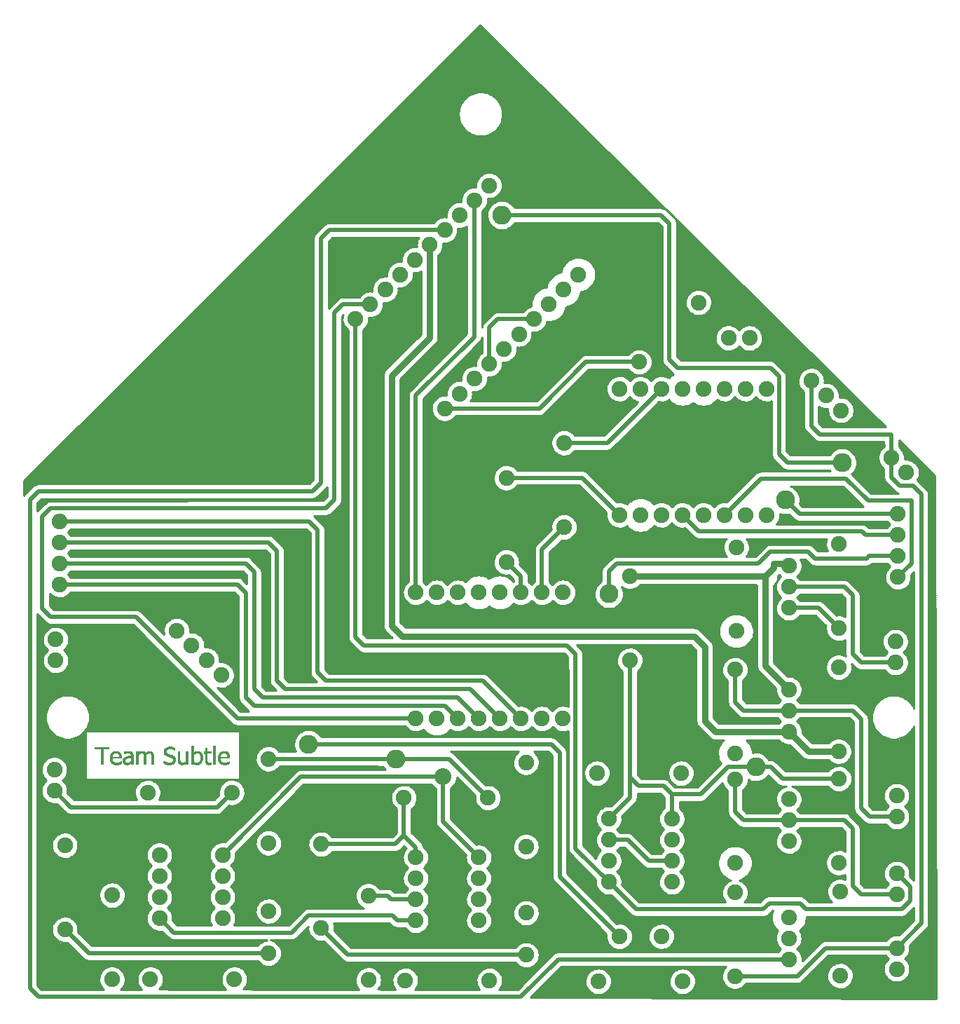
<source format=gbr>
G04 DipTrace Beta 2.9.0.1*
G04 Top.gbr*
%MOIN*%
G04 #@! TF.FileFunction,Copper,L1,Top*
G04 #@! TF.Part,Single*
%ADD12C,0.003*%
G04 #@! TA.AperFunction,Conductor,NotC*
%ADD13C,0.02*%
%ADD14C,0.03*%
G04 #@! TA.AperFunction,CopperBalancing*
%ADD15C,0.01*%
G04 #@! TA.AperFunction,ComponentPad*
%ADD16C,0.075*%
G04 #@! TA.AperFunction,ViaPad*
%ADD17C,0.09*%
%ADD18C,0.08*%
%FSLAX26Y26*%
G04*
G70*
G90*
G75*
G01*
G04 Top*
%LPD*%
X4588190Y1025000D2*
D13*
X4651655Y961535D1*
Y895378D1*
X4611655Y855378D1*
X4157552D1*
X4128529Y884402D1*
X3982745D1*
X3953722Y855378D1*
X3348950D1*
X3219328Y985000D1*
X3469302Y3330000D2*
X3212302Y3073000D1*
X3006774D1*
X2644215Y1385000D2*
X2459215Y1570000D1*
X2205427D1*
X1425316Y1410000D2*
X1355702Y1340386D1*
X660139D1*
X581525Y1419000D1*
X3219328Y985000D2*
X3060052Y1144276D1*
Y2069228D1*
X3020052Y2109228D1*
X2053702D1*
X2013701Y2149230D1*
Y3661264D1*
X2205427Y1570000D2*
X1600377D1*
X1081604Y813000D2*
X1150714Y743890D1*
X1709848D1*
X1790958Y825000D1*
X2189423D1*
X2212423Y802000D1*
X2300450D1*
X3819360Y537000D2*
X4116041D1*
X4250041Y671000D1*
X4588190D1*
X4563188Y3003000D2*
Y3113579D1*
X4221900D1*
X4181898Y3153581D1*
Y3369000D1*
X4588190Y671000D2*
X4705690Y788500D1*
Y2828579D1*
X4665690Y2868579D1*
X4603190D1*
X4563188Y2908581D1*
Y3003000D1*
X3006774Y2673000D2*
X2900524Y2566749D1*
Y2362000D1*
X2800524D2*
Y2438222D1*
X2731745Y2507000D1*
X2300524Y1762000D2*
X1452682D1*
X970084Y2244598D1*
X564308D1*
X524308Y2284598D1*
Y2722465D1*
X564308Y2762465D1*
X1873698D1*
X1913698Y2802465D1*
Y3691972D1*
X1953701Y3731975D1*
X2084412D1*
X2825505Y638000D2*
X1977403D1*
X1850403Y765000D1*
X1600377Y646000D2*
X744525D1*
X631525Y759000D1*
X3269302Y2730000D2*
X3092302Y2907000D1*
X2731745D1*
X3219328Y1285000D2*
X3319308Y1384980D1*
Y1482000D1*
X3359308Y1442000D1*
X3479328D1*
X3519328Y1402000D1*
X3654738D1*
X3784903Y1532165D1*
X3918887D1*
X3319307Y2039000D2*
X3319308Y1482000D1*
X3519328Y1402000D2*
Y1285000D1*
X3918887Y1532165D2*
X3988887D1*
X4045052Y1476000D1*
X4313151D1*
X1381604Y1113000D2*
X1753360Y1484756D1*
X2430052D1*
Y1272398D1*
X2600450Y1102000D1*
X4075636Y1900000D2*
D14*
X3963234Y2012403D1*
Y2438996D1*
X4003234Y2478996D1*
Y2501051D1*
X4038235D1*
X4051286Y2488000D1*
X4075636D1*
X3963234Y2438996D2*
Y2439000D1*
X3319307D1*
X2075427Y919000D2*
D13*
X2166927D1*
X2183927Y902000D1*
X2300450D1*
X606507Y2499000D2*
X1492682D1*
X1532682Y2459000D1*
Y1901528D1*
X1572682Y1861528D1*
X2500996D1*
X2600524Y1762000D1*
X606507Y2399000D2*
X1452682D1*
X1492682Y2359000D1*
Y1861528D1*
X1532682Y1821528D1*
X2440996D1*
X2500524Y1762000D1*
X2700524D2*
X2560996Y1901528D1*
X1680419D1*
X1640417Y1941529D1*
Y2559000D1*
X1600417Y2599000D1*
X606507D1*
Y2699000D2*
X1793698D1*
X1833698Y2659000D1*
Y1981528D1*
X1873698Y1941528D1*
X2620996D1*
X2800524Y1762000D1*
X2300524Y2362000D2*
Y3298991D1*
X2579386Y3577853D1*
Y4226950D1*
X4313182Y1606000D2*
D14*
X4169636D1*
X4075636Y1700000D1*
X3724824D1*
X3674824Y1750000D1*
Y2104228D1*
X3624824Y2154228D1*
X2235993D1*
X2185993Y2204228D1*
Y3392791D1*
X2367255Y3574052D1*
Y4014818D1*
X3819360Y1994638D2*
D13*
Y1840000D1*
X3859360Y1800000D1*
X4075636D1*
X4379415D1*
X4419415Y1760000D1*
Y1335000D1*
X4459415Y1295000D1*
X4588190D1*
X4329151Y2979575D2*
X4068832D1*
X4028832Y3019575D1*
Y3389528D1*
X3988832Y3429528D1*
X3546891D1*
X3506891Y3469528D1*
Y4116240D1*
X3466891Y4156240D1*
X2710100D1*
X3819349Y1472638D2*
Y1319003D1*
X3859352Y1279000D1*
X4075636D1*
X4339415D1*
X4379415Y1239000D1*
Y965000D1*
X4419415Y925000D1*
X4588190D1*
X4075636Y2288000D2*
X4217161D1*
X4313161Y2192000D1*
X4075636Y2388000D2*
X4339419D1*
X4379419Y2348000D1*
Y2068000D1*
X4419419Y2028000D1*
X4581945D1*
X2244215Y1385000D2*
Y1205982D1*
X2300450Y1149747D1*
Y1102000D1*
X2244215Y1205982D2*
X2203234Y1165000D1*
X1850403D1*
X3519328Y1085000D2*
X3408647D1*
X3308647Y1185000D1*
X3219328D1*
X3569302Y2730000D2*
X3647302Y2652000D1*
X4423954D1*
X4440954Y2635000D1*
X4594441D1*
X4058832Y2802004D2*
X4125836Y2735000D1*
X4594441D1*
X3219297Y2355000D2*
Y2461747D1*
X3256550Y2499000D1*
X3930033D1*
X3986434Y2555402D1*
X4166895D1*
X4199186Y2523110D1*
X4445029D1*
X4456919Y2535000D1*
X4594441D1*
X3769302Y2730000D2*
X3942318Y2903016D1*
X4346875D1*
X4451427Y2798465D1*
X4657907D1*
Y2498466D1*
X4594441Y2435000D1*
X3363062Y3458000D2*
X3110056D1*
X2889056Y3237000D1*
X2437965D1*
X4075636Y617000D2*
X2977887D1*
X2800052Y439165D1*
X505175D1*
X465175Y479165D1*
Y2803016D1*
X505175Y2843016D1*
X1809549D1*
X1849549Y2883016D1*
Y4045528D1*
X1889549Y4085528D1*
X2437965D1*
X2650097Y3449133D2*
Y3621264D1*
X2690097Y3661264D1*
X2862230D1*
X3269344Y726000D2*
X2984537Y1010807D1*
Y1600000D1*
X2944537Y1640000D1*
X1790403D1*
D17*
X2205427Y1570000D3*
X3918887Y1532165D3*
D18*
X2430052Y1484756D3*
D17*
X2710100Y4156240D3*
X4329151Y2979575D3*
X4058832Y2802004D3*
X3219297Y2355000D3*
X1790403Y1640000D3*
X2599980Y5052706D2*
D15*
X2613761D1*
X2590136Y5042837D2*
X2623605D1*
X2580292Y5032969D2*
X2633605D1*
X2570292Y5023100D2*
X2643605D1*
X2560448Y5013231D2*
X2653605D1*
X2550605Y5003362D2*
X2663448D1*
X2540761Y4993493D2*
X2673448D1*
X2530761Y4983625D2*
X2683448D1*
X2520917Y4973756D2*
X2693448D1*
X2511073Y4963887D2*
X2703292D1*
X2501230Y4954018D2*
X2713292D1*
X2491386Y4944150D2*
X2723292D1*
X2481386Y4934281D2*
X2733292D1*
X2471542Y4924412D2*
X2743136D1*
X2461698Y4914543D2*
X2753136D1*
X2451855Y4904675D2*
X2763136D1*
X2441855Y4894806D2*
X2772980D1*
X2432011Y4884937D2*
X2782980D1*
X2422167Y4875068D2*
X2792980D1*
X2412323Y4865199D2*
X2802980D1*
X2402323Y4855331D2*
X2812823D1*
X2392480Y4845462D2*
X2822823D1*
X2382636Y4835593D2*
X2832823D1*
X2372792Y4825724D2*
X2842823D1*
X2362948Y4815856D2*
X2852667D1*
X2352948Y4805987D2*
X2862667D1*
X2343105Y4796118D2*
X2872667D1*
X2333261Y4786249D2*
X2882667D1*
X2323417Y4776381D2*
X2892511D1*
X2313417Y4766512D2*
X2902511D1*
X2303573Y4756643D2*
X2912511D1*
X2293730Y4746774D2*
X2922511D1*
X2283886Y4736906D2*
X2575323D1*
X2642792D2*
X2932355D1*
X2274042Y4727037D2*
X2553761D1*
X2664355D2*
X2942355D1*
X2264042Y4717168D2*
X2540011D1*
X2677948D2*
X2952355D1*
X2254198Y4707299D2*
X2529855D1*
X2688105D2*
X2962355D1*
X2244355Y4697430D2*
X2522042D1*
X2696073D2*
X2972198D1*
X2234511Y4687562D2*
X2515792D1*
X2702167D2*
X2982198D1*
X2224511Y4677693D2*
X2511105D1*
X2707011D2*
X2992198D1*
X2214667Y4667824D2*
X2507511D1*
X2710448D2*
X3002198D1*
X2204823Y4657955D2*
X2505011D1*
X2712948D2*
X3012042D1*
X2194980Y4648087D2*
X2503448D1*
X2714511D2*
X3022042D1*
X2185136Y4638218D2*
X2502823D1*
X2715136D2*
X3032042D1*
X2175136Y4628349D2*
X2503292D1*
X2714823D2*
X3042042D1*
X2165292Y4618480D2*
X2504542D1*
X2713417D2*
X3051886D1*
X2155448Y4608612D2*
X2506730D1*
X2711230D2*
X3061886D1*
X2145605Y4598743D2*
X2510011D1*
X2707948D2*
X3071886D1*
X2135605Y4588874D2*
X2514542D1*
X2703417D2*
X3081886D1*
X2125761Y4579005D2*
X2520323D1*
X2697636D2*
X3091730D1*
X2115917Y4569136D2*
X2527667D1*
X2690292D2*
X3101730D1*
X2106073Y4559268D2*
X2537198D1*
X2680761D2*
X3111730D1*
X2096230Y4549399D2*
X2549855D1*
X2668105D2*
X3121730D1*
X2086230Y4539530D2*
X2568605D1*
X2649355D2*
X3131573D1*
X2076386Y4529661D2*
X3141573D1*
X2066542Y4519793D2*
X3151573D1*
X2056698Y4509924D2*
X3161573D1*
X2046698Y4500055D2*
X3171417D1*
X2036855Y4490186D2*
X3181417D1*
X2027011Y4480318D2*
X3191417D1*
X2017167Y4470449D2*
X3201417D1*
X2007167Y4460580D2*
X3211261D1*
X1997323Y4450711D2*
X3221261D1*
X1987480Y4440843D2*
X3231261D1*
X1977636Y4430974D2*
X3241261D1*
X1967792Y4421105D2*
X3251105D1*
X1957792Y4411236D2*
X3261105D1*
X1947948Y4401367D2*
X3271105D1*
X1938105Y4391499D2*
X3281105D1*
X1928261Y4381630D2*
X3290948D1*
X1918261Y4371761D2*
X3300948D1*
X1908417Y4361892D2*
X3310948D1*
X1898573Y4352024D2*
X2617511D1*
X2682792D2*
X3320948D1*
X1888730Y4342155D2*
X2604698D1*
X2695605D2*
X3330792D1*
X1878886Y4332286D2*
X2596573D1*
X2703573D2*
X3340792D1*
X1868886Y4322417D2*
X2591261D1*
X2708886D2*
X3350792D1*
X1859042Y4312549D2*
X2587980D1*
X2712167D2*
X3360792D1*
X1849198Y4302680D2*
X2586417D1*
X2713730D2*
X3370636D1*
X1839355Y4292811D2*
X2586417D1*
X2713886D2*
X3380636D1*
X1829355Y4282942D2*
X2549698D1*
X2712323D2*
X3390636D1*
X1819511Y4273073D2*
X2535636D1*
X2709042D2*
X3400636D1*
X1809667Y4263205D2*
X2527042D1*
X2703730D2*
X3410480D1*
X1799823Y4253336D2*
X2521261D1*
X2695761D2*
X3420480D1*
X1789980Y4243467D2*
X2517667D1*
X2683105D2*
X3430480D1*
X1779980Y4233598D2*
X2515792D1*
X2642948D2*
X3440480D1*
X1770136Y4223730D2*
X2515636D1*
X2643261D2*
X2689073D1*
X2731073D2*
X3450323D1*
X1760292Y4213861D2*
X2482511D1*
X2641855D2*
X2668605D1*
X2751542D2*
X3460323D1*
X1750448Y4203992D2*
X2466730D1*
X2638886D2*
X2657355D1*
X2762792D2*
X3470323D1*
X1740448Y4194123D2*
X2457511D1*
X2634042D2*
X2649698D1*
X2770448D2*
X3480323D1*
X1730605Y4184255D2*
X2451417D1*
X2626542D2*
X2644542D1*
X1720761Y4174386D2*
X2447511D1*
X2615761D2*
X2641105D1*
X1710917Y4164517D2*
X2445323D1*
X2615761D2*
X2639230D1*
X1701073Y4154648D2*
X2444855D1*
X2615761D2*
X2638761D1*
X1691073Y4144780D2*
X2415792D1*
X2615761D2*
X2639698D1*
X1681230Y4134911D2*
X2397980D1*
X2615761D2*
X2642042D1*
X1671386Y4125042D2*
X2387980D1*
X2615761D2*
X2645948D1*
X3542167D2*
X3550011D1*
X1661542Y4115173D2*
X1869230D1*
X2615761D2*
X2651886D1*
X2768261D2*
X3456886D1*
X3543261D2*
X3560011D1*
X1651542Y4105304D2*
X1858292D1*
X2615761D2*
X2660480D1*
X2759667D2*
X3466730D1*
X3543261D2*
X3569855D1*
X1641698Y4095436D2*
X1848448D1*
X2525761D2*
X2542980D1*
X2615761D2*
X2673605D1*
X2746542D2*
X3470480D1*
X3543261D2*
X3579855D1*
X1631855Y4085567D2*
X1838448D1*
X2501855D2*
X2542980D1*
X2615761D2*
X3470480D1*
X3543261D2*
X3589855D1*
X1622011Y4075698D2*
X1828605D1*
X2501073D2*
X2542980D1*
X2615761D2*
X3470480D1*
X3543261D2*
X3599855D1*
X1612011Y4065829D2*
X1819542D1*
X2498730D2*
X2542980D1*
X2615761D2*
X3470480D1*
X3543261D2*
X3609698D1*
X1602167Y4055961D2*
X1814698D1*
X2494511D2*
X2542980D1*
X2615761D2*
X3470480D1*
X3543261D2*
X3619698D1*
X1592323Y4046092D2*
X1813136D1*
X1901230D2*
X2311730D1*
X2487948D2*
X2542980D1*
X2615761D2*
X3470480D1*
X3543261D2*
X3629698D1*
X1582480Y4036223D2*
X1813136D1*
X1891230D2*
X2307042D1*
X2477948D2*
X2542980D1*
X2615761D2*
X3470480D1*
X3543261D2*
X3639698D1*
X1572636Y4026354D2*
X1813136D1*
X1885917D2*
X2304386D1*
X2460292D2*
X2542980D1*
X2615761D2*
X3470480D1*
X3543261D2*
X3649542D1*
X1562636Y4016486D2*
X1813136D1*
X1885917D2*
X2303448D1*
X2431073D2*
X2542980D1*
X2615761D2*
X3470480D1*
X3543261D2*
X3659542D1*
X1552792Y4006617D2*
X1813136D1*
X1885917D2*
X2288605D1*
X2430605D2*
X2542980D1*
X2615761D2*
X3470480D1*
X3543261D2*
X3669542D1*
X1542948Y3996748D2*
X1813136D1*
X1885917D2*
X2261105D1*
X2428573D2*
X2542980D1*
X2615761D2*
X3470480D1*
X3543261D2*
X3679386D1*
X1533105Y3986879D2*
X1813136D1*
X1885917D2*
X2249386D1*
X2424667D2*
X2542980D1*
X2615761D2*
X3470480D1*
X3543261D2*
X3689386D1*
X1523105Y3977010D2*
X1813136D1*
X1885917D2*
X2241886D1*
X2418573D2*
X2542980D1*
X2615761D2*
X3470480D1*
X3543261D2*
X3699386D1*
X1513261Y3967142D2*
X1813136D1*
X1885917D2*
X2237042D1*
X2409355D2*
X2542980D1*
X2615761D2*
X3470480D1*
X3543261D2*
X3709386D1*
X1503417Y3957273D2*
X1813136D1*
X1885917D2*
X2234073D1*
X2408730D2*
X2542980D1*
X2615761D2*
X3470480D1*
X3543261D2*
X3719230D1*
X1493573Y3947404D2*
X1813136D1*
X1885917D2*
X2232667D1*
X2408730D2*
X2542980D1*
X2615761D2*
X3035948D1*
X3112636D2*
X3470480D1*
X3543261D2*
X3729230D1*
X1483730Y3937535D2*
X1813136D1*
X1885917D2*
X2232980D1*
X2408730D2*
X2542980D1*
X2615761D2*
X3020792D1*
X3127948D2*
X3470480D1*
X3543261D2*
X3739230D1*
X1473730Y3927667D2*
X1813136D1*
X1885917D2*
X2192980D1*
X2408730D2*
X2542980D1*
X2615761D2*
X3010636D1*
X3138105D2*
X3470480D1*
X3543261D2*
X3749230D1*
X1463886Y3917798D2*
X1813136D1*
X1885917D2*
X2180323D1*
X2408730D2*
X2542980D1*
X2615761D2*
X3003292D1*
X3145292D2*
X3470480D1*
X3543261D2*
X3759073D1*
X1454042Y3907929D2*
X1813136D1*
X1885917D2*
X2172198D1*
X2408730D2*
X2542980D1*
X2615761D2*
X2997980D1*
X3150761D2*
X3470480D1*
X3543261D2*
X3769073D1*
X1444198Y3898060D2*
X1813136D1*
X1885917D2*
X2167042D1*
X2408730D2*
X2542980D1*
X2615761D2*
X2994230D1*
X3154511D2*
X3470480D1*
X3543261D2*
X3779073D1*
X1434198Y3888192D2*
X1813136D1*
X1885917D2*
X2163761D1*
X2408730D2*
X2542980D1*
X2615761D2*
X2991730D1*
X3156855D2*
X3470480D1*
X3543261D2*
X3789073D1*
X1424355Y3878323D2*
X1813136D1*
X1885917D2*
X2162198D1*
X2289511D2*
X2325792D1*
X2408730D2*
X2542980D1*
X2615761D2*
X2968761D1*
X3158105D2*
X3470480D1*
X3543261D2*
X3798917D1*
X1414511Y3868454D2*
X1813136D1*
X1885917D2*
X2162198D1*
X2289511D2*
X2325792D1*
X2408730D2*
X2542980D1*
X2615761D2*
X2952198D1*
X3158105D2*
X3470480D1*
X3543261D2*
X3808917D1*
X1404667Y3858585D2*
X1813136D1*
X1885917D2*
X2125323D1*
X2287948D2*
X2325792D1*
X2408730D2*
X2542980D1*
X2615761D2*
X2941417D1*
X3156855D2*
X3470480D1*
X3543261D2*
X3818917D1*
X1394823Y3848717D2*
X1813136D1*
X1885917D2*
X2111261D1*
X2284667D2*
X2325792D1*
X2408730D2*
X2542980D1*
X2615761D2*
X2933761D1*
X3154511D2*
X3470480D1*
X3543261D2*
X3828917D1*
X1384823Y3838848D2*
X1813136D1*
X1885917D2*
X2102667D1*
X2279355D2*
X2325792D1*
X2408730D2*
X2542980D1*
X2615761D2*
X2927980D1*
X3150761D2*
X3470480D1*
X3543261D2*
X3838761D1*
X1374980Y3828979D2*
X1813136D1*
X1885917D2*
X2097042D1*
X2271386D2*
X2325792D1*
X2408730D2*
X2542980D1*
X2615761D2*
X2924073D1*
X3145292D2*
X3470480D1*
X3543261D2*
X3848761D1*
X1365136Y3819110D2*
X1813136D1*
X1885917D2*
X2093448D1*
X2258573D2*
X2325792D1*
X2408730D2*
X2542980D1*
X2615761D2*
X2921417D1*
X3137948D2*
X3470480D1*
X3543261D2*
X3858761D1*
X1355292Y3809241D2*
X1813136D1*
X1885917D2*
X2091573D1*
X2218730D2*
X2325792D1*
X2408730D2*
X2542980D1*
X2615761D2*
X2901886D1*
X3127792D2*
X3470480D1*
X3543261D2*
X3868761D1*
X1345292Y3799373D2*
X1813136D1*
X1885917D2*
X2091261D1*
X2218886D2*
X2325792D1*
X2408730D2*
X2542980D1*
X2615761D2*
X2883605D1*
X3112636D2*
X3470480D1*
X3543261D2*
X3621886D1*
X3669980D2*
X3878605D1*
X1335448Y3789504D2*
X1813136D1*
X1885917D2*
X2057980D1*
X2217636D2*
X2325792D1*
X2408730D2*
X2542980D1*
X2615761D2*
X2872198D1*
X3086542D2*
X3470480D1*
X3543261D2*
X3605011D1*
X3686698D2*
X3888605D1*
X1325605Y3779635D2*
X1813136D1*
X1885917D2*
X2042355D1*
X2214667D2*
X2325792D1*
X2408730D2*
X2542980D1*
X2615761D2*
X2864073D1*
X3084355D2*
X3470480D1*
X3543261D2*
X3595323D1*
X3696386D2*
X3898605D1*
X1315761Y3769766D2*
X1813136D1*
X1885917D2*
X2033136D1*
X2209667D2*
X2325792D1*
X2408730D2*
X2542980D1*
X2615761D2*
X2858136D1*
X3080761D2*
X3470480D1*
X3543261D2*
X3589073D1*
X3702792D2*
X3908605D1*
X1305917Y3759898D2*
X1813136D1*
X1885917D2*
X1930948D1*
X2202167D2*
X2325792D1*
X2408730D2*
X2542980D1*
X2615761D2*
X2853917D1*
X3075605D2*
X3470480D1*
X3543261D2*
X3585011D1*
X3706855D2*
X3918448D1*
X1295917Y3750029D2*
X1813136D1*
X1885917D2*
X1920636D1*
X2190605D2*
X2325792D1*
X2408730D2*
X2542980D1*
X2615761D2*
X2851105D1*
X3068730D2*
X3470480D1*
X3543261D2*
X3582667D1*
X3709198D2*
X3928448D1*
X1286073Y3740160D2*
X1813136D1*
X1885917D2*
X1910792D1*
X2162948D2*
X2325792D1*
X2408730D2*
X2542980D1*
X2615761D2*
X2849386D1*
X3059042D2*
X3470480D1*
X3543261D2*
X3582042D1*
X3709823D2*
X3938448D1*
X1276230Y3730291D2*
X1813136D1*
X1885917D2*
X1900948D1*
X2148261D2*
X2325792D1*
X2408730D2*
X2542980D1*
X2615761D2*
X2849073D1*
X3044980D2*
X3470480D1*
X3543261D2*
X3582823D1*
X3708886D2*
X3948448D1*
X1266386Y3720423D2*
X1813136D1*
X1885917D2*
X1891105D1*
X2147167D2*
X2325792D1*
X2408730D2*
X2542980D1*
X2615761D2*
X2839855D1*
X3016073D2*
X3470480D1*
X3543261D2*
X3585480D1*
X3706386D2*
X3958292D1*
X1256386Y3710554D2*
X1813136D1*
X2144511D2*
X2325792D1*
X2408730D2*
X2542980D1*
X2615761D2*
X2822198D1*
X3014042D2*
X3470480D1*
X3543261D2*
X3589855D1*
X3702011D2*
X3968292D1*
X1246542Y3700685D2*
X1813136D1*
X2139980D2*
X2325792D1*
X2408730D2*
X2542980D1*
X2615761D2*
X2812198D1*
X3010761D2*
X3470480D1*
X3543261D2*
X3596417D1*
X3695292D2*
X3978292D1*
X1236698Y3690816D2*
X1813136D1*
X2132948D2*
X2325792D1*
X2408730D2*
X2542980D1*
X2615761D2*
X2669542D1*
X3005917D2*
X3470480D1*
X3543261D2*
X3606730D1*
X3684980D2*
X3988292D1*
X1226855Y3680948D2*
X1813136D1*
X2122167D2*
X2325792D1*
X2408730D2*
X2542980D1*
X2615761D2*
X2658761D1*
X2999198D2*
X3470480D1*
X3543261D2*
X3625636D1*
X3666073D2*
X3998136D1*
X1216855Y3671079D2*
X1813136D1*
X2101230D2*
X2325792D1*
X2408730D2*
X2542980D1*
X2615761D2*
X2648917D1*
X2990136D2*
X3470480D1*
X3543261D2*
X4008136D1*
X1207011Y3661210D2*
X1813136D1*
X2077636D2*
X2325792D1*
X2408730D2*
X2542980D1*
X2615761D2*
X2638917D1*
X2977167D2*
X3470480D1*
X3543261D2*
X4018136D1*
X1197167Y3651341D2*
X1813136D1*
X2076855D2*
X2325792D1*
X2408730D2*
X2542980D1*
X2615761D2*
X2629073D1*
X2953261D2*
X3470480D1*
X3543261D2*
X4028136D1*
X1187323Y3641472D2*
X1813136D1*
X2074355D2*
X2325792D1*
X2408730D2*
X2542980D1*
X2615761D2*
X2620027D1*
X2922948D2*
X3470480D1*
X3543261D2*
X4037980D1*
X1177480Y3631604D2*
X1813136D1*
X1950136D2*
X1957198D1*
X2070136D2*
X2325792D1*
X2408730D2*
X2542980D1*
X2918730D2*
X3470480D1*
X3543261D2*
X3767042D1*
X3809198D2*
X3867042D1*
X3909198D2*
X4047980D1*
X1167480Y3621735D2*
X1813136D1*
X1950136D2*
X1963761D1*
X2063573D2*
X2325792D1*
X2408730D2*
X2542980D1*
X2912167D2*
X3470480D1*
X3543261D2*
X3748605D1*
X3827636D2*
X3848605D1*
X3927636D2*
X4057980D1*
X1157636Y3611866D2*
X1813136D1*
X1950136D2*
X1973761D1*
X2053573D2*
X2325792D1*
X2408730D2*
X2542980D1*
X2902167D2*
X3470480D1*
X3543261D2*
X3738448D1*
X3937792D2*
X4067980D1*
X1147792Y3601997D2*
X1813136D1*
X1950136D2*
X1977355D1*
X2050136D2*
X2325792D1*
X2408730D2*
X2542980D1*
X2884355D2*
X3470480D1*
X3543261D2*
X3731886D1*
X3944355D2*
X4077823D1*
X1137948Y3592129D2*
X1813136D1*
X1950136D2*
X1977355D1*
X2050136D2*
X2325792D1*
X2408730D2*
X2542667D1*
X2855448D2*
X3470480D1*
X3543261D2*
X3727511D1*
X3948730D2*
X4087823D1*
X1127948Y3582260D2*
X1813136D1*
X1950136D2*
X1977355D1*
X2050136D2*
X2317355D1*
X2408730D2*
X2532667D1*
X2854823D2*
X3470480D1*
X3543261D2*
X3725011D1*
X3951230D2*
X4097823D1*
X1118105Y3572391D2*
X1813136D1*
X1950136D2*
X1977355D1*
X2050136D2*
X2307511D1*
X2408573D2*
X2522823D1*
X2852792D2*
X3470480D1*
X3543261D2*
X3724230D1*
X3952011D2*
X4107823D1*
X1108261Y3562522D2*
X1813136D1*
X1950136D2*
X1977355D1*
X2050136D2*
X2297667D1*
X2407011D2*
X2512980D1*
X2848886D2*
X3470480D1*
X3543261D2*
X3725011D1*
X3951230D2*
X4117667D1*
X1098417Y3552654D2*
X1813136D1*
X1950136D2*
X1977355D1*
X2050136D2*
X2287667D1*
X2402480D2*
X2503136D1*
X2605292D2*
X2613761D1*
X2842792D2*
X3470480D1*
X3543261D2*
X3727198D1*
X3949042D2*
X4127667D1*
X1088573Y3542785D2*
X1813136D1*
X1950136D2*
X1977355D1*
X2050136D2*
X2277823D1*
X2394198D2*
X2493292D1*
X2595448D2*
X2613761D1*
X2833417D2*
X3470480D1*
X3543261D2*
X3731417D1*
X3944823D2*
X4137667D1*
X1078573Y3532916D2*
X1813136D1*
X1950136D2*
X1977355D1*
X2050136D2*
X2267980D1*
X2384198D2*
X2483448D1*
X2585448D2*
X2613761D1*
X2817636D2*
X3470480D1*
X3543261D2*
X3737823D1*
X3938417D2*
X4147667D1*
X1068730Y3523047D2*
X1813136D1*
X1950136D2*
X1977355D1*
X2050136D2*
X2258136D1*
X2374355D2*
X2473448D1*
X2575605D2*
X2613761D1*
X2784667D2*
X3470480D1*
X3543261D2*
X3747667D1*
X3828573D2*
X3847667D1*
X3928573D2*
X4157511D1*
X1058886Y3513178D2*
X1813136D1*
X1950136D2*
X1977355D1*
X2050136D2*
X2248292D1*
X2364511D2*
X2463605D1*
X2565761D2*
X2613761D1*
X2784355D2*
X3331886D1*
X3394198D2*
X3470480D1*
X3543261D2*
X3764855D1*
X3811386D2*
X3864855D1*
X3911386D2*
X4167511D1*
X1049042Y3503310D2*
X1813136D1*
X1950136D2*
X1977355D1*
X2050136D2*
X2238448D1*
X2354667D2*
X2453761D1*
X2555917D2*
X2613761D1*
X2782480D2*
X3318448D1*
X3407636D2*
X3470480D1*
X3543261D2*
X4177511D1*
X1039042Y3493441D2*
X1813136D1*
X1950136D2*
X1977355D1*
X2050136D2*
X2228448D1*
X2344823D2*
X2443917D1*
X2546073D2*
X2604386D1*
X2778886D2*
X3310167D1*
X3416073D2*
X3470480D1*
X3543261D2*
X4187511D1*
X1029198Y3483572D2*
X1813136D1*
X1950136D2*
X1977355D1*
X2050136D2*
X2218605D1*
X2334980D2*
X2434073D1*
X2536230D2*
X2596417D1*
X2773261D2*
X3084542D1*
X3421542D2*
X3470480D1*
X3543886D2*
X4197355D1*
X1019355Y3473703D2*
X1813136D1*
X1950136D2*
X1977355D1*
X2050136D2*
X2208761D1*
X2324980D2*
X2424230D1*
X2526230D2*
X2591261D1*
X2764511D2*
X3074698D1*
X3424980D2*
X3470480D1*
X3553730D2*
X4207355D1*
X1009511Y3463835D2*
X1813136D1*
X1950136D2*
X1977355D1*
X2050136D2*
X2198917D1*
X2315136D2*
X2414230D1*
X2516386D2*
X2587980D1*
X2750448D2*
X3064855D1*
X3426698D2*
X3470948D1*
X3998573D2*
X4217355D1*
X999667Y3453966D2*
X1813136D1*
X1950136D2*
X1977355D1*
X2050136D2*
X2189073D1*
X2305292D2*
X2404386D1*
X2506542D2*
X2586417D1*
X2713886D2*
X3055011D1*
X3426855D2*
X3474073D1*
X4015448D2*
X4227355D1*
X989667Y3444097D2*
X1813136D1*
X1950136D2*
X1977355D1*
X2050136D2*
X2179230D1*
X2295448D2*
X2394542D1*
X2496698D2*
X2586417D1*
X2713730D2*
X3045167D1*
X3425448D2*
X3481261D1*
X4025292D2*
X4237198D1*
X979823Y3434228D2*
X1813136D1*
X1950136D2*
X1977355D1*
X2050136D2*
X2169230D1*
X2285605D2*
X2384698D1*
X2486855D2*
X2549386D1*
X2712167D2*
X3035167D1*
X3422323D2*
X3491105D1*
X4035136D2*
X4247198D1*
X969980Y3424360D2*
X1813136D1*
X1950136D2*
X1977355D1*
X2050136D2*
X2159386D1*
X2275761D2*
X2374855D1*
X2477011D2*
X2535480D1*
X2708886D2*
X3025323D1*
X3417167D2*
X3500948D1*
X4045136D2*
X4151105D1*
X4212792D2*
X4257198D1*
X960136Y3414491D2*
X1813136D1*
X1950136D2*
X1977355D1*
X2050136D2*
X2150948D1*
X2265761D2*
X2365011D1*
X2467011D2*
X2526886D1*
X2703573D2*
X3015480D1*
X3117636D2*
X3316573D1*
X3409511D2*
X3510792D1*
X4054980D2*
X4137511D1*
X4226386D2*
X4267198D1*
X950136Y3404622D2*
X1813136D1*
X1950136D2*
X1977355D1*
X2050136D2*
X2146417D1*
X2255917D2*
X2355167D1*
X2457167D2*
X2521261D1*
X2695605D2*
X3005636D1*
X3107792D2*
X3328761D1*
X3397323D2*
X3520792D1*
X4061855D2*
X4129073D1*
X4234667D2*
X4277042D1*
X940292Y3394753D2*
X1813136D1*
X1950136D2*
X1977355D1*
X2050136D2*
X2144698D1*
X2246073D2*
X2345167D1*
X2447323D2*
X2517667D1*
X2682636D2*
X2995792D1*
X3097948D2*
X3516573D1*
X4064823D2*
X4123448D1*
X4240292D2*
X4287042D1*
X930448Y3384885D2*
X1813136D1*
X1950136D2*
X1977355D1*
X2050136D2*
X2144542D1*
X2236230D2*
X2335323D1*
X2437480D2*
X2515792D1*
X2642948D2*
X2985948D1*
X3087948D2*
X3237511D1*
X3301073D2*
X3337511D1*
X3401073D2*
X3437511D1*
X3501073D2*
X3506105D1*
X4065292D2*
X4120011D1*
X4243730D2*
X4297042D1*
X920605Y3375016D2*
X1813136D1*
X1950136D2*
X1977355D1*
X2050136D2*
X2144542D1*
X2227323D2*
X2325480D1*
X2427636D2*
X2515636D1*
X2643261D2*
X2975948D1*
X3078105D2*
X3224386D1*
X3314198D2*
X3324386D1*
X3414198D2*
X3424386D1*
X4065292D2*
X4118292D1*
X4245448D2*
X4307042D1*
X910761Y3365147D2*
X1813136D1*
X1950136D2*
X1977355D1*
X2050136D2*
X2144542D1*
X2227323D2*
X2315636D1*
X2417792D2*
X2482042D1*
X2641855D2*
X2966105D1*
X3068261D2*
X3216105D1*
X4065292D2*
X4118136D1*
X4245605D2*
X4316886D1*
X900761Y3355278D2*
X1813136D1*
X1950136D2*
X1977355D1*
X2050136D2*
X2144542D1*
X2227323D2*
X2305792D1*
X2407948D2*
X2466573D1*
X2638886D2*
X2956261D1*
X3058417D2*
X3210636D1*
X4065292D2*
X4119542D1*
X4280292D2*
X4326886D1*
X890917Y3345409D2*
X1813136D1*
X1950136D2*
X1977355D1*
X2050136D2*
X2144542D1*
X2227323D2*
X2295948D1*
X2397948D2*
X2457355D1*
X2633886D2*
X2946417D1*
X3048573D2*
X3207355D1*
X4065292D2*
X4122667D1*
X4295292D2*
X4336886D1*
X881073Y3335541D2*
X1813136D1*
X1950136D2*
X1977355D1*
X2050136D2*
X2144542D1*
X2227323D2*
X2285948D1*
X2388105D2*
X2451261D1*
X2626386D2*
X2936573D1*
X3038730D2*
X3205636D1*
X4065292D2*
X4127667D1*
X4304355D2*
X4346886D1*
X871230Y3325672D2*
X1813136D1*
X1950136D2*
X1977355D1*
X2050136D2*
X2144542D1*
X2227323D2*
X2276105D1*
X2378261D2*
X2447355D1*
X2614667D2*
X2926730D1*
X3028730D2*
X3205480D1*
X4065292D2*
X4135323D1*
X4310292D2*
X4356730D1*
X861230Y3315803D2*
X1813136D1*
X1950136D2*
X1977355D1*
X2050136D2*
X2144542D1*
X2227323D2*
X2268448D1*
X2368417D2*
X2445323D1*
X2586386D2*
X2916730D1*
X3018886D2*
X3207042D1*
X4065292D2*
X4145480D1*
X4314042D2*
X4366730D1*
X851386Y3305934D2*
X1813136D1*
X1950136D2*
X1977355D1*
X2050136D2*
X2144542D1*
X2227323D2*
X2264855D1*
X2358573D2*
X2444855D1*
X2572480D2*
X2906886D1*
X3009042D2*
X3210167D1*
X4065292D2*
X4145480D1*
X4316073D2*
X4376730D1*
X841542Y3296066D2*
X1813136D1*
X1950136D2*
X1977355D1*
X2050136D2*
X2144542D1*
X2227323D2*
X2264073D1*
X2348730D2*
X2415323D1*
X2571542D2*
X2897042D1*
X2999198D2*
X3215323D1*
X4065292D2*
X4145480D1*
X4316542D2*
X4386730D1*
X831698Y3286197D2*
X1813136D1*
X1950136D2*
X1977355D1*
X2050136D2*
X2144542D1*
X2227323D2*
X2264073D1*
X2338730D2*
X2397823D1*
X2568730D2*
X2887198D1*
X2989355D2*
X3223136D1*
X3315448D2*
X3323136D1*
X3815448D2*
X3823136D1*
X3915448D2*
X3923136D1*
X4065292D2*
X4145480D1*
X4347167D2*
X4396573D1*
X821855Y3276328D2*
X1813136D1*
X1950136D2*
X1977355D1*
X2050136D2*
X2144542D1*
X2227323D2*
X2264073D1*
X2336855D2*
X2387823D1*
X2564198D2*
X2877355D1*
X2979511D2*
X3235480D1*
X3303105D2*
X3335480D1*
X3803105D2*
X3835480D1*
X3903105D2*
X3935480D1*
X4065292D2*
X4145480D1*
X4364042D2*
X4406573D1*
X811855Y3266459D2*
X1813136D1*
X1950136D2*
X1977355D1*
X2050136D2*
X2144542D1*
X2227323D2*
X2264073D1*
X2336855D2*
X2381417D1*
X2969511D2*
X3354698D1*
X3456855D2*
X3515011D1*
X3723573D2*
X3992355D1*
X4065292D2*
X4145480D1*
X4373730D2*
X4416573D1*
X802011Y3256591D2*
X1813136D1*
X1950136D2*
X1977355D1*
X2050136D2*
X2144542D1*
X2227323D2*
X2264073D1*
X2336855D2*
X2377198D1*
X2959667D2*
X3344855D1*
X3447011D2*
X3529855D1*
X3608886D2*
X3629855D1*
X3708886D2*
X3992355D1*
X4065292D2*
X4145480D1*
X4380136D2*
X4426573D1*
X792167Y3246722D2*
X1813136D1*
X1950136D2*
X1977355D1*
X2050136D2*
X2144542D1*
X2227323D2*
X2264073D1*
X2336855D2*
X2374855D1*
X2949823D2*
X3335011D1*
X3437011D2*
X3992355D1*
X4065292D2*
X4145480D1*
X4384198D2*
X4436417D1*
X782323Y3236853D2*
X1813136D1*
X1950136D2*
X1977355D1*
X2050136D2*
X2144542D1*
X2227323D2*
X2264073D1*
X2336855D2*
X2374073D1*
X2939980D2*
X3325167D1*
X3427167D2*
X3992355D1*
X4065292D2*
X4145480D1*
X4218261D2*
X4238136D1*
X4386542D2*
X4446417D1*
X772323Y3226984D2*
X1813136D1*
X1950136D2*
X1977355D1*
X2050136D2*
X2144542D1*
X2227323D2*
X2264073D1*
X2336855D2*
X2374855D1*
X2930136D2*
X3315167D1*
X3417323D2*
X3992355D1*
X4065292D2*
X4145480D1*
X4218261D2*
X4259386D1*
X4387167D2*
X4456417D1*
X762480Y3217115D2*
X1813136D1*
X1950136D2*
X1977355D1*
X2050136D2*
X2144542D1*
X2227323D2*
X2264073D1*
X2336855D2*
X2377355D1*
X2920292D2*
X3305323D1*
X3407480D2*
X3992355D1*
X4065292D2*
X4145480D1*
X4218261D2*
X4260323D1*
X4386386D2*
X4466417D1*
X752636Y3207247D2*
X1813136D1*
X1950136D2*
X1977355D1*
X2050136D2*
X2144542D1*
X2227323D2*
X2264073D1*
X2336855D2*
X2381573D1*
X2909198D2*
X3295480D1*
X3397636D2*
X3992355D1*
X4065292D2*
X4145480D1*
X4218261D2*
X4262823D1*
X4383886D2*
X4476261D1*
X742792Y3197378D2*
X1813136D1*
X1950136D2*
X1977355D1*
X2050136D2*
X2144542D1*
X2227323D2*
X2264073D1*
X2336855D2*
X2388136D1*
X2487792D2*
X3285636D1*
X3387792D2*
X3992355D1*
X4065292D2*
X4145480D1*
X4218261D2*
X4267198D1*
X4379511D2*
X4486261D1*
X732792Y3187509D2*
X1813136D1*
X1950136D2*
X1977355D1*
X2050136D2*
X2144542D1*
X2227323D2*
X2264073D1*
X2336855D2*
X2398136D1*
X2477792D2*
X3275792D1*
X3377948D2*
X3992355D1*
X4065292D2*
X4145480D1*
X4218261D2*
X4273761D1*
X4372792D2*
X4496261D1*
X722948Y3177640D2*
X1813136D1*
X1950136D2*
X1977355D1*
X2050136D2*
X2144542D1*
X2227323D2*
X2264073D1*
X2336855D2*
X2416105D1*
X2459823D2*
X3265948D1*
X3367948D2*
X3992355D1*
X4065292D2*
X4145480D1*
X4218261D2*
X4284073D1*
X4362636D2*
X4506261D1*
X713105Y3167772D2*
X1813136D1*
X1950136D2*
X1977355D1*
X2050136D2*
X2144542D1*
X2227323D2*
X2264073D1*
X2336855D2*
X3255948D1*
X3358105D2*
X3992355D1*
X4065292D2*
X4145480D1*
X4218730D2*
X4302823D1*
X4343730D2*
X4516105D1*
X703261Y3157903D2*
X1813136D1*
X1950136D2*
X1977355D1*
X2050136D2*
X2144542D1*
X2227323D2*
X2264073D1*
X2336855D2*
X3246105D1*
X3348261D2*
X3992355D1*
X4065292D2*
X4145480D1*
X4228573D2*
X4526105D1*
X693417Y3148034D2*
X1813136D1*
X1950136D2*
X1977355D1*
X2050136D2*
X2144542D1*
X2227323D2*
X2264073D1*
X2336855D2*
X3236261D1*
X3338417D2*
X3992355D1*
X4065292D2*
X4145948D1*
X683417Y3138165D2*
X1813136D1*
X1950136D2*
X1977355D1*
X2050136D2*
X2144542D1*
X2227323D2*
X2264073D1*
X2336855D2*
X3226417D1*
X3328573D2*
X3992355D1*
X4065292D2*
X4149073D1*
X673573Y3128297D2*
X1813136D1*
X1950136D2*
X1977355D1*
X2050136D2*
X2144542D1*
X2227323D2*
X2264073D1*
X2336855D2*
X2975792D1*
X3037792D2*
X3216573D1*
X3318730D2*
X3992355D1*
X4065292D2*
X4156105D1*
X663730Y3118428D2*
X1813136D1*
X1950136D2*
X1977355D1*
X2050136D2*
X2144542D1*
X2227323D2*
X2264073D1*
X2336855D2*
X2962198D1*
X3051230D2*
X3206730D1*
X3308730D2*
X3992355D1*
X4065292D2*
X4165948D1*
X653886Y3108559D2*
X1813136D1*
X1950136D2*
X1977355D1*
X2050136D2*
X2144542D1*
X2227323D2*
X2264073D1*
X2336855D2*
X2953917D1*
X3059667D2*
X3196730D1*
X3298886D2*
X3992355D1*
X4065292D2*
X4175792D1*
X643886Y3098690D2*
X1813136D1*
X1950136D2*
X1977355D1*
X2050136D2*
X2144542D1*
X2227323D2*
X2264073D1*
X2336855D2*
X2948292D1*
X3289042D2*
X3992355D1*
X4065292D2*
X4185792D1*
X634042Y3088822D2*
X1813136D1*
X1950136D2*
X1977355D1*
X2050136D2*
X2144542D1*
X2227323D2*
X2264073D1*
X2336855D2*
X2944855D1*
X3279198D2*
X3992355D1*
X4065292D2*
X4195636D1*
X624198Y3078953D2*
X1813136D1*
X1950136D2*
X1977355D1*
X2050136D2*
X2144542D1*
X2227323D2*
X2264073D1*
X2336855D2*
X2943136D1*
X3269355D2*
X3992355D1*
X4065292D2*
X4213605D1*
X4599511D2*
X4605792D1*
X614355Y3069084D2*
X1813136D1*
X1950136D2*
X1977355D1*
X2050136D2*
X2144542D1*
X2227323D2*
X2264073D1*
X2336855D2*
X2942980D1*
X3259511D2*
X3992355D1*
X4065292D2*
X4526730D1*
X4599511D2*
X4615792D1*
X604511Y3059215D2*
X1813136D1*
X1950136D2*
X1977355D1*
X2050136D2*
X2144542D1*
X2227323D2*
X2264073D1*
X2336855D2*
X2944386D1*
X3249511D2*
X3992355D1*
X4065292D2*
X4526730D1*
X4599511D2*
X4625636D1*
X594511Y3049346D2*
X1813136D1*
X1950136D2*
X1977355D1*
X2050136D2*
X2144542D1*
X2227323D2*
X2264073D1*
X2336855D2*
X2947511D1*
X3239667D2*
X3992355D1*
X4065292D2*
X4318761D1*
X4339511D2*
X4519698D1*
X4606698D2*
X4635636D1*
X584667Y3039478D2*
X1813136D1*
X1950136D2*
X1977355D1*
X2050136D2*
X2144542D1*
X2227323D2*
X2264073D1*
X2336855D2*
X2952511D1*
X3224667D2*
X3992355D1*
X4065292D2*
X4291105D1*
X4367167D2*
X4510948D1*
X4615448D2*
X4645636D1*
X574823Y3029609D2*
X1813136D1*
X1950136D2*
X1977355D1*
X2050136D2*
X2144542D1*
X2227323D2*
X2264073D1*
X2336855D2*
X2960167D1*
X3053261D2*
X3992355D1*
X4069823D2*
X4278605D1*
X4379667D2*
X4505167D1*
X4621230D2*
X4655636D1*
X564980Y3019740D2*
X1813136D1*
X1950136D2*
X1977355D1*
X2050136D2*
X2144542D1*
X2227323D2*
X2264073D1*
X2336855D2*
X2972355D1*
X3041230D2*
X3992355D1*
X4079667D2*
X4270323D1*
X4387948D2*
X4501573D1*
X4624823D2*
X4665480D1*
X554980Y3009871D2*
X1813136D1*
X1950136D2*
X1977355D1*
X2050136D2*
X2144542D1*
X2227323D2*
X2264073D1*
X2336855D2*
X3993761D1*
X4393730D2*
X4499698D1*
X4626698D2*
X4675480D1*
X545136Y3000003D2*
X1813136D1*
X1950136D2*
X1977355D1*
X2050136D2*
X2144542D1*
X2227323D2*
X2264073D1*
X2336855D2*
X3998292D1*
X4397480D2*
X4499386D1*
X4627011D2*
X4685480D1*
X535292Y2990134D2*
X1813136D1*
X1950136D2*
X1977355D1*
X2050136D2*
X2144542D1*
X2227323D2*
X2264073D1*
X2336855D2*
X4007198D1*
X4399823D2*
X4500636D1*
X4659667D2*
X4695480D1*
X525448Y2980265D2*
X1813136D1*
X1950136D2*
X1977355D1*
X2050136D2*
X2144542D1*
X2227323D2*
X2264073D1*
X2336855D2*
X4017042D1*
X4400605D2*
X4503605D1*
X4675605D2*
X4705323D1*
X515605Y2970396D2*
X1813136D1*
X1950136D2*
X1977355D1*
X2050136D2*
X2144542D1*
X2227323D2*
X2264073D1*
X2336855D2*
X4026886D1*
X4399980D2*
X4508448D1*
X4684980D2*
X4715323D1*
X505605Y2960528D2*
X1813136D1*
X1950136D2*
X1977355D1*
X2050136D2*
X2144542D1*
X2227323D2*
X2264073D1*
X2336855D2*
X2697667D1*
X2765761D2*
X4036886D1*
X4397948D2*
X4515792D1*
X4691073D2*
X4725323D1*
X495761Y2950659D2*
X1813136D1*
X1950136D2*
X1977355D1*
X2050136D2*
X2144542D1*
X2227323D2*
X2264073D1*
X2336855D2*
X2685480D1*
X2777948D2*
X4047355D1*
X4394355D2*
X4526730D1*
X4694980D2*
X4735323D1*
X485917Y2940790D2*
X1813136D1*
X1950136D2*
X1977355D1*
X2050136D2*
X2144542D1*
X2227323D2*
X2264073D1*
X2336855D2*
X2677667D1*
X3103886D2*
X4269386D1*
X4388886D2*
X4526730D1*
X4697167D2*
X4745167D1*
X476073Y2930921D2*
X1813136D1*
X1950136D2*
X1977355D1*
X2050136D2*
X2144542D1*
X2227323D2*
X2264073D1*
X2336855D2*
X2672511D1*
X3119511D2*
X3919542D1*
X4381073D2*
X4526730D1*
X4697792D2*
X4755167D1*
X466073Y2921052D2*
X1813136D1*
X1950136D2*
X1977355D1*
X2050136D2*
X2144542D1*
X2227323D2*
X2264073D1*
X2336855D2*
X2669386D1*
X3129355D2*
X3909230D1*
X4379980D2*
X4526730D1*
X4696855D2*
X4765167D1*
X456230Y2911184D2*
X1813136D1*
X1950136D2*
X1977355D1*
X2050136D2*
X2144542D1*
X2227323D2*
X2264073D1*
X2336855D2*
X2667980D1*
X3139198D2*
X3899386D1*
X4389823D2*
X4526730D1*
X4694198D2*
X4769855D1*
X446386Y2901315D2*
X1813136D1*
X1950136D2*
X1977355D1*
X2050136D2*
X2144542D1*
X2227323D2*
X2264073D1*
X2336855D2*
X2668136D1*
X3149042D2*
X3889542D1*
X4399667D2*
X4527511D1*
X4689667D2*
X4769855D1*
X437636Y2891446D2*
X1806886D1*
X1950136D2*
X1977355D1*
X2050136D2*
X2144542D1*
X2227323D2*
X2264073D1*
X2336855D2*
X2669855D1*
X3158886D2*
X3879698D1*
X4409511D2*
X4531261D1*
X4693886D2*
X4769855D1*
X437636Y2881577D2*
X1797042D1*
X1950136D2*
X1977355D1*
X2050136D2*
X2144542D1*
X2227323D2*
X2264073D1*
X2336855D2*
X2673136D1*
X3168730D2*
X3869855D1*
X4419355D2*
X4539073D1*
X4703730D2*
X4769855D1*
X437636Y2871709D2*
X483448D1*
X1950136D2*
X1977355D1*
X2050136D2*
X2144542D1*
X2227323D2*
X2264073D1*
X2336855D2*
X2678605D1*
X3178730D2*
X3860011D1*
X4429198D2*
X4549073D1*
X4713573D2*
X4769855D1*
X437792Y2861840D2*
X472980D1*
X1950136D2*
X1977355D1*
X2050136D2*
X2144542D1*
X2227323D2*
X2264073D1*
X2336855D2*
X2686886D1*
X2776542D2*
X3086417D1*
X3188573D2*
X3850011D1*
X4096855D2*
X4337042D1*
X4439042D2*
X4558917D1*
X4723417D2*
X4769855D1*
X437792Y2851971D2*
X463136D1*
X1869511D2*
X1877355D1*
X1950136D2*
X1977355D1*
X2050136D2*
X2144542D1*
X2227323D2*
X2264073D1*
X2336855D2*
X2700323D1*
X2763261D2*
X3096261D1*
X3198417D2*
X3840167D1*
X4109355D2*
X4346886D1*
X4449042D2*
X4568761D1*
X4733261D2*
X4769855D1*
X437792Y2842102D2*
X453136D1*
X1859667D2*
X1877355D1*
X1950136D2*
X1977355D1*
X2050136D2*
X2144542D1*
X2227323D2*
X2264073D1*
X2336855D2*
X3106105D1*
X3208261D2*
X3830323D1*
X4117636D2*
X4356730D1*
X4458886D2*
X4578761D1*
X4739355D2*
X4770011D1*
X437948Y2832234D2*
X443306D1*
X1849823D2*
X1877355D1*
X1950136D2*
X1977355D1*
X2050136D2*
X2144542D1*
X2227323D2*
X2264073D1*
X2336855D2*
X3115948D1*
X3218105D2*
X3820480D1*
X4123417D2*
X4366573D1*
X4741855D2*
X4770011D1*
X1839980Y2822365D2*
X1877355D1*
X1950136D2*
X1977355D1*
X2050136D2*
X2144542D1*
X2227323D2*
X2264073D1*
X2336855D2*
X3125948D1*
X3227948D2*
X3810636D1*
X4127167D2*
X4376417D1*
X4742167D2*
X4770011D1*
X1828417Y2812496D2*
X1872667D1*
X1950136D2*
X1977355D1*
X2050136D2*
X2144542D1*
X2227323D2*
X2264073D1*
X2336855D2*
X3135792D1*
X3237792D2*
X3360167D1*
X3378417D2*
X3800792D1*
X4129511D2*
X4386261D1*
X4742167D2*
X4770011D1*
X515917Y2802627D2*
X1862823D1*
X1950136D2*
X1977355D1*
X2050136D2*
X2144542D1*
X2227323D2*
X2264073D1*
X2336855D2*
X3145636D1*
X3247792D2*
X3328292D1*
X3410292D2*
X3790792D1*
X4130292D2*
X4396261D1*
X4742167D2*
X4770011D1*
X505917Y2792759D2*
X545011D1*
X1948730D2*
X1977355D1*
X2050136D2*
X2144542D1*
X2227323D2*
X2264073D1*
X2336855D2*
X3155480D1*
X3257636D2*
X3264162D1*
X3274511D2*
X3314073D1*
X3424511D2*
X3464073D1*
X3474511D2*
X3564073D1*
X3574511D2*
X3664073D1*
X3674511D2*
X3764073D1*
X3774511D2*
X3780948D1*
X4129667D2*
X4406105D1*
X4742167D2*
X4770011D1*
X501542Y2782890D2*
X533605D1*
X1944198D2*
X1977355D1*
X2050136D2*
X2144542D1*
X2227323D2*
X2264073D1*
X2336855D2*
X3165323D1*
X3504355D2*
X3534230D1*
X3604355D2*
X3634230D1*
X3704355D2*
X3734230D1*
X4129042D2*
X4415948D1*
X4742167D2*
X4770167D1*
X501542Y2773021D2*
X523761D1*
X1935292D2*
X1977355D1*
X2050136D2*
X2144542D1*
X2227323D2*
X2264073D1*
X2336855D2*
X3175167D1*
X3516230D2*
X3522355D1*
X3616230D2*
X3622355D1*
X3716230D2*
X3722355D1*
X4138886D2*
X4425792D1*
X4742167D2*
X4770167D1*
X501542Y2763152D2*
X513917D1*
X1925448D2*
X1977355D1*
X2050136D2*
X2144542D1*
X2227323D2*
X2264073D1*
X2336855D2*
X3185011D1*
X4742167D2*
X4770167D1*
X1915605Y2753283D2*
X1977355D1*
X2050136D2*
X2144542D1*
X2227323D2*
X2264073D1*
X2336855D2*
X3195011D1*
X4742167D2*
X4770167D1*
X1905761Y2743415D2*
X1977355D1*
X2050136D2*
X2144542D1*
X2227323D2*
X2264073D1*
X2336855D2*
X3204855D1*
X4742167D2*
X4770167D1*
X1895136Y2733546D2*
X1977355D1*
X2050136D2*
X2144542D1*
X2227323D2*
X2264073D1*
X2336855D2*
X2988761D1*
X3024823D2*
X3205480D1*
X4033105D2*
X4041417D1*
X4742167D2*
X4770167D1*
X1820136Y2723677D2*
X1977355D1*
X2050136D2*
X2144542D1*
X2227323D2*
X2264073D1*
X2336855D2*
X2968448D1*
X3044980D2*
X3205792D1*
X4032948D2*
X4086105D1*
X4742167D2*
X4770323D1*
X1829980Y2713808D2*
X1977355D1*
X2050136D2*
X2144542D1*
X2227323D2*
X2264073D1*
X2336855D2*
X2957980D1*
X3055605D2*
X3207511D1*
X4031073D2*
X4095948D1*
X4742167D2*
X4770323D1*
X1839823Y2703940D2*
X1977355D1*
X2050136D2*
X2144542D1*
X2227323D2*
X2264073D1*
X2336855D2*
X2950948D1*
X3062480D2*
X3211105D1*
X4027480D2*
X4107823D1*
X4742167D2*
X4770323D1*
X1849667Y2694071D2*
X1977355D1*
X2050136D2*
X2144542D1*
X2227323D2*
X2264073D1*
X2336855D2*
X2946573D1*
X3067011D2*
X3216730D1*
X4021855D2*
X4545636D1*
X4742167D2*
X4770323D1*
X1859511Y2684202D2*
X1977355D1*
X2050136D2*
X2144542D1*
X2227323D2*
X2264073D1*
X2336855D2*
X2943917D1*
X3069667D2*
X3225167D1*
X3513417D2*
X3525167D1*
X4439667D2*
X4554230D1*
X4742167D2*
X4770323D1*
X1866542Y2674333D2*
X1977355D1*
X2050136D2*
X2144542D1*
X2227323D2*
X2264073D1*
X2336855D2*
X2942823D1*
X3070605D2*
X3239073D1*
X3299511D2*
X3306886D1*
X3431698D2*
X3439073D1*
X3499511D2*
X3539073D1*
X4452636D2*
X4544386D1*
X4742167D2*
X4770323D1*
X1869667Y2664465D2*
X1977355D1*
X2050136D2*
X2144542D1*
X2227323D2*
X2264073D1*
X2336855D2*
X2943448D1*
X3070136D2*
X3317511D1*
X3421073D2*
X3583761D1*
X4742167D2*
X4770323D1*
X652011Y2654596D2*
X1787042D1*
X1870136D2*
X1977355D1*
X2050136D2*
X2144542D1*
X2227323D2*
X2264073D1*
X2336855D2*
X2937355D1*
X3067948D2*
X3333917D1*
X3404823D2*
X3593605D1*
X4742167D2*
X4770480D1*
X650761Y2644727D2*
X1796886D1*
X1870136D2*
X1977355D1*
X2050136D2*
X2144542D1*
X2227323D2*
X2264073D1*
X2336855D2*
X2927511D1*
X3063886D2*
X3603448D1*
X4742167D2*
X4770480D1*
X659198Y2634858D2*
X1797355D1*
X1870136D2*
X1977355D1*
X2050136D2*
X2144542D1*
X2227323D2*
X2264073D1*
X2336855D2*
X2917511D1*
X3057792D2*
X3613448D1*
X4742167D2*
X4770480D1*
X1625448Y2624990D2*
X1797355D1*
X1870136D2*
X1977355D1*
X2050136D2*
X2144542D1*
X2227323D2*
X2264073D1*
X2336855D2*
X2907667D1*
X3048417D2*
X3623448D1*
X4742167D2*
X4770480D1*
X1635292Y2615121D2*
X1797355D1*
X1870136D2*
X1977355D1*
X2050136D2*
X2144542D1*
X2227323D2*
X2264073D1*
X2336855D2*
X2897823D1*
X3032323D2*
X3775636D1*
X3875605D2*
X4253605D1*
X4742167D2*
X4770480D1*
X1645292Y2605252D2*
X1797355D1*
X1870136D2*
X1977355D1*
X2050136D2*
X2144542D1*
X2227323D2*
X2264073D1*
X2336855D2*
X2887980D1*
X2990136D2*
X3769073D1*
X3882167D2*
X4250636D1*
X4742167D2*
X4770480D1*
X1655136Y2595383D2*
X1797355D1*
X1870136D2*
X1977355D1*
X2050136D2*
X2144542D1*
X2227323D2*
X2264073D1*
X2336855D2*
X2878136D1*
X2980292D2*
X3764855D1*
X3886386D2*
X4249386D1*
X4742167D2*
X4770636D1*
X1664980Y2585514D2*
X1797355D1*
X1870136D2*
X1977355D1*
X2050136D2*
X2144542D1*
X2227323D2*
X2264073D1*
X2336855D2*
X2869542D1*
X2970292D2*
X3762511D1*
X3888730D2*
X3966886D1*
X4186542D2*
X4249542D1*
X4742167D2*
X4770636D1*
X1672636Y2575646D2*
X1797355D1*
X1870136D2*
X1977355D1*
X2050136D2*
X2144542D1*
X2227323D2*
X2264073D1*
X2336855D2*
X2865323D1*
X2960448D2*
X3761730D1*
X3889511D2*
X3955636D1*
X4197792D2*
X4251417D1*
X4742167D2*
X4770636D1*
X1676230Y2565777D2*
X1797355D1*
X1870136D2*
X1977355D1*
X2050136D2*
X2144542D1*
X2227323D2*
X2264073D1*
X2336855D2*
X2708292D1*
X2755136D2*
X2864073D1*
X2950605D2*
X3762511D1*
X3888730D2*
X3945792D1*
X4207636D2*
X4255011D1*
X4742167D2*
X4770636D1*
X653261Y2555908D2*
X1592511D1*
X1676855D2*
X1797355D1*
X1870136D2*
X1977355D1*
X2050136D2*
X2144542D1*
X2227323D2*
X2264073D1*
X2336855D2*
X2691261D1*
X2772323D2*
X2864073D1*
X2940761D2*
X3764855D1*
X3886386D2*
X3935948D1*
X4742167D2*
X4770636D1*
X649198Y2546039D2*
X1602355D1*
X1676855D2*
X1797355D1*
X1870136D2*
X1977355D1*
X2050136D2*
X2144542D1*
X2227323D2*
X2264073D1*
X2336855D2*
X2681417D1*
X2782011D2*
X2864073D1*
X2936855D2*
X3769073D1*
X3882167D2*
X3925948D1*
X4742167D2*
X4770636D1*
X658261Y2536171D2*
X1604073D1*
X1676855D2*
X1797355D1*
X1870136D2*
X1977355D1*
X2050136D2*
X2144542D1*
X2227323D2*
X2264073D1*
X2336855D2*
X2675011D1*
X2788417D2*
X2864073D1*
X2936855D2*
X3775636D1*
X3875605D2*
X3916105D1*
X4742167D2*
X4770792D1*
X1516230Y2526302D2*
X1604073D1*
X1676855D2*
X1797355D1*
X1870136D2*
X1977355D1*
X2050136D2*
X2144542D1*
X2227323D2*
X2264073D1*
X2336855D2*
X2670948D1*
X2792636D2*
X2864073D1*
X2936855D2*
X3232980D1*
X4742167D2*
X4770792D1*
X1526386Y2516433D2*
X1604073D1*
X1676855D2*
X1797355D1*
X1870136D2*
X1977355D1*
X2050136D2*
X2144542D1*
X2227323D2*
X2264073D1*
X2336855D2*
X2668605D1*
X2794980D2*
X2864073D1*
X2936855D2*
X3222980D1*
X4132792D2*
X4154855D1*
X4742167D2*
X4770792D1*
X1536230Y2506564D2*
X1604073D1*
X1676855D2*
X1797355D1*
X1870136D2*
X1977355D1*
X2050136D2*
X2144542D1*
X2227323D2*
X2264073D1*
X2336855D2*
X2667823D1*
X2795605D2*
X2864073D1*
X2936855D2*
X3212980D1*
X4136698D2*
X4164698D1*
X4742167D2*
X4770792D1*
X1546073Y2496696D2*
X1604073D1*
X1676855D2*
X1797355D1*
X1870136D2*
X1977355D1*
X2050136D2*
X2144542D1*
X2227323D2*
X2264073D1*
X2336855D2*
X2668761D1*
X2794823D2*
X2864073D1*
X2936855D2*
X3203136D1*
X4138886D2*
X4174542D1*
X4469667D2*
X4543605D1*
X4742167D2*
X4770792D1*
X1555917Y2486827D2*
X1604073D1*
X1676855D2*
X1797355D1*
X1870136D2*
X1977355D1*
X2050136D2*
X2144542D1*
X2227323D2*
X2264073D1*
X2336855D2*
X2671105D1*
X2802948D2*
X2864073D1*
X2936855D2*
X3193292D1*
X4139511D2*
X4552980D1*
X4742167D2*
X4770792D1*
X1564198Y2476958D2*
X1604073D1*
X1676855D2*
X1797355D1*
X1870136D2*
X1977355D1*
X2050136D2*
X2144542D1*
X2227323D2*
X2264073D1*
X2336855D2*
X2675480D1*
X2812792D2*
X2864073D1*
X2936855D2*
X3186261D1*
X4138573D2*
X4546573D1*
X4742167D2*
X4770948D1*
X1568105Y2467089D2*
X1604073D1*
X1676855D2*
X1797355D1*
X1870136D2*
X1977355D1*
X2050136D2*
X2144542D1*
X2227323D2*
X2264073D1*
X2336855D2*
X2682198D1*
X2822792D2*
X2864073D1*
X2936855D2*
X3183292D1*
X4135917D2*
X4539386D1*
X4742167D2*
X4770948D1*
X654511Y2457220D2*
X1483448D1*
X1569042D2*
X1604073D1*
X1676855D2*
X1797355D1*
X1870136D2*
X1977355D1*
X2050136D2*
X2144542D1*
X2227323D2*
X2264073D1*
X2336855D2*
X2692355D1*
X2831386D2*
X2864073D1*
X2936855D2*
X3182823D1*
X4131542D2*
X4534542D1*
X4742167D2*
X4770948D1*
X647792Y2447352D2*
X1493292D1*
X1569042D2*
X1604073D1*
X1676855D2*
X1797355D1*
X1870136D2*
X1977355D1*
X2050136D2*
X2144542D1*
X2227323D2*
X2264073D1*
X2336855D2*
X2710792D1*
X2835761D2*
X2864073D1*
X2936855D2*
X3182823D1*
X4124667D2*
X4531730D1*
X4657792D2*
X4669230D1*
X4742167D2*
X4770948D1*
X657323Y2437483D2*
X1496261D1*
X1569042D2*
X1604073D1*
X1676855D2*
X1797355D1*
X1870136D2*
X1977355D1*
X2050136D2*
X2144542D1*
X2227323D2*
X2264073D1*
X2336855D2*
X2565323D1*
X2635761D2*
X2665323D1*
X2735761D2*
X2750167D1*
X2836855D2*
X2864073D1*
X2936855D2*
X3182823D1*
X4024667D2*
X4035792D1*
X4115448D2*
X4530636D1*
X4658261D2*
X4669230D1*
X4742167D2*
X4770948D1*
X1474511Y2427614D2*
X1496261D1*
X1569042D2*
X1604073D1*
X1676855D2*
X1797355D1*
X1870136D2*
X1977355D1*
X2050136D2*
X2144542D1*
X2227323D2*
X2264073D1*
X2336855D2*
X2548917D1*
X2752167D2*
X2760011D1*
X2836855D2*
X2864073D1*
X2936855D2*
X3182823D1*
X4125448D2*
X4530948D1*
X4657948D2*
X4669230D1*
X4742167D2*
X4770948D1*
X1484980Y2417745D2*
X1496261D1*
X1569042D2*
X1604073D1*
X1676855D2*
X1797355D1*
X1870136D2*
X1977355D1*
X2050136D2*
X2144542D1*
X2227323D2*
X2264073D1*
X2336855D2*
X2370323D1*
X2430605D2*
X2470323D1*
X2530605D2*
X2538136D1*
X2836855D2*
X2864073D1*
X2936855D2*
X2970323D1*
X3030605D2*
X3182823D1*
X4359667D2*
X4532980D1*
X4655917D2*
X4669230D1*
X4742167D2*
X4770948D1*
X1569042Y2407877D2*
X1604073D1*
X1676855D2*
X1797355D1*
X1870136D2*
X1977355D1*
X2050136D2*
X2144542D1*
X2227323D2*
X2256417D1*
X2344511D2*
X2356417D1*
X2444511D2*
X2456417D1*
X2844511D2*
X2856417D1*
X2944511D2*
X2956417D1*
X3044511D2*
X3171886D1*
X4370605D2*
X4536730D1*
X4652167D2*
X4669230D1*
X4742167D2*
X4771105D1*
X1569042Y2398008D2*
X1604073D1*
X1676855D2*
X1797355D1*
X1870136D2*
X1977355D1*
X2050136D2*
X2144542D1*
X2227323D2*
X2247980D1*
X3053105D2*
X3162511D1*
X3367948D2*
X3917823D1*
X4008573D2*
X4012610D1*
X4380448D2*
X4542511D1*
X4646386D2*
X4669230D1*
X4742167D2*
X4771105D1*
X1569042Y2388139D2*
X1604073D1*
X1676855D2*
X1797355D1*
X1870136D2*
X1977355D1*
X2050136D2*
X2144542D1*
X2227323D2*
X2242355D1*
X3058730D2*
X3156261D1*
X3357323D2*
X3921886D1*
X4004667D2*
X4011730D1*
X4390292D2*
X4551417D1*
X4637323D2*
X4669230D1*
X4742167D2*
X4771105D1*
X1569042Y2378270D2*
X1604073D1*
X1676855D2*
X1797355D1*
X1870136D2*
X1977355D1*
X2050136D2*
X2144542D1*
X2227323D2*
X2238761D1*
X3062323D2*
X3151886D1*
X3286698D2*
X3301886D1*
X3336698D2*
X3921886D1*
X4004667D2*
X4012511D1*
X4400136D2*
X4566261D1*
X4622636D2*
X4669230D1*
X4742167D2*
X4771105D1*
X1569042Y2368402D2*
X1604073D1*
X1676855D2*
X1797355D1*
X1870136D2*
X1977355D1*
X2050136D2*
X2144542D1*
X2227323D2*
X2236886D1*
X3064042D2*
X3149230D1*
X3289355D2*
X3921886D1*
X4004667D2*
X4014855D1*
X4409355D2*
X4669230D1*
X4742167D2*
X4771105D1*
X655605Y2358533D2*
X1442042D1*
X1569042D2*
X1604073D1*
X1676855D2*
X1797355D1*
X1870136D2*
X1977355D1*
X2050136D2*
X2144542D1*
X2227323D2*
X2236730D1*
X3064355D2*
X3147980D1*
X3290605D2*
X3921886D1*
X4004667D2*
X4019073D1*
X4414198D2*
X4669230D1*
X4742167D2*
X4771105D1*
X560761Y2348664D2*
X567823D1*
X645292D2*
X1451886D1*
X1569042D2*
X1604073D1*
X1676855D2*
X1797355D1*
X1870136D2*
X1977355D1*
X2050136D2*
X2144542D1*
X2227323D2*
X2237980D1*
X3062948D2*
X3148136D1*
X3290448D2*
X3921886D1*
X4004667D2*
X4025480D1*
X4125761D2*
X4327667D1*
X4415761D2*
X4669230D1*
X4742167D2*
X4771261D1*
X560761Y2338795D2*
X587355D1*
X625761D2*
X1456261D1*
X1569042D2*
X1604073D1*
X1676855D2*
X1797355D1*
X1870136D2*
X1977355D1*
X2050136D2*
X2144542D1*
X2227323D2*
X2241105D1*
X3059980D2*
X3149855D1*
X3288730D2*
X3921886D1*
X4004667D2*
X4035480D1*
X4115761D2*
X4337511D1*
X4415761D2*
X4669230D1*
X4742167D2*
X4771261D1*
X560761Y2328927D2*
X1456261D1*
X1569042D2*
X1604073D1*
X1676855D2*
X1797355D1*
X1870136D2*
X1977355D1*
X2050136D2*
X2144542D1*
X2227323D2*
X2245948D1*
X3054980D2*
X3152980D1*
X3285761D2*
X3921886D1*
X4004667D2*
X4026886D1*
X4124355D2*
X4342980D1*
X4415761D2*
X4669230D1*
X4742167D2*
X4771261D1*
X560761Y2319058D2*
X1456261D1*
X1569042D2*
X1604073D1*
X1676855D2*
X1797355D1*
X1870136D2*
X1977355D1*
X2050136D2*
X2144542D1*
X2227323D2*
X2253605D1*
X2347480D2*
X2353605D1*
X2447480D2*
X2453605D1*
X2847480D2*
X2853605D1*
X2947480D2*
X2953605D1*
X3047480D2*
X3157823D1*
X3280761D2*
X3921886D1*
X4004667D2*
X4020011D1*
X4235136D2*
X4342980D1*
X4415761D2*
X4669230D1*
X4742167D2*
X4771261D1*
X560761Y2309189D2*
X1456261D1*
X1569042D2*
X1604073D1*
X1676855D2*
X1797355D1*
X1870136D2*
X1977355D1*
X2050136D2*
X2144542D1*
X2227323D2*
X2265323D1*
X2335761D2*
X2365323D1*
X2435761D2*
X2465323D1*
X2835761D2*
X2865323D1*
X2935761D2*
X2965323D1*
X3035761D2*
X3164855D1*
X3273730D2*
X3921886D1*
X4004667D2*
X4015480D1*
X4247011D2*
X4342980D1*
X4415761D2*
X4669230D1*
X4742167D2*
X4771261D1*
X560761Y2299320D2*
X1456261D1*
X1569042D2*
X1604073D1*
X1676855D2*
X1797355D1*
X1870136D2*
X1977355D1*
X2050136D2*
X2144542D1*
X2227323D2*
X2294230D1*
X2306855D2*
X2394230D1*
X2406855D2*
X2494230D1*
X2506855D2*
X2545323D1*
X2755761D2*
X2794230D1*
X2806855D2*
X2894230D1*
X2906855D2*
X2994230D1*
X3006855D2*
X3175167D1*
X3263417D2*
X3921886D1*
X4004667D2*
X4012823D1*
X4256855D2*
X4342980D1*
X4415761D2*
X4669230D1*
X4742167D2*
X4771261D1*
X570448Y2289451D2*
X1456261D1*
X1569042D2*
X1604073D1*
X1676855D2*
X1797355D1*
X1870136D2*
X1977355D1*
X2050136D2*
X2144542D1*
X2227323D2*
X2559386D1*
X2641698D2*
X2659386D1*
X2741698D2*
X3192667D1*
X3245917D2*
X3921886D1*
X4004667D2*
X4011730D1*
X4266698D2*
X4342980D1*
X4415761D2*
X4669230D1*
X4742167D2*
X4771417D1*
X976542Y2279583D2*
X1456261D1*
X1569042D2*
X1604073D1*
X1676855D2*
X1797355D1*
X1870136D2*
X1977355D1*
X2050136D2*
X2144542D1*
X2227323D2*
X2590636D1*
X2610448D2*
X2690636D1*
X2710448D2*
X3921886D1*
X4004667D2*
X4012355D1*
X4276698D2*
X4342980D1*
X4415761D2*
X4669230D1*
X4742167D2*
X4771417D1*
X996073Y2269714D2*
X1456261D1*
X1569042D2*
X1604073D1*
X1676855D2*
X1797355D1*
X1870136D2*
X1977355D1*
X2050136D2*
X2144542D1*
X2227323D2*
X3921886D1*
X4004667D2*
X4014386D1*
X4286542D2*
X4342980D1*
X4415761D2*
X4669230D1*
X4742167D2*
X4771417D1*
X1005917Y2259845D2*
X1456261D1*
X1569042D2*
X1604073D1*
X1676855D2*
X1797355D1*
X1870136D2*
X1977355D1*
X2050136D2*
X2144542D1*
X2227323D2*
X3811417D1*
X3839823D2*
X3921886D1*
X4004667D2*
X4018448D1*
X4296386D2*
X4342980D1*
X4415761D2*
X4669230D1*
X4742167D2*
X4771417D1*
X501542Y2249976D2*
X507823D1*
X1015761D2*
X1456261D1*
X1569042D2*
X1604073D1*
X1676855D2*
X1797355D1*
X1870136D2*
X1977355D1*
X2050136D2*
X2144542D1*
X2227323D2*
X3783448D1*
X3867792D2*
X3921886D1*
X4004667D2*
X4024542D1*
X4126698D2*
X4204073D1*
X4338573D2*
X4342891D1*
X4415761D2*
X4669230D1*
X4742167D2*
X4771417D1*
X501542Y2240108D2*
X517667D1*
X1025605D2*
X1140323D1*
X1186073D2*
X1456261D1*
X1569042D2*
X1604073D1*
X1676855D2*
X1797355D1*
X1870136D2*
X1977355D1*
X2050136D2*
X2144542D1*
X2227323D2*
X3769698D1*
X3881542D2*
X3921886D1*
X4004667D2*
X4033917D1*
X4117480D2*
X4213917D1*
X4415761D2*
X4669230D1*
X4742167D2*
X4771417D1*
X501542Y2230239D2*
X527667D1*
X1035448D2*
X1122980D1*
X1203573D2*
X1456261D1*
X1569042D2*
X1604073D1*
X1676855D2*
X1797355D1*
X1870136D2*
X1977355D1*
X2050136D2*
X2144542D1*
X2227323D2*
X3760167D1*
X3890917D2*
X3921886D1*
X4004667D2*
X4049698D1*
X4101542D2*
X4223917D1*
X4415761D2*
X4669230D1*
X4742167D2*
X4771417D1*
X501542Y2220370D2*
X537511D1*
X1045448D2*
X1113136D1*
X1213417D2*
X1456261D1*
X1569042D2*
X1604073D1*
X1676855D2*
X1797355D1*
X1870136D2*
X1977355D1*
X2050136D2*
X2144542D1*
X2227948D2*
X3753292D1*
X3897792D2*
X3921886D1*
X4004667D2*
X4233761D1*
X4415761D2*
X4669230D1*
X4742167D2*
X4771573D1*
X501542Y2210501D2*
X553761D1*
X1055292D2*
X1106573D1*
X1219823D2*
X1456261D1*
X1569042D2*
X1604073D1*
X1676855D2*
X1797355D1*
X1870136D2*
X1977355D1*
X2050136D2*
X2144542D1*
X2237792D2*
X3748292D1*
X3902948D2*
X3921886D1*
X4004667D2*
X4243605D1*
X4415761D2*
X4669230D1*
X4742167D2*
X4771573D1*
X501542Y2200633D2*
X580948D1*
X594511D2*
X962980D1*
X1065136D2*
X1102355D1*
X1224042D2*
X1456261D1*
X1569042D2*
X1604073D1*
X1676855D2*
X1797355D1*
X1870136D2*
X1977355D1*
X2050136D2*
X2144698D1*
X2247792D2*
X3744855D1*
X3906386D2*
X3921886D1*
X4004667D2*
X4249855D1*
X4415761D2*
X4669230D1*
X4742167D2*
X4771573D1*
X501542Y2190764D2*
X552511D1*
X622948D2*
X972823D1*
X1074980D2*
X1100011D1*
X1226386D2*
X1456261D1*
X1569042D2*
X1604073D1*
X1676855D2*
X1797355D1*
X1870136D2*
X1977355D1*
X2050136D2*
X2146886D1*
X3643105D2*
X3742667D1*
X3908573D2*
X3921886D1*
X4004667D2*
X4249230D1*
X4415761D2*
X4576730D1*
X4587144D2*
X4669230D1*
X4742167D2*
X4771573D1*
X501542Y2180895D2*
X540792D1*
X634823D2*
X982667D1*
X1084823D2*
X1099386D1*
X1227167D2*
X1456261D1*
X1569042D2*
X1604073D1*
X1676855D2*
X1797355D1*
X1870136D2*
X1977355D1*
X2050136D2*
X2152042D1*
X3656230D2*
X3741730D1*
X3909511D2*
X3921886D1*
X4004667D2*
X4250323D1*
X4415761D2*
X4546886D1*
X4617011D2*
X4669230D1*
X4742167D2*
X4771573D1*
X501542Y2171026D2*
X533292D1*
X642323D2*
X992667D1*
X1094667D2*
X1100188D1*
X1251698D2*
X1456261D1*
X1569042D2*
X1604073D1*
X1676855D2*
X1797355D1*
X1870136D2*
X1977355D1*
X2050136D2*
X2161105D1*
X3666230D2*
X3742042D1*
X3909198D2*
X3921886D1*
X4004667D2*
X4252823D1*
X4415761D2*
X4535011D1*
X4628886D2*
X4669230D1*
X4742167D2*
X4771573D1*
X501542Y2161157D2*
X528292D1*
X647323D2*
X1002511D1*
X1272167D2*
X1456261D1*
X1569042D2*
X1604073D1*
X1676855D2*
X1797355D1*
X1870136D2*
X1977355D1*
X2052792D2*
X2170948D1*
X3676073D2*
X3743448D1*
X3907792D2*
X3921886D1*
X4004667D2*
X4257355D1*
X4415761D2*
X4527511D1*
X4636386D2*
X4669230D1*
X4742167D2*
X4771730D1*
X501542Y2151289D2*
X525323D1*
X650292D2*
X1012355D1*
X1282792D2*
X1456261D1*
X1569042D2*
X1604073D1*
X1676855D2*
X1797355D1*
X1870136D2*
X1977355D1*
X2062636D2*
X2180792D1*
X3685917D2*
X3746105D1*
X3905136D2*
X3921886D1*
X4004667D2*
X4264230D1*
X4415761D2*
X4522511D1*
X4641386D2*
X4669230D1*
X4742167D2*
X4771730D1*
X501542Y2141420D2*
X523917D1*
X651542D2*
X1022198D1*
X1289667D2*
X1456261D1*
X1569042D2*
X1604073D1*
X1676855D2*
X1797355D1*
X1870136D2*
X1978136D1*
X3695761D2*
X3750167D1*
X3901073D2*
X3921886D1*
X4004667D2*
X4274698D1*
X4415761D2*
X4519542D1*
X4644355D2*
X4669230D1*
X4742167D2*
X4771730D1*
X501542Y2131551D2*
X524230D1*
X651386D2*
X1032042D1*
X1294198D2*
X1456261D1*
X1569042D2*
X1604073D1*
X1676855D2*
X1797355D1*
X1870136D2*
X1982042D1*
X3705605D2*
X3755948D1*
X3895292D2*
X3921886D1*
X4004667D2*
X4294698D1*
X4331542D2*
X4342980D1*
X4415761D2*
X4518136D1*
X4645761D2*
X4669230D1*
X4742167D2*
X4771730D1*
X501542Y2121682D2*
X525948D1*
X649511D2*
X1041886D1*
X1296855D2*
X1456261D1*
X1569042D2*
X1604073D1*
X1676855D2*
X1797355D1*
X1870136D2*
X1990167D1*
X3712323D2*
X3763761D1*
X3887480D2*
X3921886D1*
X4004667D2*
X4342980D1*
X4415761D2*
X4518292D1*
X4645605D2*
X4669230D1*
X4742167D2*
X4771730D1*
X501542Y2111814D2*
X529542D1*
X645917D2*
X1051730D1*
X1297792D2*
X1456261D1*
X1569042D2*
X1604073D1*
X1676855D2*
X1797355D1*
X1870136D2*
X2000011D1*
X3068573D2*
X3609073D1*
X3715448D2*
X3774698D1*
X3876542D2*
X3921886D1*
X4004667D2*
X4342980D1*
X4415761D2*
X4520167D1*
X4643730D2*
X4669230D1*
X4742167D2*
X4771730D1*
X501542Y2101945D2*
X535167D1*
X640292D2*
X1061730D1*
X1314823D2*
X1456261D1*
X1569042D2*
X1604073D1*
X1676855D2*
X1797355D1*
X1870136D2*
X2009855D1*
X3078417D2*
X3618917D1*
X3716230D2*
X3791573D1*
X3859667D2*
X3921886D1*
X4004667D2*
X4342980D1*
X4415761D2*
X4523761D1*
X4640136D2*
X4669230D1*
X4742167D2*
X4771886D1*
X501542Y2092076D2*
X543761D1*
X631698D2*
X1071573D1*
X1340448D2*
X1456261D1*
X1569042D2*
X1604073D1*
X1676855D2*
X1797355D1*
X1870136D2*
X2019855D1*
X3088105D2*
X3284542D1*
X3354042D2*
X3628917D1*
X3716230D2*
X3921886D1*
X4004667D2*
X4342980D1*
X4415761D2*
X4529386D1*
X4634511D2*
X4669230D1*
X4742167D2*
X4771886D1*
X501542Y2082207D2*
X542042D1*
X633573D2*
X1081417D1*
X1352011D2*
X1456261D1*
X1569042D2*
X1604073D1*
X1676855D2*
X1797355D1*
X1870136D2*
X2029855D1*
X3094042D2*
X3272667D1*
X3366073D2*
X3633448D1*
X3716230D2*
X3921886D1*
X4004667D2*
X4342980D1*
X4416230D2*
X4537823D1*
X4626073D2*
X4669230D1*
X4742167D2*
X4771886D1*
X501542Y2072339D2*
X534073D1*
X641542D2*
X1091261D1*
X1359355D2*
X1456261D1*
X1569042D2*
X1604073D1*
X1676855D2*
X1797355D1*
X1870136D2*
X3005948D1*
X3096386D2*
X3265011D1*
X3373573D2*
X3633448D1*
X3716230D2*
X3921886D1*
X4004667D2*
X4342980D1*
X4426073D2*
X4536261D1*
X4627636D2*
X4669230D1*
X4742167D2*
X4771886D1*
X501542Y2062470D2*
X528761D1*
X646698D2*
X1101105D1*
X1364355D2*
X1456261D1*
X1569042D2*
X1604073D1*
X1676855D2*
X1797355D1*
X1870136D2*
X3015792D1*
X3096386D2*
X3260011D1*
X3378730D2*
X3633448D1*
X3716230D2*
X3921886D1*
X4004667D2*
X4284542D1*
X4635605D2*
X4669230D1*
X4742167D2*
X4771886D1*
X501542Y2052601D2*
X525636D1*
X649980D2*
X1110948D1*
X1367167D2*
X1456261D1*
X1569042D2*
X1604073D1*
X1676855D2*
X1797355D1*
X1870136D2*
X3023605D1*
X3096386D2*
X3256886D1*
X3381698D2*
X3633448D1*
X3716230D2*
X3793917D1*
X3844823D2*
X3921886D1*
X4004667D2*
X4270011D1*
X4640761D2*
X4669230D1*
X4742167D2*
X4771886D1*
X501542Y2042732D2*
X524073D1*
X651542D2*
X1120948D1*
X1368417D2*
X1456261D1*
X1569042D2*
X1604073D1*
X1676855D2*
X1797355D1*
X1870136D2*
X3023605D1*
X3096386D2*
X3255480D1*
X3383105D2*
X3633448D1*
X3716230D2*
X3777823D1*
X3860917D2*
X3921886D1*
X4004667D2*
X4261105D1*
X4644042D2*
X4669230D1*
X4742167D2*
X4771886D1*
X501542Y2032864D2*
X524073D1*
X651386D2*
X1130792D1*
X1368105D2*
X1456261D1*
X1569042D2*
X1604073D1*
X1676855D2*
X1797355D1*
X1870136D2*
X3023605D1*
X3096386D2*
X3255636D1*
X3382948D2*
X3633448D1*
X3716230D2*
X3768448D1*
X3870292D2*
X3921886D1*
X4004667D2*
X4255323D1*
X4645605D2*
X4669230D1*
X4742167D2*
X4772042D1*
X501542Y2022995D2*
X525636D1*
X649823D2*
X1140636D1*
X1408573D2*
X1456261D1*
X1569042D2*
X1604073D1*
X1676855D2*
X1797355D1*
X1870136D2*
X3023605D1*
X3096386D2*
X3257511D1*
X3381073D2*
X3633448D1*
X3716230D2*
X3762198D1*
X3876542D2*
X3921886D1*
X4010761D2*
X4251573D1*
X4645605D2*
X4669230D1*
X4742167D2*
X4772042D1*
X501542Y2013126D2*
X529073D1*
X646542D2*
X1150480D1*
X1421230D2*
X1456261D1*
X1569042D2*
X1604073D1*
X1676855D2*
X1797355D1*
X1870136D2*
X3023605D1*
X3096386D2*
X3260948D1*
X3377636D2*
X3633448D1*
X3716230D2*
X3758292D1*
X3880448D2*
X3921886D1*
X4020605D2*
X4249698D1*
X4376698D2*
X4383292D1*
X4644042D2*
X4669230D1*
X4742167D2*
X4772042D1*
X501542Y2003257D2*
X534386D1*
X641230D2*
X1160323D1*
X1429042D2*
X1456261D1*
X1569042D2*
X1604073D1*
X1676855D2*
X1797355D1*
X1870136D2*
X3023605D1*
X3096386D2*
X3266573D1*
X3372011D2*
X3633448D1*
X3716230D2*
X3756105D1*
X3882636D2*
X3922823D1*
X4030448D2*
X4249386D1*
X4377011D2*
X4393136D1*
X4640761D2*
X4669230D1*
X4742167D2*
X4772042D1*
X501542Y1993388D2*
X542355D1*
X633105D2*
X1170167D1*
X1434355D2*
X1456261D1*
X1569042D2*
X1604073D1*
X1676855D2*
X1797355D1*
X1872948D2*
X3023605D1*
X3096386D2*
X3275011D1*
X3363573D2*
X3633448D1*
X3716230D2*
X3755480D1*
X3883261D2*
X3926573D1*
X4040448D2*
X4250636D1*
X4375761D2*
X4410948D1*
X4635448D2*
X4669230D1*
X4742167D2*
X4772042D1*
X501542Y1983520D2*
X555323D1*
X620136D2*
X1180167D1*
X1437480D2*
X1456261D1*
X1569042D2*
X1604073D1*
X1676855D2*
X1797355D1*
X1882792D2*
X3023605D1*
X3096386D2*
X3282980D1*
X3355761D2*
X3633448D1*
X3716230D2*
X3756417D1*
X3882323D2*
X3933917D1*
X4050292D2*
X4253448D1*
X4372948D2*
X4536417D1*
X4627480D2*
X4669230D1*
X4742167D2*
X4772042D1*
X501542Y1973651D2*
X1190011D1*
X1439042D2*
X1456261D1*
X1569042D2*
X1604073D1*
X1676855D2*
X1798136D1*
X2636855D2*
X3023605D1*
X3096386D2*
X3282980D1*
X3355761D2*
X3633448D1*
X3716230D2*
X3759073D1*
X3879667D2*
X3943917D1*
X4060136D2*
X4258292D1*
X4368105D2*
X4549230D1*
X4614667D2*
X4669230D1*
X4742167D2*
X4772198D1*
X501542Y1963782D2*
X1199855D1*
X1439042D2*
X1456261D1*
X1569042D2*
X1604073D1*
X1676855D2*
X1802042D1*
X2649823D2*
X3023605D1*
X3096386D2*
X3282980D1*
X3355761D2*
X3633448D1*
X3716230D2*
X3763605D1*
X3875136D2*
X3953761D1*
X4069980D2*
X4265480D1*
X4360761D2*
X4669230D1*
X4742167D2*
X4772198D1*
X501542Y1953913D2*
X1209698D1*
X1437480D2*
X1456261D1*
X1569042D2*
X1604073D1*
X1679042D2*
X1810323D1*
X2659667D2*
X3023605D1*
X3096386D2*
X3282980D1*
X3355761D2*
X3633448D1*
X3716230D2*
X3770480D1*
X3868261D2*
X3963605D1*
X4109042D2*
X4276886D1*
X4349511D2*
X4669230D1*
X4742167D2*
X4772198D1*
X501542Y1944045D2*
X1219542D1*
X1434042D2*
X1456261D1*
X1569042D2*
X1604073D1*
X1689042D2*
X1820167D1*
X2669511D2*
X3023605D1*
X3096386D2*
X3282980D1*
X3355761D2*
X3633448D1*
X3716230D2*
X3780948D1*
X3857792D2*
X3973448D1*
X4121542D2*
X4301261D1*
X4324980D2*
X4669230D1*
X4742167D2*
X4772198D1*
X501542Y1934176D2*
X1229386D1*
X1428730D2*
X1456261D1*
X1569042D2*
X1604855D1*
X2679355D2*
X3023605D1*
X3096386D2*
X3282980D1*
X3355761D2*
X3633448D1*
X3716230D2*
X3782980D1*
X3855761D2*
X3983292D1*
X4129511D2*
X4669230D1*
X4742167D2*
X4772198D1*
X501542Y1924307D2*
X1239386D1*
X1420605D2*
X1456261D1*
X1569042D2*
X1608448D1*
X2689355D2*
X3023605D1*
X3096386D2*
X3282980D1*
X3355761D2*
X3633448D1*
X3716230D2*
X3782980D1*
X3855761D2*
X3993136D1*
X4134667D2*
X4669230D1*
X4742167D2*
X4772198D1*
X501542Y1914438D2*
X1249230D1*
X1407636D2*
X1456261D1*
X1570761D2*
X1616417D1*
X2699198D2*
X3023605D1*
X3096386D2*
X3282980D1*
X3355761D2*
X3633448D1*
X3716230D2*
X3782980D1*
X3855761D2*
X4003136D1*
X4137792D2*
X4669230D1*
X4742167D2*
X4772355D1*
X501542Y1904570D2*
X1259073D1*
X1361230D2*
X1456261D1*
X1580761D2*
X1626261D1*
X2709042D2*
X3023605D1*
X3096386D2*
X3282980D1*
X3355761D2*
X3633448D1*
X3716230D2*
X3782980D1*
X3855761D2*
X4011886D1*
X4139355D2*
X4669230D1*
X4742167D2*
X4772355D1*
X501542Y1894701D2*
X1268917D1*
X1371073D2*
X1456261D1*
X2718886D2*
X3023605D1*
X3096386D2*
X3282980D1*
X3355761D2*
X3633448D1*
X3716230D2*
X3782980D1*
X3855761D2*
X4011886D1*
X4139355D2*
X4669230D1*
X4742167D2*
X4772355D1*
X501542Y1884832D2*
X1278761D1*
X1380917D2*
X1456261D1*
X2728730D2*
X3023605D1*
X3096386D2*
X3282980D1*
X3355761D2*
X3633448D1*
X3716230D2*
X3782980D1*
X3855761D2*
X4013605D1*
X4137636D2*
X4669230D1*
X4742167D2*
X4772355D1*
X501542Y1874963D2*
X1288605D1*
X1390761D2*
X1456261D1*
X2738573D2*
X3023605D1*
X3096386D2*
X3282980D1*
X3355761D2*
X3633448D1*
X3716230D2*
X3782980D1*
X3855761D2*
X4016886D1*
X4134355D2*
X4669230D1*
X4742167D2*
X4772355D1*
X501542Y1865094D2*
X600323D1*
X687636D2*
X1298448D1*
X1400605D2*
X1456261D1*
X2748417D2*
X3023605D1*
X3096386D2*
X3282980D1*
X3355761D2*
X3633448D1*
X3716230D2*
X3782980D1*
X3855761D2*
X4022355D1*
X4128886D2*
X4530323D1*
X4617636D2*
X4669230D1*
X4742167D2*
X4772355D1*
X501542Y1855226D2*
X582823D1*
X705136D2*
X1308448D1*
X1410448D2*
X1456886D1*
X2758417D2*
X3023605D1*
X3096386D2*
X3282980D1*
X3355761D2*
X3633448D1*
X3716230D2*
X3782980D1*
X3855761D2*
X4030480D1*
X4120761D2*
X4512823D1*
X4635136D2*
X4669230D1*
X4742167D2*
X4772355D1*
X501542Y1845357D2*
X570792D1*
X717323D2*
X1318292D1*
X1420448D2*
X1460167D1*
X2768261D2*
X3023605D1*
X3096386D2*
X3282980D1*
X3355761D2*
X3633448D1*
X3716230D2*
X3782980D1*
X3865136D2*
X4031105D1*
X4120292D2*
X4500792D1*
X4647323D2*
X4669230D1*
X4742167D2*
X4772511D1*
X501542Y1835488D2*
X561573D1*
X726386D2*
X1328136D1*
X1430292D2*
X1467667D1*
X2778105D2*
X3023605D1*
X3096386D2*
X3282980D1*
X3355761D2*
X3633448D1*
X3716230D2*
X3783292D1*
X3874980D2*
X4022667D1*
X4128573D2*
X4491573D1*
X4656386D2*
X4669230D1*
X4742167D2*
X4772511D1*
X501542Y1825619D2*
X554386D1*
X733573D2*
X1337980D1*
X1440136D2*
X1477511D1*
X2787948D2*
X3023605D1*
X3096386D2*
X3282980D1*
X3355761D2*
X3633448D1*
X3716230D2*
X3785948D1*
X4404823D2*
X4484386D1*
X4663573D2*
X4669294D1*
X4742167D2*
X4772511D1*
X501542Y1815751D2*
X548761D1*
X739198D2*
X1347823D1*
X1449980D2*
X1487355D1*
X2834198D2*
X2866886D1*
X2934198D2*
X2966886D1*
X3096386D2*
X3282980D1*
X3355761D2*
X3633448D1*
X3716230D2*
X3792511D1*
X4414667D2*
X4478761D1*
X4742167D2*
X4772511D1*
X501542Y1805882D2*
X544542D1*
X743417D2*
X1357667D1*
X1459823D2*
X1497198D1*
X2846542D2*
X2854386D1*
X2946542D2*
X2954386D1*
X3096386D2*
X3282980D1*
X3355761D2*
X3633448D1*
X3716230D2*
X3802355D1*
X4424667D2*
X4474542D1*
X4742167D2*
X4772511D1*
X501542Y1796013D2*
X541417D1*
X746542D2*
X1367667D1*
X3096386D2*
X3282980D1*
X3355761D2*
X3633448D1*
X3716230D2*
X3812355D1*
X4434511D2*
X4471417D1*
X4742167D2*
X4772511D1*
X501542Y1786144D2*
X539230D1*
X748730D2*
X1377511D1*
X3096386D2*
X3282980D1*
X3355761D2*
X3633448D1*
X3716230D2*
X3822198D1*
X4444355D2*
X4469230D1*
X4742167D2*
X4772667D1*
X501542Y1776276D2*
X538136D1*
X749823D2*
X1387355D1*
X3096386D2*
X3282980D1*
X3355761D2*
X3633448D1*
X3716230D2*
X3832042D1*
X4451855D2*
X4468136D1*
X4742167D2*
X4772667D1*
X501542Y1766407D2*
X537823D1*
X750136D2*
X1397198D1*
X3096386D2*
X3282980D1*
X3355761D2*
X3633448D1*
X3716542D2*
X3847198D1*
X4455292D2*
X4467823D1*
X4742167D2*
X4772667D1*
X501542Y1756538D2*
X538605D1*
X749355D2*
X1407042D1*
X3096386D2*
X3282980D1*
X3355761D2*
X3633448D1*
X3726386D2*
X4029230D1*
X4122167D2*
X4371886D1*
X4455761D2*
X4468605D1*
X4742167D2*
X4772667D1*
X501542Y1746669D2*
X540323D1*
X747792D2*
X1416886D1*
X3096386D2*
X3282980D1*
X3355761D2*
X3633605D1*
X3736230D2*
X4032511D1*
X4118730D2*
X4381730D1*
X4455761D2*
X4470323D1*
X4742167D2*
X4772667D1*
X501542Y1736801D2*
X542980D1*
X745136D2*
X1426886D1*
X3096386D2*
X3282980D1*
X3355761D2*
X3635636D1*
X4127636D2*
X4382980D1*
X4455761D2*
X4472980D1*
X4742167D2*
X4772667D1*
X501542Y1726932D2*
X546730D1*
X741386D2*
X1446886D1*
X3096386D2*
X3282980D1*
X3355761D2*
X3640636D1*
X4133417D2*
X4382980D1*
X4455761D2*
X4476730D1*
X4742167D2*
X4772823D1*
X501542Y1717063D2*
X551573D1*
X736386D2*
X2255480D1*
X2545605D2*
X2555480D1*
X2645605D2*
X2655480D1*
X2745605D2*
X2755480D1*
X2845605D2*
X2855480D1*
X2945605D2*
X2955480D1*
X3096386D2*
X3282980D1*
X3355761D2*
X3649698D1*
X4137167D2*
X4382980D1*
X4455761D2*
X4481573D1*
X4742167D2*
X4772823D1*
X501542Y1707194D2*
X557980D1*
X729980D2*
X1768448D1*
X1812480D2*
X2268605D1*
X2332323D2*
X2337355D1*
X2463730D2*
X2468765D1*
X2532323D2*
X2568605D1*
X2632323D2*
X2668605D1*
X2732323D2*
X2768605D1*
X2832323D2*
X2868605D1*
X2932323D2*
X2968605D1*
X3096386D2*
X3282980D1*
X3355761D2*
X3659542D1*
X4139198D2*
X4382980D1*
X4455761D2*
X4487980D1*
X4659980D2*
X4669230D1*
X4742167D2*
X4772823D1*
X501542Y1697325D2*
X566105D1*
X721855D2*
X727355D1*
X1463886D2*
X1748605D1*
X1832323D2*
X2347667D1*
X2453417D2*
X3023605D1*
X3096386D2*
X3282980D1*
X3355761D2*
X3669386D1*
X4139511D2*
X4382980D1*
X4455761D2*
X4496105D1*
X4651855D2*
X4669230D1*
X4742167D2*
X4772823D1*
X501542Y1687457D2*
X576573D1*
X711386D2*
X727355D1*
X1463886D2*
X1737355D1*
X1843417D2*
X2363292D1*
X2437792D2*
X3023605D1*
X3096386D2*
X3282980D1*
X3355761D2*
X3679230D1*
X4146386D2*
X4382980D1*
X4455761D2*
X4506573D1*
X4641386D2*
X4669230D1*
X4742167D2*
X4772823D1*
X501542Y1677588D2*
X591105D1*
X696855D2*
X727355D1*
X1463886D2*
X1729855D1*
X1850917D2*
X3023605D1*
X3096386D2*
X3282980D1*
X3355761D2*
X3689073D1*
X4156230D2*
X4382980D1*
X4455761D2*
X4521105D1*
X4626855D2*
X4669230D1*
X4742167D2*
X4772823D1*
X501542Y1667719D2*
X614855D1*
X673261D2*
X727355D1*
X1463886D2*
X1724698D1*
X2967480D2*
X3023605D1*
X3096386D2*
X3282980D1*
X3355761D2*
X3699542D1*
X4166073D2*
X4300011D1*
X4326386D2*
X4382980D1*
X4455761D2*
X4544855D1*
X4603261D2*
X4669230D1*
X4742167D2*
X4772823D1*
X501542Y1657850D2*
X727355D1*
X1463886D2*
X1721261D1*
X2977792D2*
X3023605D1*
X3096386D2*
X3282980D1*
X3355761D2*
X3762042D1*
X3876698D2*
X4027980D1*
X4175917D2*
X4276573D1*
X4349823D2*
X4382980D1*
X4455761D2*
X4669230D1*
X4742167D2*
X4772980D1*
X501542Y1647982D2*
X727355D1*
X1463886D2*
X1719386D1*
X2987636D2*
X3023605D1*
X3096386D2*
X3282980D1*
X3355761D2*
X3752980D1*
X3885761D2*
X4039230D1*
X4185761D2*
X4265323D1*
X4361073D2*
X4382980D1*
X4455761D2*
X4669230D1*
X4742167D2*
X4772980D1*
X501542Y1638113D2*
X727355D1*
X1463886D2*
X1719073D1*
X2997480D2*
X3023605D1*
X3096386D2*
X3282980D1*
X3355761D2*
X3746417D1*
X3892323D2*
X4063448D1*
X4368261D2*
X4382980D1*
X4455761D2*
X4669230D1*
X4742167D2*
X4772980D1*
X501542Y1628244D2*
X727355D1*
X1463886D2*
X1575636D1*
X1625136D2*
X1720011D1*
X3007323D2*
X3023605D1*
X3096386D2*
X3282980D1*
X3355761D2*
X3741573D1*
X3897167D2*
X4089230D1*
X4372948D2*
X4382980D1*
X4455761D2*
X4669230D1*
X4742167D2*
X4772980D1*
X501542Y1618375D2*
X727355D1*
X1463886D2*
X1559230D1*
X1641542D2*
X1722355D1*
X3015761D2*
X3023605D1*
X3096386D2*
X3282980D1*
X3355761D2*
X3738292D1*
X3900448D2*
X4099073D1*
X4375917D2*
X4382980D1*
X4455761D2*
X4669230D1*
X4742167D2*
X4772980D1*
X501542Y1608507D2*
X727355D1*
X1463886D2*
X1549698D1*
X1651073D2*
X1726417D1*
X3019823D2*
X3023745D1*
X3096386D2*
X3282980D1*
X3355761D2*
X3736261D1*
X3902480D2*
X4109073D1*
X4377011D2*
X4382980D1*
X4455761D2*
X4669230D1*
X4742167D2*
X4772980D1*
X501542Y1598638D2*
X727355D1*
X1463886D2*
X1543448D1*
X2481073D2*
X2781261D1*
X2869823D2*
X2934855D1*
X3096386D2*
X3282980D1*
X3355761D2*
X3735480D1*
X3943105D2*
X4118917D1*
X4376698D2*
X4382980D1*
X4455761D2*
X4669230D1*
X4742167D2*
X4773136D1*
X501542Y1588769D2*
X727355D1*
X1463886D2*
X1539386D1*
X2491542D2*
X2772823D1*
X2878261D2*
X2944698D1*
X3096386D2*
X3282980D1*
X3355761D2*
X3735792D1*
X3961698D2*
X4128761D1*
X4374667D2*
X4382980D1*
X4455761D2*
X4669230D1*
X4742167D2*
X4773136D1*
X501542Y1578900D2*
X561261D1*
X601698D2*
X727355D1*
X1463886D2*
X1537042D1*
X2501386D2*
X2767198D1*
X2883886D2*
X2948136D1*
X3096386D2*
X3282980D1*
X3355761D2*
X3737511D1*
X3972480D2*
X4138605D1*
X4370917D2*
X4382980D1*
X4455761D2*
X4669230D1*
X4742167D2*
X4773136D1*
X501542Y1569031D2*
X542355D1*
X620605D2*
X727355D1*
X1463886D2*
X1536417D1*
X2511230D2*
X2763605D1*
X2887323D2*
X2948136D1*
X3096386D2*
X3282980D1*
X3355761D2*
X3740323D1*
X3979823D2*
X4152355D1*
X4365136D2*
X4382980D1*
X4455761D2*
X4669230D1*
X4742167D2*
X4773136D1*
X501542Y1559163D2*
X532042D1*
X630917D2*
X727355D1*
X1463886D2*
X1537355D1*
X2521073D2*
X2761886D1*
X2889042D2*
X2948136D1*
X3096386D2*
X3135792D1*
X3190292D2*
X3282980D1*
X3355761D2*
X3535792D1*
X3590292D2*
X3744542D1*
X4012792D2*
X4270167D1*
X4356230D2*
X4382980D1*
X4455761D2*
X4669230D1*
X4742167D2*
X4773136D1*
X501542Y1549294D2*
X525323D1*
X637636D2*
X727355D1*
X1463886D2*
X1540011D1*
X2530917D2*
X2761730D1*
X2889355D2*
X2948136D1*
X3096386D2*
X3120636D1*
X3205605D2*
X3282980D1*
X3355761D2*
X3520636D1*
X3605605D2*
X3750636D1*
X4022792D2*
X4285011D1*
X4341386D2*
X4382980D1*
X4455761D2*
X4669230D1*
X4742167D2*
X4773136D1*
X501542Y1539425D2*
X521105D1*
X642011D2*
X727355D1*
X1463886D2*
X1544386D1*
X2540917D2*
X2763136D1*
X2887948D2*
X2948136D1*
X3096386D2*
X3111573D1*
X3214667D2*
X3282980D1*
X3355761D2*
X3511573D1*
X3614667D2*
X3741105D1*
X4032636D2*
X4382980D1*
X4455761D2*
X4669230D1*
X4742167D2*
X4773292D1*
X501542Y1529556D2*
X518448D1*
X644511D2*
X727355D1*
X1463886D2*
X1551261D1*
X1649511D2*
X2146730D1*
X2550761D2*
X2766105D1*
X2884823D2*
X2948136D1*
X3096386D2*
X3105480D1*
X3220605D2*
X3282980D1*
X3355761D2*
X3505480D1*
X3620605D2*
X3731261D1*
X4042636D2*
X4279230D1*
X4347167D2*
X4382980D1*
X4455761D2*
X4669230D1*
X4742167D2*
X4773292D1*
X501542Y1519688D2*
X517667D1*
X645448D2*
X727355D1*
X1463886D2*
X1561573D1*
X1639198D2*
X1746573D1*
X2560605D2*
X2771105D1*
X2879823D2*
X2948136D1*
X3096386D2*
X3101730D1*
X3224355D2*
X3282980D1*
X3355761D2*
X3501730D1*
X3624355D2*
X3721417D1*
X4052480D2*
X4266886D1*
X4359355D2*
X4382980D1*
X4455761D2*
X4669230D1*
X4742167D2*
X4773292D1*
X501542Y1509819D2*
X518292D1*
X644823D2*
X727355D1*
X1463886D2*
X1581105D1*
X1619667D2*
X1727355D1*
X2570448D2*
X2778761D1*
X2872167D2*
X2948136D1*
X3096386D2*
X3099690D1*
X3226542D2*
X3282980D1*
X3355761D2*
X3499698D1*
X3626542D2*
X3711417D1*
X4367167D2*
X4382980D1*
X4455761D2*
X4669230D1*
X4742167D2*
X4773292D1*
X501542Y1499950D2*
X520636D1*
X642480D2*
X727355D1*
X1463886D2*
X1717511D1*
X2580292D2*
X2790636D1*
X2860292D2*
X2948136D1*
X3226855D2*
X3282980D1*
X3355761D2*
X3499230D1*
X3626855D2*
X3701573D1*
X4372323D2*
X4382980D1*
X4455761D2*
X4669230D1*
X4742167D2*
X4773292D1*
X501542Y1490081D2*
X524698D1*
X638417D2*
X727355D1*
X1463886D2*
X1707667D1*
X2590136D2*
X2948136D1*
X3096386D2*
X3100268D1*
X3225761D2*
X3282980D1*
X3362323D2*
X3500323D1*
X3625761D2*
X3691730D1*
X3976386D2*
X3979883D1*
X4375448D2*
X4382980D1*
X4455761D2*
X4669230D1*
X4742167D2*
X4773292D1*
X501542Y1480213D2*
X530948D1*
X632011D2*
X727355D1*
X1463886D2*
X1697823D1*
X2600136D2*
X2948136D1*
X3096386D2*
X3102980D1*
X3223105D2*
X3282980D1*
X3372167D2*
X3502980D1*
X3623105D2*
X3681886D1*
X3967323D2*
X3989855D1*
X4376855D2*
X4382980D1*
X4455761D2*
X4669230D1*
X4742167D2*
X4773292D1*
X501542Y1470344D2*
X540636D1*
X622323D2*
X1006573D1*
X1044042D2*
X1406573D1*
X1444042D2*
X1687823D1*
X2494823D2*
X2507823D1*
X2609980D2*
X2948136D1*
X3096386D2*
X3107667D1*
X3218417D2*
X3282980D1*
X3501542D2*
X3507667D1*
X3618417D2*
X3672042D1*
X3953573D2*
X3999698D1*
X4376855D2*
X4382980D1*
X4455761D2*
X4669230D1*
X4742167D2*
X4773448D1*
X501542Y1460475D2*
X533292D1*
X629823D2*
X986730D1*
X1063886D2*
X1386730D1*
X1463886D2*
X1677980D1*
X2491855D2*
X2517667D1*
X2619823D2*
X2948136D1*
X3096386D2*
X3114855D1*
X3211230D2*
X3282980D1*
X3611230D2*
X3662198D1*
X3882011D2*
X4009542D1*
X4375136D2*
X4382980D1*
X4455761D2*
X4669230D1*
X4742167D2*
X4773448D1*
X501542Y1450606D2*
X526105D1*
X636855D2*
X976261D1*
X1074355D2*
X1376261D1*
X1474355D2*
X1668136D1*
X2486855D2*
X2527511D1*
X2629667D2*
X2948136D1*
X3096386D2*
X3125792D1*
X3200292D2*
X3282980D1*
X3521855D2*
X3525792D1*
X3600292D2*
X3652355D1*
X3754355D2*
X3759404D1*
X3879198D2*
X4019386D1*
X4371698D2*
X4382980D1*
X4455761D2*
X4557823D1*
X4618573D2*
X4669230D1*
X4742167D2*
X4773448D1*
X501542Y1440738D2*
X521573D1*
X641542D2*
X969386D1*
X1081230D2*
X1369386D1*
X1481230D2*
X1658292D1*
X1760448D2*
X2214073D1*
X2274355D2*
X2380636D1*
X2479355D2*
X2537355D1*
X2674355D2*
X2948136D1*
X3096386D2*
X3147823D1*
X3178261D2*
X3282980D1*
X3531698D2*
X3547823D1*
X3578261D2*
X3642355D1*
X3744511D2*
X3764073D1*
X3874511D2*
X4040948D1*
X4366230D2*
X4382980D1*
X4455761D2*
X4544073D1*
X4632323D2*
X4669230D1*
X4742167D2*
X4773448D1*
X501542Y1430869D2*
X518761D1*
X644355D2*
X965011D1*
X1085605D2*
X1365011D1*
X1485605D2*
X1648448D1*
X1750605D2*
X2200167D1*
X2288261D2*
X2392042D1*
X2468105D2*
X2547355D1*
X2688261D2*
X2948136D1*
X3096386D2*
X3282980D1*
X3734667D2*
X3771261D1*
X3867323D2*
X4039073D1*
X4112167D2*
X4268292D1*
X4357948D2*
X4382980D1*
X4455761D2*
X4535480D1*
X4640917D2*
X4669230D1*
X4742167D2*
X4773448D1*
X501542Y1421000D2*
X517667D1*
X645448D2*
X962355D1*
X1088261D2*
X1362355D1*
X1488261D2*
X1638605D1*
X1740605D2*
X2191573D1*
X2296855D2*
X2393605D1*
X2466386D2*
X2557198D1*
X2696855D2*
X2948136D1*
X3096386D2*
X3282980D1*
X3724823D2*
X3782511D1*
X3856230D2*
X4027823D1*
X4123417D2*
X4281573D1*
X4344667D2*
X4382980D1*
X4455761D2*
X4529855D1*
X4646542D2*
X4669230D1*
X4742167D2*
X4773448D1*
X501542Y1411131D2*
X518136D1*
X644980D2*
X961417D1*
X1089198D2*
X1361417D1*
X1489198D2*
X1628605D1*
X1730761D2*
X2185948D1*
X2302480D2*
X2393605D1*
X2466386D2*
X2567042D1*
X2702480D2*
X2948136D1*
X3096386D2*
X3282980D1*
X3714980D2*
X3782980D1*
X3855761D2*
X4020636D1*
X4130761D2*
X4382980D1*
X4455761D2*
X4526417D1*
X4649980D2*
X4669230D1*
X4742167D2*
X4773605D1*
X501542Y1401262D2*
X520167D1*
X650292D2*
X962042D1*
X1088573D2*
X1362042D1*
X1488573D2*
X1618761D1*
X1720917D2*
X2182511D1*
X2305917D2*
X2393605D1*
X2466386D2*
X2576886D1*
X2705917D2*
X2948136D1*
X3096386D2*
X3282980D1*
X3355761D2*
X3469073D1*
X3705136D2*
X3782980D1*
X3855761D2*
X4015792D1*
X4135448D2*
X4382980D1*
X4455761D2*
X4524542D1*
X4651855D2*
X4669230D1*
X4742167D2*
X4773605D1*
X501542Y1391394D2*
X524073D1*
X660136D2*
X964230D1*
X1086386D2*
X1355636D1*
X1486386D2*
X1608917D1*
X1711073D2*
X2180636D1*
X2307792D2*
X2393605D1*
X2466386D2*
X2580636D1*
X2707792D2*
X2948136D1*
X3096386D2*
X3274698D1*
X3355761D2*
X3478917D1*
X3695136D2*
X3782980D1*
X3855761D2*
X4012980D1*
X4138261D2*
X4382980D1*
X4455761D2*
X4524386D1*
X4652011D2*
X4669230D1*
X4742167D2*
X4773605D1*
X501542Y1381525D2*
X530011D1*
X670136D2*
X968292D1*
X1082480D2*
X1345792D1*
X1482480D2*
X1599073D1*
X1701230D2*
X2180480D1*
X2307948D2*
X2393605D1*
X2466386D2*
X2580480D1*
X2707948D2*
X2948136D1*
X3096386D2*
X3264855D1*
X3355605D2*
X3482980D1*
X3685292D2*
X3782980D1*
X3855761D2*
X4011730D1*
X4139511D2*
X4382980D1*
X4455761D2*
X4525792D1*
X4650605D2*
X4669230D1*
X4742167D2*
X4773605D1*
X501542Y1371656D2*
X539073D1*
X1476230D2*
X1589230D1*
X1691386D2*
X2181730D1*
X2306698D2*
X2393605D1*
X2466386D2*
X2581730D1*
X2706698D2*
X2948136D1*
X3096386D2*
X3254855D1*
X3353105D2*
X3482980D1*
X3674042D2*
X3782980D1*
X3855761D2*
X4012198D1*
X4139042D2*
X4382980D1*
X4455761D2*
X4528761D1*
X4647636D2*
X4669230D1*
X4742167D2*
X4773605D1*
X501542Y1361787D2*
X554386D1*
X1466698D2*
X1579386D1*
X1681386D2*
X2184698D1*
X2303730D2*
X2393605D1*
X2466386D2*
X2584698D1*
X2703730D2*
X2948136D1*
X3096386D2*
X3245011D1*
X3347011D2*
X3482980D1*
X3555761D2*
X3782980D1*
X3855761D2*
X4014073D1*
X4137167D2*
X4382980D1*
X4455761D2*
X4533761D1*
X4642636D2*
X4669230D1*
X4742167D2*
X4773605D1*
X501542Y1351919D2*
X597511D1*
X1450448D2*
X1569386D1*
X1671542D2*
X2189698D1*
X2298730D2*
X2393605D1*
X2466386D2*
X2589698D1*
X2698730D2*
X2948136D1*
X3096386D2*
X3235167D1*
X3337323D2*
X3482980D1*
X3555761D2*
X3782980D1*
X3855761D2*
X4017823D1*
X4133417D2*
X4382980D1*
X4455761D2*
X4541417D1*
X4634980D2*
X4669230D1*
X4742167D2*
X4773761D1*
X501542Y1342050D2*
X607355D1*
X1408417D2*
X1559542D1*
X1661698D2*
X2197198D1*
X2291230D2*
X2393605D1*
X2466386D2*
X2597198D1*
X2691230D2*
X2948136D1*
X3096386D2*
X3191886D1*
X3327480D2*
X3482980D1*
X3555761D2*
X3782980D1*
X3855761D2*
X4023761D1*
X4127480D2*
X4382980D1*
X4463417D2*
X4545480D1*
X4630917D2*
X4669230D1*
X4742167D2*
X4773761D1*
X501542Y1332181D2*
X617355D1*
X1398573D2*
X1549698D1*
X1651855D2*
X2207823D1*
X2280605D2*
X2393605D1*
X2466386D2*
X2609073D1*
X2679355D2*
X2948136D1*
X3096386D2*
X3176730D1*
X3317636D2*
X3476730D1*
X3561855D2*
X3782980D1*
X3857167D2*
X4032667D1*
X4118573D2*
X4383136D1*
X4473261D2*
X4536417D1*
X4639980D2*
X4669230D1*
X4742167D2*
X4773761D1*
X501542Y1322312D2*
X627198D1*
X1388730D2*
X1539855D1*
X1642011D2*
X2207823D1*
X2280605D2*
X2393605D1*
X2466386D2*
X2637980D1*
X2650448D2*
X2948136D1*
X3096386D2*
X3167667D1*
X3307636D2*
X3467667D1*
X3570917D2*
X3782980D1*
X3867167D2*
X4029073D1*
X4122323D2*
X4385323D1*
X4645917D2*
X4669230D1*
X4742167D2*
X4773761D1*
X501542Y1312444D2*
X637355D1*
X1378417D2*
X1530011D1*
X1632167D2*
X2207823D1*
X2280605D2*
X2393605D1*
X2466386D2*
X2948136D1*
X3096386D2*
X3161730D1*
X3297792D2*
X3461730D1*
X3576855D2*
X3783605D1*
X4352011D2*
X4391105D1*
X4649667D2*
X4669230D1*
X4742167D2*
X4773761D1*
X501542Y1302575D2*
X1520167D1*
X1622167D2*
X2207823D1*
X2280605D2*
X2393605D1*
X2466386D2*
X2948136D1*
X3096386D2*
X3157980D1*
X3287948D2*
X3457980D1*
X3580761D2*
X3787042D1*
X4366855D2*
X4400792D1*
X4651698D2*
X4669230D1*
X4742167D2*
X4773761D1*
X501542Y1292706D2*
X1510323D1*
X1612323D2*
X2207823D1*
X2280605D2*
X2393605D1*
X2466386D2*
X2948136D1*
X3096386D2*
X3155948D1*
X3282792D2*
X3455948D1*
X3582792D2*
X3794542D1*
X4376698D2*
X4410636D1*
X4652011D2*
X4669230D1*
X4742167D2*
X4773917D1*
X501542Y1282837D2*
X1500323D1*
X1602480D2*
X2207823D1*
X2280605D2*
X2393605D1*
X2470605D2*
X2948136D1*
X3096386D2*
X3155480D1*
X3283261D2*
X3455480D1*
X3583261D2*
X3804386D1*
X4386698D2*
X4420480D1*
X4650917D2*
X4669230D1*
X4742167D2*
X4773917D1*
X501542Y1272969D2*
X1490480D1*
X1592636D2*
X2207823D1*
X2280605D2*
X2393605D1*
X2480605D2*
X2948136D1*
X3096386D2*
X3156573D1*
X3282011D2*
X3456573D1*
X3582011D2*
X3814386D1*
X4396542D2*
X4430323D1*
X4648105D2*
X4669230D1*
X4742167D2*
X4773917D1*
X501542Y1263100D2*
X1480636D1*
X1582792D2*
X2207823D1*
X2280605D2*
X2394855D1*
X2490448D2*
X2948136D1*
X3096386D2*
X3159386D1*
X3279355D2*
X3459386D1*
X3579355D2*
X3824230D1*
X4406386D2*
X4443136D1*
X4643417D2*
X4669230D1*
X4742167D2*
X4773917D1*
X501542Y1253231D2*
X1470792D1*
X1572948D2*
X2207823D1*
X2280605D2*
X2399230D1*
X2500292D2*
X2948136D1*
X3096386D2*
X3164073D1*
X3274667D2*
X3464073D1*
X3574667D2*
X3834073D1*
X4412792D2*
X4540167D1*
X4636230D2*
X4669230D1*
X4742167D2*
X4773917D1*
X501542Y1243362D2*
X1460948D1*
X1563105D2*
X2207823D1*
X2280605D2*
X2407980D1*
X2510136D2*
X2948136D1*
X3096386D2*
X3171105D1*
X3267480D2*
X3471105D1*
X3567480D2*
X4022823D1*
X4128417D2*
X4323917D1*
X4415605D2*
X4551261D1*
X4625136D2*
X4669230D1*
X4742167D2*
X4773917D1*
X501542Y1233493D2*
X1451105D1*
X1553105D2*
X2207823D1*
X2280605D2*
X2417823D1*
X2519980D2*
X2948136D1*
X3096386D2*
X3178292D1*
X3260448D2*
X3478292D1*
X3560448D2*
X4031261D1*
X4120136D2*
X4333917D1*
X4415761D2*
X4574073D1*
X4602323D2*
X4669230D1*
X4742167D2*
X4773917D1*
X501542Y1223625D2*
X1441105D1*
X1543261D2*
X1566573D1*
X1634198D2*
X1826573D1*
X1874198D2*
X2207823D1*
X2280605D2*
X2427823D1*
X2529823D2*
X2948136D1*
X3096386D2*
X3168761D1*
X3269980D2*
X3468761D1*
X3569980D2*
X4030323D1*
X4120917D2*
X4342980D1*
X4415761D2*
X4669230D1*
X4742167D2*
X4774073D1*
X501542Y1213756D2*
X599542D1*
X663417D2*
X1431261D1*
X1533417D2*
X1554230D1*
X1646542D2*
X1809698D1*
X1891073D2*
X2200948D1*
X2287480D2*
X2437667D1*
X2539823D2*
X2808292D1*
X2842792D2*
X2948136D1*
X3096386D2*
X3162355D1*
X3330292D2*
X3462355D1*
X3576230D2*
X4022198D1*
X4129042D2*
X4342980D1*
X4415761D2*
X4669230D1*
X4742167D2*
X4774073D1*
X501542Y1203887D2*
X586417D1*
X676542D2*
X1421417D1*
X1523573D2*
X1546417D1*
X1654355D2*
X1800011D1*
X1900917D2*
X2191105D1*
X2297323D2*
X2447511D1*
X2549667D2*
X2787511D1*
X2863417D2*
X2948136D1*
X3096386D2*
X3158292D1*
X3340761D2*
X3458292D1*
X3580292D2*
X4016886D1*
X4134355D2*
X4342980D1*
X4415761D2*
X4669230D1*
X4742167D2*
X4774073D1*
X501542Y1194018D2*
X578292D1*
X684823D2*
X1411573D1*
X1513730D2*
X1541261D1*
X1659511D2*
X1793605D1*
X2307167D2*
X2457355D1*
X2559511D2*
X2776886D1*
X2874198D2*
X2948136D1*
X3096386D2*
X3156105D1*
X3350761D2*
X3456105D1*
X3582636D2*
X4013605D1*
X4137792D2*
X4342980D1*
X4415761D2*
X4669230D1*
X4742167D2*
X4774073D1*
X501542Y1184150D2*
X572823D1*
X690136D2*
X1401730D1*
X1503886D2*
X1538136D1*
X1662636D2*
X1789542D1*
X2317167D2*
X2467198D1*
X2569355D2*
X2769855D1*
X2881073D2*
X2948136D1*
X3096386D2*
X3155480D1*
X3360605D2*
X3455480D1*
X3583261D2*
X4011886D1*
X4139355D2*
X4342980D1*
X4415761D2*
X4669230D1*
X4742167D2*
X4774073D1*
X501542Y1174281D2*
X569542D1*
X693573D2*
X1066417D1*
X1096855D2*
X1366417D1*
X1493886D2*
X1536573D1*
X1664198D2*
X1787198D1*
X2327011D2*
X2477042D1*
X2579198D2*
X2765323D1*
X2885761D2*
X2948136D1*
X3096386D2*
X3156417D1*
X3370448D2*
X3456417D1*
X3582323D2*
X4011886D1*
X4139355D2*
X4342980D1*
X4415761D2*
X4669230D1*
X4742167D2*
X4774073D1*
X501542Y1164412D2*
X567823D1*
X695136D2*
X1044386D1*
X1118886D2*
X1344386D1*
X1484042D2*
X1536730D1*
X1664042D2*
X1786573D1*
X2333730D2*
X2487042D1*
X2609198D2*
X2762667D1*
X2888417D2*
X2948136D1*
X3096386D2*
X3158917D1*
X3380292D2*
X3458917D1*
X3579823D2*
X4013448D1*
X4137792D2*
X4342980D1*
X4415761D2*
X4669230D1*
X4742167D2*
X4774230D1*
X501542Y1154543D2*
X567823D1*
X695292D2*
X1033448D1*
X1129823D2*
X1333448D1*
X1474198D2*
X1538448D1*
X1662323D2*
X1787355D1*
X2336542D2*
X2496886D1*
X2636073D2*
X2761573D1*
X2889355D2*
X2948136D1*
X3100917D2*
X3163292D1*
X3390136D2*
X3463292D1*
X3575292D2*
X3795011D1*
X3843730D2*
X4016730D1*
X4134511D2*
X4342980D1*
X4415761D2*
X4669230D1*
X4742167D2*
X4774230D1*
X501542Y1144675D2*
X569230D1*
X693730D2*
X1026261D1*
X1137011D2*
X1326261D1*
X1464355D2*
X1541730D1*
X1658886D2*
X1789855D1*
X2234042D2*
X2253292D1*
X2347636D2*
X2506730D1*
X2647636D2*
X2762198D1*
X2888886D2*
X2948136D1*
X3110761D2*
X3170011D1*
X3268573D2*
X3297980D1*
X3399980D2*
X3470011D1*
X3568573D2*
X3773448D1*
X3865292D2*
X4021886D1*
X4129355D2*
X4342980D1*
X4415761D2*
X4669230D1*
X4742167D2*
X4774230D1*
X501542Y1134806D2*
X572511D1*
X690605D2*
X1021573D1*
X1141542D2*
X1321573D1*
X1454511D2*
X1547198D1*
X1653573D2*
X1794230D1*
X2222636D2*
X2245792D1*
X2355136D2*
X2516573D1*
X2655136D2*
X2764230D1*
X2886698D2*
X2948136D1*
X3020917D2*
X3025039D1*
X3120605D2*
X3179855D1*
X3258730D2*
X3307823D1*
X3409980D2*
X3479855D1*
X3558730D2*
X3760948D1*
X3877792D2*
X4029855D1*
X4121386D2*
X4289855D1*
X4336542D2*
X4342980D1*
X4415761D2*
X4669230D1*
X4742167D2*
X4774230D1*
X501542Y1124937D2*
X577667D1*
X685448D2*
X1018917D1*
X1144355D2*
X1318917D1*
X1444667D2*
X1555480D1*
X1645292D2*
X1800948D1*
X1899823D2*
X2240948D1*
X2359980D2*
X2526417D1*
X2659980D2*
X2768136D1*
X2882792D2*
X2948136D1*
X3020917D2*
X3029386D1*
X3130448D2*
X3169698D1*
X3268886D2*
X3317667D1*
X3419823D2*
X3469698D1*
X3568886D2*
X3752198D1*
X3886542D2*
X4042511D1*
X4108730D2*
X4272667D1*
X4415761D2*
X4669230D1*
X4742167D2*
X4774230D1*
X501542Y1115068D2*
X585480D1*
X677480D2*
X1017667D1*
X1145448D2*
X1317667D1*
X1445448D2*
X1568761D1*
X1632011D2*
X1811105D1*
X1889667D2*
X2237980D1*
X2362948D2*
X2536261D1*
X2662948D2*
X2774386D1*
X2876698D2*
X2948136D1*
X3020917D2*
X3038136D1*
X3140292D2*
X3163136D1*
X3275605D2*
X3327511D1*
X3575605D2*
X3745792D1*
X3892948D2*
X4262823D1*
X4415761D2*
X4669230D1*
X4742167D2*
X4774230D1*
X501542Y1105199D2*
X597980D1*
X665136D2*
X1018136D1*
X1144980D2*
X1318136D1*
X1444980D2*
X1829855D1*
X1870917D2*
X2236573D1*
X2364198D2*
X2536573D1*
X2664198D2*
X2783605D1*
X2867323D2*
X2948136D1*
X3020917D2*
X3048136D1*
X3150136D2*
X3158761D1*
X3279823D2*
X3337355D1*
X3579823D2*
X3741105D1*
X3897480D2*
X4256417D1*
X4415761D2*
X4669230D1*
X4742167D2*
X4774386D1*
X501542Y1095331D2*
X1020167D1*
X1142948D2*
X1320167D1*
X1442948D2*
X2236886D1*
X2364042D2*
X2536886D1*
X2664042D2*
X2799386D1*
X2851542D2*
X2948136D1*
X3020917D2*
X3057980D1*
X3282323D2*
X3347198D1*
X3582323D2*
X3737980D1*
X3900761D2*
X4252355D1*
X4415761D2*
X4669230D1*
X4742167D2*
X4774386D1*
X501542Y1085462D2*
X1024073D1*
X1139198D2*
X1324073D1*
X1439198D2*
X2238761D1*
X2362167D2*
X2538761D1*
X2662167D2*
X2948136D1*
X3020917D2*
X3067823D1*
X3283261D2*
X3357198D1*
X3583261D2*
X3736105D1*
X3902636D2*
X4250011D1*
X4415761D2*
X4569855D1*
X4606542D2*
X4669230D1*
X4742167D2*
X4774386D1*
X501542Y1075593D2*
X1030011D1*
X1133105D2*
X1330011D1*
X1433105D2*
X2242355D1*
X2358573D2*
X2542355D1*
X2658573D2*
X2948136D1*
X3020917D2*
X3077667D1*
X3282480D2*
X3367042D1*
X3582480D2*
X3735480D1*
X3903261D2*
X4249230D1*
X4415761D2*
X4549855D1*
X4626542D2*
X4669230D1*
X4742167D2*
X4774386D1*
X501542Y1065724D2*
X1039073D1*
X1124042D2*
X1339073D1*
X1424042D2*
X2248136D1*
X2352792D2*
X2548136D1*
X2652792D2*
X2948136D1*
X3020917D2*
X3087511D1*
X3280136D2*
X3376886D1*
X3580136D2*
X3735948D1*
X3902792D2*
X4250167D1*
X4415761D2*
X4539230D1*
X4637167D2*
X4669230D1*
X4742167D2*
X4774386D1*
X501542Y1055856D2*
X1034542D1*
X1128573D2*
X1334542D1*
X1428573D2*
X2256730D1*
X2344198D2*
X2556730D1*
X2644198D2*
X2948136D1*
X3020917D2*
X3097355D1*
X3276073D2*
X3387511D1*
X3576073D2*
X3737667D1*
X3901073D2*
X4252511D1*
X4415761D2*
X4532355D1*
X4644042D2*
X4669230D1*
X4742167D2*
X4774386D1*
X501542Y1045987D2*
X1027042D1*
X1136230D2*
X1327042D1*
X1436230D2*
X2254542D1*
X2346386D2*
X2554542D1*
X2646386D2*
X2948136D1*
X3020917D2*
X3107355D1*
X3269667D2*
X3468917D1*
X3569667D2*
X3740636D1*
X3897948D2*
X4256886D1*
X4415761D2*
X4527823D1*
X4648417D2*
X4669230D1*
X4742167D2*
X4774386D1*
X501542Y1036118D2*
X1022042D1*
X1141073D2*
X1322042D1*
X1441073D2*
X2246573D1*
X2354355D2*
X2546573D1*
X2654355D2*
X2948136D1*
X3020917D2*
X3117198D1*
X3259980D2*
X3478761D1*
X3559980D2*
X3745167D1*
X3893573D2*
X4263448D1*
X4415761D2*
X4525323D1*
X4651073D2*
X4669230D1*
X4742167D2*
X4774542D1*
X501542Y1026249D2*
X1019073D1*
X1144042D2*
X1319073D1*
X1444042D2*
X2241417D1*
X2359511D2*
X2541417D1*
X2659511D2*
X2948136D1*
X3020917D2*
X3127042D1*
X3267792D2*
X3470792D1*
X3567792D2*
X3751261D1*
X3887323D2*
X4273605D1*
X4415761D2*
X4524230D1*
X4652011D2*
X4669230D1*
X4742167D2*
X4774542D1*
X501542Y1016381D2*
X1017823D1*
X1145448D2*
X1317823D1*
X1445448D2*
X2238292D1*
X2362636D2*
X2538292D1*
X2662636D2*
X2948136D1*
X3029980D2*
X3136886D1*
X3274823D2*
X3463761D1*
X3574823D2*
X3759698D1*
X3879042D2*
X4292042D1*
X4334198D2*
X4342980D1*
X4415761D2*
X4524855D1*
X4651542D2*
X4669230D1*
X4742167D2*
X4774542D1*
X501542Y1006512D2*
X1017980D1*
X1145136D2*
X1317980D1*
X1445136D2*
X2236730D1*
X2364198D2*
X2536730D1*
X2664198D2*
X2948448D1*
X3039823D2*
X3146730D1*
X3279511D2*
X3459230D1*
X3579511D2*
X3771573D1*
X3867011D2*
X4342980D1*
X4415761D2*
X4527042D1*
X4657792D2*
X4669230D1*
X4742167D2*
X4774542D1*
X501542Y996643D2*
X1019855D1*
X1143417D2*
X1319855D1*
X1443417D2*
X2236730D1*
X2364198D2*
X2536730D1*
X2664198D2*
X2951105D1*
X3049823D2*
X3156573D1*
X3282167D2*
X3456573D1*
X3582167D2*
X3791261D1*
X3847480D2*
X4293292D1*
X4415761D2*
X4531105D1*
X4742167D2*
X4774542D1*
X501542Y986774D2*
X1023448D1*
X1139823D2*
X1323448D1*
X1439823D2*
X2238448D1*
X2362480D2*
X2538448D1*
X2662480D2*
X2957511D1*
X3059667D2*
X3155480D1*
X3283261D2*
X3455480D1*
X3583261D2*
X3783136D1*
X3855605D2*
X4277511D1*
X4415761D2*
X4537198D1*
X4742167D2*
X4774542D1*
X501542Y976906D2*
X824855D1*
X888261D2*
X1029073D1*
X1134042D2*
X1329073D1*
X1434042D2*
X2049855D1*
X2100917D2*
X2241730D1*
X2359198D2*
X2541730D1*
X2659198D2*
X2967355D1*
X3069511D2*
X3155948D1*
X3282636D2*
X3455948D1*
X3582636D2*
X3771730D1*
X3867011D2*
X4268292D1*
X4418573D2*
X4546730D1*
X4742167D2*
X4774698D1*
X501542Y967037D2*
X811573D1*
X901386D2*
X1037667D1*
X1125605D2*
X1337667D1*
X1425605D2*
X2033761D1*
X2117011D2*
X2247198D1*
X2353730D2*
X2547198D1*
X2653730D2*
X2977198D1*
X3079355D2*
X3157980D1*
X3288417D2*
X3457980D1*
X3580605D2*
X3764386D1*
X3874198D2*
X4262042D1*
X4428417D2*
X4540323D1*
X4742167D2*
X4774698D1*
X501542Y957168D2*
X803448D1*
X909667D2*
X1035792D1*
X1127323D2*
X1335792D1*
X1427323D2*
X2024386D1*
X2126386D2*
X2255323D1*
X2345605D2*
X2555323D1*
X2645605D2*
X2987042D1*
X3089198D2*
X3161886D1*
X3298261D2*
X3461886D1*
X3576698D2*
X3759698D1*
X3879042D2*
X4258136D1*
X4742167D2*
X4774698D1*
X501542Y947299D2*
X797980D1*
X915136D2*
X1027823D1*
X1135292D2*
X1327823D1*
X1435292D2*
X2018292D1*
X2189198D2*
X2255792D1*
X2345136D2*
X2555792D1*
X2645136D2*
X2997042D1*
X3099042D2*
X3167980D1*
X3308105D2*
X3467980D1*
X3570605D2*
X3756730D1*
X3882011D2*
X4256105D1*
X4742167D2*
X4774698D1*
X501542Y937430D2*
X794542D1*
X918573D2*
X1022667D1*
X1140605D2*
X1322667D1*
X1440605D2*
X2014230D1*
X2199511D2*
X2247511D1*
X2353417D2*
X2547511D1*
X2653417D2*
X3006886D1*
X3109042D2*
X3177198D1*
X3317948D2*
X3477198D1*
X3561542D2*
X3755480D1*
X3883261D2*
X4255480D1*
X4742167D2*
X4774698D1*
X501542Y927562D2*
X792823D1*
X920136D2*
X1019386D1*
X1143730D2*
X1319386D1*
X1443730D2*
X2012042D1*
X2358886D2*
X2542042D1*
X2658886D2*
X3016730D1*
X3118886D2*
X3192667D1*
X3327792D2*
X3492667D1*
X3545917D2*
X3755792D1*
X3882792D2*
X4256573D1*
X4742167D2*
X4774698D1*
X501542Y917693D2*
X792823D1*
X920292D2*
X1017823D1*
X1145292D2*
X1317823D1*
X1445292D2*
X2011573D1*
X2362323D2*
X2538605D1*
X2662323D2*
X3026573D1*
X3128730D2*
X3235636D1*
X3337636D2*
X3757823D1*
X3880917D2*
X3969698D1*
X4141542D2*
X4259230D1*
X4742167D2*
X4774855D1*
X501542Y907824D2*
X794230D1*
X918886D2*
X1017980D1*
X1145292D2*
X1317980D1*
X1445292D2*
X1587823D1*
X1612948D2*
X2012511D1*
X2364042D2*
X2536886D1*
X2664042D2*
X3036417D1*
X3138573D2*
X3245480D1*
X3347636D2*
X3761417D1*
X3877323D2*
X3955167D1*
X4156230D2*
X4263761D1*
X4742167D2*
X4774855D1*
X501542Y897955D2*
X797355D1*
X915605D2*
X1019542D1*
X1143730D2*
X1319542D1*
X1443730D2*
X1563917D1*
X1636855D2*
X2015167D1*
X2364198D2*
X2536730D1*
X2664198D2*
X2805480D1*
X2845448D2*
X3046261D1*
X3148417D2*
X3255323D1*
X3357480D2*
X3767198D1*
X3871386D2*
X3945167D1*
X4166073D2*
X4270792D1*
X4742167D2*
X4774855D1*
X501542Y888087D2*
X802511D1*
X910448D2*
X1022823D1*
X1140292D2*
X1322823D1*
X1440292D2*
X1552667D1*
X1648105D2*
X2019698D1*
X2362792D2*
X2538136D1*
X2662792D2*
X2786417D1*
X2864511D2*
X3056261D1*
X3158261D2*
X3265167D1*
X4742167D2*
X4774855D1*
X501542Y878218D2*
X810323D1*
X902636D2*
X1028136D1*
X1134980D2*
X1328136D1*
X1434980D2*
X1545323D1*
X1655448D2*
X2026573D1*
X2359667D2*
X2541261D1*
X2659667D2*
X2776105D1*
X2874823D2*
X3066105D1*
X3168261D2*
X3275011D1*
X4742167D2*
X4774855D1*
X501542Y868349D2*
X822667D1*
X890448D2*
X1036261D1*
X1126855D2*
X1336261D1*
X1426855D2*
X1540636D1*
X1660136D2*
X2037198D1*
X2354667D2*
X2546261D1*
X2654667D2*
X2769386D1*
X2881542D2*
X3075948D1*
X3178105D2*
X3284855D1*
X4742167D2*
X4774855D1*
X501542Y858480D2*
X1037198D1*
X1126073D2*
X1337198D1*
X1426073D2*
X1537667D1*
X1662948D2*
X1778448D1*
X2346855D2*
X2554073D1*
X2646855D2*
X2765011D1*
X2885917D2*
X3085792D1*
X3187948D2*
X3294855D1*
X4665761D2*
X4669390D1*
X4742167D2*
X4774855D1*
X501542Y848612D2*
X1028761D1*
X1134511D2*
X1328761D1*
X1434511D2*
X1536573D1*
X1664198D2*
X1763448D1*
X2343730D2*
X2557198D1*
X2643730D2*
X2762511D1*
X2888573D2*
X3095636D1*
X3197792D2*
X3304698D1*
X4655917D2*
X4669230D1*
X4742167D2*
X4775011D1*
X501542Y838743D2*
X1023136D1*
X1139980D2*
X1323136D1*
X1439980D2*
X1536886D1*
X1663886D2*
X1753605D1*
X2352480D2*
X2548448D1*
X2652480D2*
X2761573D1*
X2889355D2*
X3105480D1*
X3207636D2*
X3314542D1*
X3988105D2*
X3994524D1*
X4646073D2*
X4669230D1*
X4742167D2*
X4775011D1*
X501542Y828874D2*
X1019698D1*
X1143417D2*
X1319698D1*
X1443417D2*
X1538917D1*
X1661855D2*
X1743761D1*
X2358261D2*
X2542511D1*
X2658261D2*
X2762198D1*
X2888730D2*
X3115480D1*
X3217480D2*
X3324542D1*
X3978261D2*
X3992667D1*
X4636073D2*
X4669230D1*
X4742167D2*
X4775011D1*
X501542Y819005D2*
X611730D1*
X651386D2*
X1017980D1*
X1145292D2*
X1317980D1*
X1445292D2*
X1542511D1*
X1658261D2*
X1733917D1*
X2362011D2*
X2538917D1*
X2662011D2*
X2764542D1*
X2886542D2*
X3125323D1*
X3227480D2*
X3991730D1*
X4159511D2*
X4669230D1*
X4742167D2*
X4775011D1*
X501542Y809136D2*
X592511D1*
X670448D2*
X1017823D1*
X1145448D2*
X1317823D1*
X1445448D2*
X1548448D1*
X1652323D2*
X1724073D1*
X2363886D2*
X2536886D1*
X2663886D2*
X2768605D1*
X2882323D2*
X3135167D1*
X3237323D2*
X3992042D1*
X4159198D2*
X4669230D1*
X4742167D2*
X4775011D1*
X501542Y799268D2*
X582198D1*
X680917D2*
X1019230D1*
X1146386D2*
X1319230D1*
X1444042D2*
X1557198D1*
X1643417D2*
X1714230D1*
X2364355D2*
X2536573D1*
X2664355D2*
X2775011D1*
X2876073D2*
X3145011D1*
X3247167D2*
X3993605D1*
X4157636D2*
X4665323D1*
X4742167D2*
X4775011D1*
X501542Y789399D2*
X575480D1*
X687636D2*
X1022355D1*
X1156230D2*
X1322355D1*
X1440917D2*
X1571886D1*
X1628886D2*
X1704230D1*
X1909355D2*
X2173917D1*
X2363105D2*
X2537823D1*
X2663105D2*
X2784542D1*
X2866386D2*
X3154855D1*
X3257011D2*
X3996417D1*
X4154823D2*
X4655480D1*
X4742167D2*
X4775167D1*
X501542Y779530D2*
X571105D1*
X692011D2*
X1027355D1*
X1166073D2*
X1327355D1*
X1435917D2*
X1694386D1*
X1912636D2*
X2183761D1*
X2360136D2*
X2540636D1*
X2660136D2*
X2801261D1*
X2849667D2*
X3164698D1*
X3303417D2*
X3435323D1*
X3503417D2*
X4000636D1*
X4150605D2*
X4645636D1*
X4740917D2*
X4775167D1*
X501542Y769661D2*
X568605D1*
X694511D2*
X1035011D1*
X1914198D2*
X2197042D1*
X2355448D2*
X2545480D1*
X2655448D2*
X3174542D1*
X3315605D2*
X3423136D1*
X3515605D2*
X4006573D1*
X4144667D2*
X4635792D1*
X4736698D2*
X4775167D1*
X501542Y759793D2*
X567667D1*
X695448D2*
X1047042D1*
X1776855D2*
X1786730D1*
X1914042D2*
X2252823D1*
X2348105D2*
X2552823D1*
X2648105D2*
X3184542D1*
X3323417D2*
X3415323D1*
X3523417D2*
X4014698D1*
X4136698D2*
X4625948D1*
X4728105D2*
X4775167D1*
X501542Y749924D2*
X568292D1*
X694823D2*
X1093605D1*
X1767011D2*
X1788292D1*
X1916542D2*
X2264230D1*
X2336698D2*
X2564230D1*
X2636698D2*
X3194386D1*
X3328573D2*
X3410167D1*
X3528573D2*
X4021105D1*
X4130292D2*
X4616105D1*
X4718105D2*
X4775167D1*
X501542Y740055D2*
X570480D1*
X701542D2*
X1103448D1*
X1757011D2*
X1791730D1*
X1926386D2*
X2288605D1*
X2312323D2*
X2588605D1*
X2612323D2*
X3204230D1*
X3331698D2*
X3407042D1*
X3531698D2*
X4016105D1*
X4135136D2*
X4606105D1*
X4708261D2*
X4775167D1*
X501542Y730186D2*
X574542D1*
X711386D2*
X1113292D1*
X1747167D2*
X1797042D1*
X1936230D2*
X3205636D1*
X3333105D2*
X3405636D1*
X3533105D2*
X4013136D1*
X4138105D2*
X4565948D1*
X4698417D2*
X4775323D1*
X501542Y720318D2*
X580948D1*
X721230D2*
X1123292D1*
X1737323D2*
X1805167D1*
X1946073D2*
X3205636D1*
X3332948D2*
X3405636D1*
X3532948D2*
X4011886D1*
X4139511D2*
X4548136D1*
X4688573D2*
X4775323D1*
X501542Y710449D2*
X590480D1*
X731073D2*
X1138136D1*
X1722480D2*
X1818136D1*
X1956073D2*
X3207355D1*
X3331230D2*
X3407355D1*
X3531230D2*
X4012042D1*
X4139198D2*
X4538136D1*
X4678730D2*
X4775323D1*
X501542Y700580D2*
X607198D1*
X741073D2*
X1568136D1*
X1632636D2*
X1863761D1*
X1965917D2*
X2818136D1*
X2832792D2*
X3210792D1*
X3327948D2*
X3410792D1*
X3527948D2*
X4013917D1*
X4137323D2*
X4229542D1*
X4668886D2*
X4775323D1*
X501542Y690711D2*
X648761D1*
X750917D2*
X1555167D1*
X1645605D2*
X1873605D1*
X1975761D2*
X2790167D1*
X2860761D2*
X3216261D1*
X3322480D2*
X3416261D1*
X3522480D2*
X4017511D1*
X4133730D2*
X4218761D1*
X4659042D2*
X4775323D1*
X501542Y680843D2*
X658605D1*
X1653730D2*
X1883448D1*
X1985605D2*
X2778448D1*
X2872636D2*
X3224542D1*
X3314198D2*
X3424542D1*
X3514198D2*
X4023136D1*
X4128105D2*
X4208761D1*
X4651386D2*
X4775323D1*
X501542Y670974D2*
X668448D1*
X1659042D2*
X1893292D1*
X2880136D2*
X3237823D1*
X3300761D2*
X3437823D1*
X3500761D2*
X4031730D1*
X4119511D2*
X4198917D1*
X4652167D2*
X4775323D1*
X501542Y661105D2*
X678292D1*
X1662480D2*
X1903292D1*
X2884980D2*
X4029855D1*
X4121542D2*
X4189073D1*
X4651230D2*
X4775480D1*
X501542Y651236D2*
X688292D1*
X1664042D2*
X1913136D1*
X2887948D2*
X2967823D1*
X4129355D2*
X4179230D1*
X4648886D2*
X4775480D1*
X501542Y641367D2*
X698136D1*
X1664042D2*
X1922980D1*
X2889355D2*
X2951261D1*
X4134667D2*
X4169386D1*
X4644667D2*
X4775480D1*
X501542Y631499D2*
X707980D1*
X1662636D2*
X1932823D1*
X2889042D2*
X2941261D1*
X4137792D2*
X4159542D1*
X4261542D2*
X4538292D1*
X4638105D2*
X4775480D1*
X501542Y621630D2*
X717823D1*
X1659355D2*
X1942667D1*
X2887167D2*
X2931417D1*
X4139355D2*
X4149542D1*
X4251698D2*
X4548292D1*
X4628105D2*
X4775480D1*
X501542Y611761D2*
X734542D1*
X1654198D2*
X1952667D1*
X2883730D2*
X2921573D1*
X4241855D2*
X4539230D1*
X4637167D2*
X4775480D1*
X501542Y601892D2*
X1554542D1*
X1646230D2*
X2772980D1*
X2877948D2*
X2911730D1*
X4232011D2*
X4532355D1*
X4644042D2*
X4775636D1*
X501542Y592024D2*
X1567042D1*
X1633730D2*
X2781573D1*
X2869355D2*
X2901886D1*
X4222167D2*
X4284542D1*
X4354198D2*
X4527980D1*
X4648417D2*
X4775636D1*
X501542Y582155D2*
X837198D1*
X875917D2*
X1015480D1*
X1060292D2*
X1415480D1*
X1460292D2*
X2795636D1*
X2855448D2*
X2892042D1*
X4212323D2*
X4272667D1*
X4366230D2*
X4525323D1*
X4651073D2*
X4775636D1*
X501542Y572286D2*
X817823D1*
X895292D2*
X997823D1*
X1077948D2*
X1397823D1*
X1477948D2*
X2040948D1*
X2109823D2*
X2219542D1*
X2281386D2*
X2619542D1*
X2681386D2*
X2882042D1*
X2984198D2*
X3150323D1*
X3188261D2*
X3550323D1*
X3588261D2*
X3766261D1*
X4202323D2*
X4265011D1*
X4373730D2*
X4524230D1*
X4652011D2*
X4775636D1*
X501542Y562417D2*
X807355D1*
X905761D2*
X987823D1*
X1087792D2*
X1387823D1*
X1487792D2*
X2028917D1*
X2122011D2*
X2205948D1*
X2294980D2*
X2605948D1*
X2694980D2*
X2872198D1*
X2974355D2*
X3130636D1*
X3207948D2*
X3530636D1*
X3607948D2*
X3760792D1*
X4192480D2*
X4260011D1*
X4378730D2*
X4524855D1*
X4651542D2*
X4775636D1*
X501542Y552549D2*
X800636D1*
X912480D2*
X981261D1*
X1094355D2*
X1381261D1*
X1494355D2*
X2021261D1*
X2129667D2*
X2197511D1*
X2303417D2*
X2597511D1*
X2703417D2*
X2862355D1*
X2964511D2*
X3120167D1*
X3218417D2*
X3520167D1*
X3618417D2*
X3757355D1*
X4182636D2*
X4257042D1*
X4381855D2*
X4527042D1*
X4649355D2*
X4775636D1*
X501542Y542680D2*
X796105D1*
X917011D2*
X977042D1*
X1098573D2*
X1377042D1*
X1498573D2*
X2016105D1*
X2134667D2*
X2192042D1*
X2308886D2*
X2592042D1*
X2708886D2*
X2852511D1*
X2954667D2*
X3113448D1*
X3225292D2*
X3513448D1*
X3625292D2*
X3755792D1*
X4172792D2*
X4255636D1*
X4383261D2*
X4530948D1*
X4645292D2*
X4775792D1*
X501542Y532811D2*
X793605D1*
X919511D2*
X974698D1*
X1100917D2*
X1374698D1*
X1500917D2*
X2013136D1*
X2137792D2*
X2188605D1*
X2312323D2*
X2588605D1*
X2712323D2*
X2842667D1*
X2944823D2*
X3108917D1*
X3229667D2*
X3508917D1*
X3629667D2*
X3755636D1*
X4162948D2*
X4255792D1*
X4382948D2*
X4537198D1*
X4639198D2*
X4775792D1*
X501542Y522942D2*
X792667D1*
X920448D2*
X973917D1*
X1101698D2*
X1373917D1*
X1501698D2*
X2011573D1*
X2139198D2*
X2186886D1*
X2314042D2*
X2586886D1*
X2714042D2*
X2832823D1*
X2934823D2*
X3106417D1*
X3232323D2*
X3506417D1*
X3632323D2*
X3757042D1*
X4153105D2*
X4257667D1*
X4381230D2*
X4546573D1*
X4629823D2*
X4775792D1*
X501542Y513073D2*
X793292D1*
X919823D2*
X974698D1*
X1100917D2*
X1374698D1*
X1500917D2*
X2011730D1*
X2139042D2*
X2186730D1*
X2314198D2*
X2586730D1*
X2714198D2*
X2822823D1*
X2924980D2*
X3105480D1*
X3233261D2*
X3505480D1*
X3633261D2*
X3760167D1*
X4143105D2*
X4261105D1*
X4377792D2*
X4562667D1*
X4613730D2*
X4775792D1*
X501542Y503205D2*
X795480D1*
X917636D2*
X977198D1*
X1098573D2*
X1377198D1*
X1498573D2*
X2013605D1*
X2137323D2*
X2188136D1*
X2312792D2*
X2588136D1*
X2712792D2*
X2812980D1*
X2915136D2*
X3106105D1*
X3232636D2*
X3506105D1*
X3632636D2*
X3765323D1*
X4127636D2*
X4266730D1*
X4372167D2*
X4775792D1*
X502011Y493336D2*
X799542D1*
X913573D2*
X981417D1*
X1094355D2*
X1381417D1*
X1494355D2*
X2017042D1*
X2133886D2*
X2191261D1*
X2309667D2*
X2591261D1*
X2709667D2*
X2803136D1*
X2905292D2*
X3108292D1*
X3230448D2*
X3508292D1*
X3630448D2*
X3773136D1*
X3865605D2*
X4275167D1*
X4363730D2*
X4775792D1*
X512011Y483467D2*
X805792D1*
X907323D2*
X987980D1*
X1087792D2*
X1387980D1*
X1487792D2*
X2022511D1*
X2128261D2*
X2196261D1*
X2304667D2*
X2596261D1*
X2704667D2*
X2793292D1*
X2895448D2*
X3112198D1*
X3226386D2*
X3512198D1*
X3626386D2*
X3785323D1*
X3853417D2*
X4288917D1*
X4349980D2*
X4775792D1*
X2885605Y473598D2*
X3118448D1*
X3220136D2*
X3518448D1*
X3620136D2*
X4775948D1*
X2875605Y463730D2*
X3127980D1*
X3210605D2*
X3527980D1*
X3610605D2*
X4775948D1*
X2865761Y453861D2*
X3144386D1*
X3194355D2*
X3544386D1*
X3594355D2*
X4775948D1*
X2855917Y443992D2*
X4775948D1*
X3500292Y434123D2*
X4775948D1*
X3382008Y2034005D2*
X3380427Y2024142D1*
X3377304Y2014653D1*
X3372718Y2005778D1*
X3366785Y1997742D1*
X3359655Y1990746D1*
X3354779Y1987097D1*
X3354708Y1804000D1*
X3354947Y1496425D1*
X3374308Y1477400D1*
X3479328D1*
X3484311Y1477048D1*
X3489196Y1475997D1*
X3493883Y1474269D1*
X3498281Y1471899D1*
X3504360Y1467032D1*
X3534328Y1437400D1*
X3640313Y1437638D1*
X3751792Y1549118D1*
X3748603Y1553803D1*
X3743919Y1562631D1*
X3740332Y1571959D1*
X3737893Y1581651D1*
X3736638Y1591566D1*
X3736585Y1601560D1*
X3737735Y1611487D1*
X3740072Y1621204D1*
X3743560Y1630569D1*
X3748151Y1639447D1*
X3753776Y1647707D1*
X3760355Y1655231D1*
X3765046Y1659589D1*
X3724824Y1659600D1*
X3719837Y1659909D1*
X3714926Y1660831D1*
X3710166Y1662353D1*
X3705631Y1664450D1*
X3701389Y1667091D1*
X3696257Y1671433D1*
X3646257Y1721433D1*
X3642949Y1725178D1*
X3640129Y1729303D1*
X3637839Y1733744D1*
X3636115Y1738434D1*
X3634983Y1743301D1*
X3634424Y1750000D1*
Y2087344D1*
X3608139Y2113779D1*
X3065605Y2113828D1*
X3085084Y2094260D1*
X3088359Y2090487D1*
X3091069Y2086291D1*
X3093163Y2081754D1*
X3094596Y2076969D1*
X3095453Y2069228D1*
X3095691Y1158701D1*
X3157452Y1096939D1*
X3158818Y1102173D1*
X3162300Y1111536D1*
X3167220Y1120230D1*
X3173454Y1128035D1*
X3180846Y1134755D1*
X3181014Y1135116D1*
X3173600Y1141810D1*
X3167339Y1149595D1*
X3162389Y1158272D1*
X3158876Y1167623D1*
X3156887Y1177412D1*
X3156474Y1187393D1*
X3157645Y1197314D1*
X3160373Y1206924D1*
X3164587Y1215981D1*
X3170182Y1224256D1*
X3177016Y1231542D1*
X3181014Y1235116D1*
X3173600Y1241810D1*
X3167339Y1249595D1*
X3162389Y1258272D1*
X3158876Y1267623D1*
X3156887Y1277412D1*
X3156474Y1287393D1*
X3157645Y1297314D1*
X3160373Y1306924D1*
X3164587Y1315981D1*
X3170182Y1324256D1*
X3177016Y1331542D1*
X3184918Y1337653D1*
X3193688Y1342437D1*
X3203104Y1345772D1*
X3212930Y1347574D1*
X3222917Y1347798D1*
X3231122Y1346739D1*
X3283900Y1399635D1*
X3283907Y1987156D1*
X3277153Y1992316D1*
X3270294Y1999578D1*
X3264671Y2007835D1*
X3260426Y2016877D1*
X3257666Y2026478D1*
X3256461Y2036395D1*
X3256841Y2046377D1*
X3258797Y2056173D1*
X3262279Y2065536D1*
X3267199Y2074230D1*
X3273433Y2082035D1*
X3280825Y2088755D1*
X3289187Y2094219D1*
X3298309Y2098292D1*
X3307960Y2100868D1*
X3317898Y2101884D1*
X3327871Y2101314D1*
X3337628Y2099173D1*
X3346923Y2095513D1*
X3355522Y2090429D1*
X3363207Y2084047D1*
X3369785Y2076529D1*
X3375090Y2068064D1*
X3378987Y2058866D1*
X3381380Y2049168D1*
X3382207Y2039000D1*
X3382008Y2034005D1*
X1438054Y1964005D2*
X1436473Y1954142D1*
X1433350Y1944653D1*
X1428764Y1935778D1*
X1422831Y1927742D1*
X1415700Y1920746D1*
X1407552Y1914967D1*
X1398592Y1910550D1*
X1389046Y1907608D1*
X1379154Y1906215D1*
X1369166Y1906405D1*
X1359335Y1908174D1*
X1355302Y1909409D1*
X1467441Y1797305D1*
X1502682Y1797400D1*
X1506901D1*
X1467651Y1836496D1*
X1464376Y1840269D1*
X1461665Y1844465D1*
X1459572Y1849002D1*
X1458139Y1853787D1*
X1457282Y1861528D1*
X1457044Y2344575D1*
X1437682Y2363600D1*
X658464D1*
X653985Y2357742D1*
X646854Y2350746D1*
X638706Y2344967D1*
X629746Y2340550D1*
X620199Y2337608D1*
X610307Y2336215D1*
X600320Y2336405D1*
X590488Y2338174D1*
X581060Y2341477D1*
X572275Y2346231D1*
X564352Y2352316D1*
X559649Y2357106D1*
X559708Y2299183D1*
X579061Y2279909D1*
X624308Y2279998D1*
X970084D1*
X975067Y2279646D1*
X979952Y2278595D1*
X984639Y2276868D1*
X989037Y2274497D1*
X995116Y2269630D1*
X1103502Y2161244D1*
X1101581Y2168609D1*
X1100376Y2178526D1*
X1100756Y2188508D1*
X1102711Y2198304D1*
X1106193Y2207667D1*
X1111113Y2216361D1*
X1117348Y2224166D1*
X1124740Y2230886D1*
X1133102Y2236351D1*
X1142224Y2240423D1*
X1151875Y2242999D1*
X1161813Y2244015D1*
X1171786Y2243445D1*
X1181543Y2241304D1*
X1190838Y2237644D1*
X1199437Y2232560D1*
X1207122Y2226178D1*
X1213700Y2218660D1*
X1219004Y2210195D1*
X1222902Y2200998D1*
X1225295Y2191299D1*
X1226122Y2181131D1*
X1225533Y2172879D1*
X1237521Y2173219D1*
X1247417Y2171859D1*
X1256973Y2168949D1*
X1265948Y2164563D1*
X1274116Y2158812D1*
X1281270Y2151840D1*
X1287230Y2143823D1*
X1291846Y2134964D1*
X1295001Y2125486D1*
X1296616Y2115628D1*
X1296633Y2105427D1*
X1296243Y2102169D1*
X1308232Y2102508D1*
X1318128Y2101147D1*
X1327685Y2098238D1*
X1336660Y2093852D1*
X1344827Y2088100D1*
X1351981Y2081128D1*
X1357942Y2073112D1*
X1362557Y2064253D1*
X1365712Y2054774D1*
X1367327Y2044916D1*
X1367344Y2034715D1*
X1366954Y2031458D1*
X1378942Y2031798D1*
X1388838Y2030437D1*
X1398395Y2027528D1*
X1407370Y2023142D1*
X1415537Y2017390D1*
X1422691Y2010418D1*
X1428652Y2002402D1*
X1433267Y1993543D1*
X1436422Y1984064D1*
X1438037Y1974206D1*
X1438054Y1964005D1*
X4650892Y666005D2*
X4649310Y656142D1*
X4646187Y646653D1*
X4641601Y637778D1*
X4635668Y629742D1*
X4628538Y622746D1*
X4626434Y621124D1*
X4635529Y612418D1*
X4641489Y604402D1*
X4646105Y595543D1*
X4649260Y586064D1*
X4650874Y576206D1*
X4650892Y566005D1*
X4649310Y556142D1*
X4646187Y546653D1*
X4641601Y537778D1*
X4635668Y529742D1*
X4628538Y522746D1*
X4620390Y516967D1*
X4611429Y512550D1*
X4601883Y509608D1*
X4591991Y508215D1*
X4582003Y508405D1*
X4572172Y510174D1*
X4562744Y513477D1*
X4553958Y518231D1*
X4546036Y524316D1*
X4539177Y531578D1*
X4533554Y539835D1*
X4529309Y548877D1*
X4526549Y558478D1*
X4525344Y568395D1*
X4525724Y578377D1*
X4527680Y588173D1*
X4531162Y597536D1*
X4536082Y606230D1*
X4542316Y614035D1*
X4549708Y620755D1*
X4549876Y621116D1*
X4542462Y627810D1*
X4536119Y635727D1*
X4503190Y635600D1*
X4264466Y635362D1*
X4141072Y511968D1*
X4137299Y508694D1*
X4133103Y505983D1*
X4128567Y503890D1*
X4123781Y502456D1*
X4116041Y501600D1*
X3871197D1*
X3866838Y495742D1*
X3859707Y488746D1*
X3851559Y482967D1*
X3842599Y478550D1*
X3833052Y475608D1*
X3823160Y474215D1*
X3813173Y474405D1*
X3803341Y476174D1*
X3793913Y479477D1*
X3785128Y484231D1*
X3777205Y490316D1*
X3770346Y497578D1*
X3764723Y505835D1*
X3760478Y514877D1*
X3757719Y524478D1*
X3756514Y534395D1*
X3756894Y544377D1*
X3758849Y554173D1*
X3762331Y563536D1*
X3767251Y572230D1*
X3773486Y580035D1*
X3775156Y581679D1*
X3610636Y581600D1*
X2992312Y581362D1*
X2846803Y435852D1*
X2974063Y435576D1*
X4777025Y430589D1*
X4770769Y2916400D1*
X4598537Y3087131D1*
X4598588Y3054985D1*
X4603372Y3051390D1*
X4610526Y3044418D1*
X4616486Y3036402D1*
X4621102Y3027543D1*
X4624257Y3018064D1*
X4625872Y3008206D1*
X4625889Y2998005D1*
X4625499Y2994748D1*
X4637486Y2995086D1*
X4647383Y2993726D1*
X4656939Y2990816D1*
X4665914Y2986431D1*
X4674082Y2980679D1*
X4681236Y2973707D1*
X4687196Y2965690D1*
X4691812Y2956831D1*
X4694967Y2947353D1*
X4696582Y2937495D1*
X4696599Y2927294D1*
X4695018Y2917430D1*
X4691894Y2907942D1*
X4687309Y2899067D1*
X4686168Y2897387D1*
X4690722Y2893610D1*
X4730722Y2853610D1*
X4733996Y2849837D1*
X4736707Y2845641D1*
X4738800Y2841105D1*
X4740234Y2836319D1*
X4741090Y2828579D1*
Y788500D1*
X4740738Y783517D1*
X4739687Y778632D1*
X4737960Y773945D1*
X4735589Y769547D1*
X4730722Y763468D1*
X4649957Y682703D1*
X4650874Y676206D1*
X4650892Y666005D1*
X4536175Y706356D2*
X4542316Y714035D1*
X4549708Y720755D1*
X4558070Y726219D1*
X4567192Y730292D1*
X4576843Y732868D1*
X4586781Y733884D1*
X4596754Y733314D1*
X4599984Y732739D1*
X4670219Y803092D1*
X4670290Y863969D1*
X4636686Y830346D1*
X4632913Y827072D1*
X4628717Y824361D1*
X4624181Y822268D1*
X4619395Y820834D1*
X4611655Y819978D1*
X4158450D1*
X4158386Y812003D1*
X4157183Y802082D1*
X4154795Y792377D1*
X4151257Y783031D1*
X4146620Y774178D1*
X4140951Y765947D1*
X4134333Y758458D1*
X4127701Y752522D1*
X4131419Y746064D1*
X4135317Y736866D1*
X4137709Y727168D1*
X4138536Y717000D1*
X4137743Y707042D1*
X4135384Y697335D1*
X4131517Y688125D1*
X4126241Y679642D1*
X4119688Y672102D1*
X4113881Y667124D1*
X4122975Y658418D1*
X4128935Y650402D1*
X4133551Y641543D1*
X4136706Y632064D1*
X4138321Y622206D1*
X4138338Y612005D1*
X4137985Y609058D1*
X4225009Y696032D1*
X4228782Y699306D1*
X4232979Y702017D1*
X4237515Y704110D1*
X4242301Y705544D1*
X4250041Y706400D1*
X4536134D1*
X4650892Y1020005D2*
X4649958Y1013358D1*
X4670343Y992911D1*
X4670290Y1373500D1*
Y1726781D1*
X4665070Y1716475D1*
X4659669Y1708063D1*
X4653494Y1700202D1*
X4646601Y1692963D1*
X4639051Y1686411D1*
X4630913Y1680606D1*
X4622260Y1675600D1*
X4613172Y1671439D1*
X4603729Y1668160D1*
X4594017Y1665792D1*
X4584124Y1664357D1*
X4574140Y1663869D1*
X4564154Y1664331D1*
X4554258Y1665739D1*
X4544540Y1668081D1*
X4535088Y1671335D1*
X4525988Y1675472D1*
X4517322Y1680455D1*
X4509169Y1686238D1*
X4501601Y1692770D1*
X4494689Y1699991D1*
X4488493Y1707835D1*
X4483070Y1716233D1*
X4478470Y1725107D1*
X4474733Y1734379D1*
X4471893Y1743963D1*
X4469977Y1753774D1*
X4469001Y1763723D1*
X4468975Y1773719D1*
X4469898Y1783672D1*
X4471762Y1793493D1*
X4474550Y1803093D1*
X4478238Y1812384D1*
X4482791Y1821283D1*
X4488169Y1829709D1*
X4494323Y1837587D1*
X4501197Y1844844D1*
X4508730Y1851416D1*
X4516852Y1857242D1*
X4525491Y1862271D1*
X4534569Y1866457D1*
X4544003Y1869761D1*
X4553709Y1872154D1*
X4563598Y1873615D1*
X4573581Y1874130D1*
X4583567Y1873695D1*
X4593468Y1872313D1*
X4603192Y1869997D1*
X4612652Y1866768D1*
X4621763Y1862655D1*
X4630442Y1857695D1*
X4638611Y1851934D1*
X4646196Y1845422D1*
X4653128Y1838220D1*
X4659344Y1830392D1*
X4664789Y1822009D1*
X4669413Y1813146D1*
X4670346Y1810997D1*
X4670290Y2248500D1*
Y2460844D1*
X4656311Y2446807D1*
X4657341Y2435000D1*
X4656548Y2425042D1*
X4654188Y2415335D1*
X4650321Y2406125D1*
X4645045Y2397642D1*
X4638493Y2390102D1*
X4630829Y2383694D1*
X4622248Y2378580D1*
X4612965Y2374890D1*
X4603215Y2372715D1*
X4593244Y2372111D1*
X4583303Y2373094D1*
X4573643Y2375638D1*
X4564507Y2379679D1*
X4556127Y2385116D1*
X4548713Y2391810D1*
X4542452Y2399595D1*
X4537502Y2408272D1*
X4533989Y2417623D1*
X4532000Y2427412D1*
X4531586Y2437393D1*
X4532758Y2447314D1*
X4535485Y2456924D1*
X4539700Y2465981D1*
X4545295Y2474256D1*
X4552129Y2481542D1*
X4556127Y2485116D1*
X4548713Y2491810D1*
X4542369Y2499727D1*
X4509441Y2499600D1*
X4471344Y2499362D1*
X4466287Y2494804D1*
X4462091Y2492093D1*
X4457555Y2490000D1*
X4452769Y2488567D1*
X4445029Y2487710D1*
X4199186D1*
X4194203Y2488063D1*
X4189319Y2489113D1*
X4184631Y2490841D1*
X4180233Y2493211D1*
X4174155Y2498079D1*
X4151895Y2520001D1*
X4129864D1*
X4133551Y2512543D1*
X4136706Y2503064D1*
X4138321Y2493206D1*
X4138338Y2483005D1*
X4136756Y2473142D1*
X4133633Y2463653D1*
X4129047Y2454778D1*
X4123114Y2446742D1*
X4115984Y2439746D1*
X4113881Y2438124D1*
X4122975Y2429418D1*
X4127613Y2423336D1*
X4339419Y2423400D1*
X4344402Y2423048D1*
X4349286Y2421997D1*
X4353974Y2420269D1*
X4358372Y2417899D1*
X4364450Y2413032D1*
X4404450Y2373032D1*
X4407725Y2369259D1*
X4410436Y2365062D1*
X4412529Y2360526D1*
X4413962Y2355740D1*
X4414819Y2348000D1*
X4415057Y2082425D1*
X4434419Y2063400D1*
X4529887D1*
X4536071Y2071035D1*
X4543463Y2077755D1*
X4543631Y2078116D1*
X4536217Y2084810D1*
X4529956Y2092595D1*
X4525006Y2101272D1*
X4521493Y2110623D1*
X4519504Y2120412D1*
X4519090Y2130393D1*
X4520262Y2140314D1*
X4522989Y2149924D1*
X4527204Y2158981D1*
X4532799Y2167256D1*
X4539633Y2174542D1*
X4547535Y2180653D1*
X4556305Y2185437D1*
X4565721Y2188772D1*
X4575547Y2190574D1*
X4585534Y2190798D1*
X4595430Y2189437D1*
X4604986Y2186528D1*
X4613962Y2182142D1*
X4622129Y2176390D1*
X4629283Y2169418D1*
X4635243Y2161402D1*
X4639859Y2152543D1*
X4643014Y2143064D1*
X4644629Y2133206D1*
X4644646Y2123005D1*
X4643065Y2113142D1*
X4639942Y2103653D1*
X4635356Y2094778D1*
X4629423Y2086742D1*
X4622292Y2079746D1*
X4620189Y2078124D1*
X4629283Y2069418D1*
X4635243Y2061402D1*
X4639859Y2052543D1*
X4643014Y2043064D1*
X4644629Y2033206D1*
X4644646Y2023005D1*
X4643065Y2013142D1*
X4639942Y2003653D1*
X4635356Y1994778D1*
X4629423Y1986742D1*
X4622292Y1979746D1*
X4614144Y1973967D1*
X4605184Y1969550D1*
X4595637Y1966608D1*
X4585746Y1965215D1*
X4575758Y1965405D1*
X4565926Y1967174D1*
X4556499Y1970477D1*
X4547713Y1975231D1*
X4539791Y1981316D1*
X4532931Y1988578D1*
X4529873Y1992727D1*
X4496945Y1992600D1*
X4419419D1*
X4414435Y1992952D1*
X4409551Y1994003D1*
X4404863Y1995731D1*
X4400466Y1998101D1*
X4394387Y2002968D1*
X4373505Y2023850D1*
X4375255Y2016168D1*
X4376082Y2006000D1*
X4375289Y1996042D1*
X4372929Y1986335D1*
X4369063Y1977125D1*
X4363787Y1968642D1*
X4357234Y1961102D1*
X4349571Y1954694D1*
X4340989Y1949580D1*
X4331707Y1945890D1*
X4321957Y1943715D1*
X4311986Y1943111D1*
X4302045Y1944094D1*
X4292384Y1946638D1*
X4283249Y1950679D1*
X4274868Y1956116D1*
X4267454Y1962810D1*
X4261193Y1970595D1*
X4256244Y1979272D1*
X4252730Y1988623D1*
X4250742Y1998412D1*
X4250328Y2008393D1*
X4251500Y2018314D1*
X4254227Y2027924D1*
X4258441Y2036981D1*
X4264036Y2045256D1*
X4270871Y2052542D1*
X4278773Y2058653D1*
X4287542Y2063437D1*
X4296959Y2066772D1*
X4306784Y2068574D1*
X4316771Y2068798D1*
X4326668Y2067437D1*
X4336224Y2064528D1*
X4344787Y2060364D1*
X4344019Y2068000D1*
Y2137219D1*
X4336400Y2133550D1*
X4326854Y2130608D1*
X4316962Y2129215D1*
X4306975Y2129405D1*
X4297143Y2131174D1*
X4287715Y2134477D1*
X4278930Y2139231D1*
X4271007Y2145316D1*
X4264148Y2152578D1*
X4258525Y2160835D1*
X4254280Y2169877D1*
X4251520Y2179478D1*
X4250315Y2189395D1*
X4250695Y2199377D1*
X4251405Y2203851D1*
X4217419Y2237679D1*
X4202161Y2252600D1*
X4127630D1*
X4123114Y2246742D1*
X4115984Y2239746D1*
X4107836Y2233967D1*
X4098875Y2229550D1*
X4089329Y2226608D1*
X4079437Y2225215D1*
X4069450Y2225405D1*
X4059618Y2227174D1*
X4050190Y2230477D1*
X4041405Y2235231D1*
X4033482Y2241316D1*
X4026623Y2248578D1*
X4021000Y2256835D1*
X4016755Y2265877D1*
X4013996Y2275478D1*
X4012790Y2285395D1*
X4013171Y2295377D1*
X4015126Y2305173D1*
X4018608Y2314536D1*
X4023528Y2323230D1*
X4029763Y2331035D1*
X4037154Y2337755D1*
X4037322Y2338116D1*
X4029908Y2344810D1*
X4023647Y2352595D1*
X4018698Y2361272D1*
X4015184Y2370623D1*
X4013196Y2380412D1*
X4012782Y2390393D1*
X4013954Y2400314D1*
X4016681Y2409924D1*
X4020895Y2418981D1*
X4026490Y2427256D1*
X4033325Y2434542D1*
X4037322Y2438116D1*
X4029908Y2444810D1*
X4028163Y2446812D1*
X4023514Y2442143D1*
X4023427Y2434002D1*
X4021781Y2424150D1*
X4018533Y2414704D1*
X4013773Y2405922D1*
X4007632Y2398045D1*
X4003634Y2393996D1*
Y2029152D1*
X4070135Y1962636D1*
X4079225Y1962798D1*
X4089122Y1961437D1*
X4098678Y1958528D1*
X4107653Y1954142D1*
X4115821Y1948390D1*
X4122975Y1941418D1*
X4128935Y1933402D1*
X4133551Y1924543D1*
X4136706Y1915064D1*
X4138321Y1905206D1*
X4138338Y1895005D1*
X4136756Y1885142D1*
X4133633Y1875653D1*
X4129047Y1866778D1*
X4123114Y1858742D1*
X4115984Y1851746D1*
X4113881Y1850124D1*
X4122975Y1841418D1*
X4127613Y1835336D1*
X4379415Y1835400D1*
X4384398Y1835048D1*
X4389282Y1833997D1*
X4393970Y1832269D1*
X4398368Y1829899D1*
X4404446Y1825032D1*
X4444446Y1785032D1*
X4447721Y1781259D1*
X4450432Y1777062D1*
X4452525Y1772526D1*
X4453958Y1767740D1*
X4454815Y1760000D1*
X4455053Y1349425D1*
X4474415Y1330400D1*
X4536133D1*
X4542316Y1338035D1*
X4549708Y1344755D1*
X4549876Y1345116D1*
X4542462Y1351810D1*
X4536201Y1359595D1*
X4531252Y1368272D1*
X4527738Y1377623D1*
X4525750Y1387412D1*
X4525336Y1397393D1*
X4526507Y1407314D1*
X4529235Y1416924D1*
X4533449Y1425981D1*
X4539044Y1434256D1*
X4545879Y1441542D1*
X4553780Y1447653D1*
X4562550Y1452437D1*
X4571967Y1455772D1*
X4581792Y1457574D1*
X4591779Y1457798D1*
X4601676Y1456437D1*
X4611232Y1453528D1*
X4620207Y1449142D1*
X4628375Y1443390D1*
X4635529Y1436418D1*
X4641489Y1428402D1*
X4646105Y1419543D1*
X4649260Y1410064D1*
X4650874Y1400206D1*
X4650892Y1390005D1*
X4649310Y1380142D1*
X4646187Y1370653D1*
X4641601Y1361778D1*
X4635668Y1353742D1*
X4628538Y1346746D1*
X4626434Y1345124D1*
X4635529Y1336418D1*
X4641489Y1328402D1*
X4646105Y1319543D1*
X4649260Y1310064D1*
X4650874Y1300206D1*
X4650892Y1290005D1*
X4649310Y1280142D1*
X4646187Y1270653D1*
X4641601Y1261778D1*
X4635668Y1253742D1*
X4628538Y1246746D1*
X4620390Y1240967D1*
X4611429Y1236550D1*
X4601883Y1233608D1*
X4591991Y1232215D1*
X4582003Y1232405D1*
X4572172Y1234174D1*
X4562744Y1237477D1*
X4553958Y1242231D1*
X4546036Y1248316D1*
X4539177Y1255578D1*
X4536119Y1259727D1*
X4503190Y1259600D1*
X4459415D1*
X4454431Y1259952D1*
X4449547Y1261003D1*
X4444860Y1262731D1*
X4440462Y1265101D1*
X4434383Y1269968D1*
X4394383Y1309968D1*
X4391109Y1313741D1*
X4388398Y1317938D1*
X4386305Y1322474D1*
X4384871Y1327260D1*
X4384015Y1335000D1*
X4383776Y1745575D1*
X4364415Y1764600D1*
X4127696D1*
X4123114Y1758742D1*
X4115984Y1751746D1*
X4113881Y1750124D1*
X4122975Y1741418D1*
X4128935Y1733402D1*
X4133551Y1724543D1*
X4136706Y1715064D1*
X4138321Y1705206D1*
X4138338Y1695005D1*
X4138282Y1694540D1*
X4186294Y1646477D1*
X4265105Y1646400D1*
X4270871Y1652542D1*
X4278773Y1658653D1*
X4287542Y1663437D1*
X4296959Y1666772D1*
X4306784Y1668574D1*
X4316771Y1668798D1*
X4326668Y1667437D1*
X4336224Y1664528D1*
X4345199Y1660142D1*
X4353367Y1654390D1*
X4360521Y1647418D1*
X4366481Y1639402D1*
X4371097Y1630543D1*
X4374252Y1621064D1*
X4375867Y1611206D1*
X4375884Y1601005D1*
X4374302Y1591142D1*
X4371179Y1581653D1*
X4366593Y1572778D1*
X4360660Y1564742D1*
X4353530Y1557746D1*
X4345382Y1551967D1*
X4336421Y1547550D1*
X4326875Y1544608D1*
X4316983Y1543215D1*
X4306996Y1543405D1*
X4297164Y1545174D1*
X4287736Y1548477D1*
X4278951Y1553231D1*
X4271028Y1559316D1*
X4265093Y1565518D1*
X4169636Y1565600D1*
X4164649Y1565909D1*
X4159738Y1566831D1*
X4154979Y1568353D1*
X4150443Y1570450D1*
X4146202Y1573091D1*
X4141069Y1577433D1*
X4081076Y1637426D1*
X4074440Y1637111D1*
X4064499Y1638094D1*
X4054839Y1640638D1*
X4045703Y1644679D1*
X4037322Y1650116D1*
X4029908Y1656810D1*
X4027547Y1659518D1*
X3935636Y1659600D1*
X3873763Y1659552D1*
X3880895Y1652551D1*
X3887132Y1644742D1*
X3892385Y1636240D1*
X3896576Y1627167D1*
X3899645Y1617656D1*
X3901547Y1607845D1*
X3902293Y1600582D1*
X3912145Y1602242D1*
X3922134Y1602490D1*
X3932057Y1601323D1*
X3941715Y1598762D1*
X3950913Y1594859D1*
X3959466Y1589694D1*
X3967201Y1583370D1*
X3973964Y1576015D1*
X3979691Y1567638D1*
X3993871Y1567213D1*
X3998755Y1566162D1*
X4003442Y1564435D1*
X4007840Y1562064D1*
X4013919Y1557197D1*
X4060052Y1511400D1*
X4261146D1*
X4267277Y1519035D1*
X4274669Y1525755D1*
X4283031Y1531219D1*
X4292153Y1535292D1*
X4301804Y1537868D1*
X4311742Y1538884D1*
X4321715Y1538314D1*
X4331472Y1536173D1*
X4340767Y1532513D1*
X4349366Y1527429D1*
X4357051Y1521047D1*
X4363629Y1513529D1*
X4368933Y1505064D1*
X4372831Y1495866D1*
X4375224Y1486168D1*
X4376051Y1476000D1*
X4375258Y1466042D1*
X4372898Y1456335D1*
X4369031Y1447125D1*
X4363755Y1438642D1*
X4357203Y1431102D1*
X4349539Y1424694D1*
X4340958Y1419580D1*
X4331675Y1415890D1*
X4321925Y1413715D1*
X4311954Y1413111D1*
X4302013Y1414094D1*
X4292353Y1416638D1*
X4283217Y1420679D1*
X4274837Y1426116D1*
X4267423Y1432810D1*
X4261079Y1440727D1*
X4228151Y1440600D1*
X4089122Y1440437D1*
X4098678Y1437528D1*
X4107653Y1433142D1*
X4115821Y1427390D1*
X4122975Y1420418D1*
X4128935Y1412402D1*
X4133551Y1403543D1*
X4136706Y1394064D1*
X4138321Y1384206D1*
X4138338Y1374005D1*
X4136756Y1364142D1*
X4133633Y1354653D1*
X4129047Y1345778D1*
X4123114Y1337742D1*
X4115984Y1330746D1*
X4113881Y1329124D1*
X4122975Y1320418D1*
X4127613Y1314336D1*
X4339415Y1314400D1*
X4344398Y1314048D1*
X4349282Y1312997D1*
X4353970Y1311269D1*
X4358368Y1308899D1*
X4364446Y1304032D1*
X4404446Y1264032D1*
X4407721Y1260259D1*
X4410432Y1256062D1*
X4412525Y1251526D1*
X4413958Y1246740D1*
X4414815Y1239000D1*
X4415053Y979425D1*
X4434415Y960400D1*
X4536133D1*
X4542316Y968035D1*
X4549708Y974755D1*
X4549876Y975116D1*
X4542462Y981810D1*
X4536201Y989595D1*
X4531252Y998272D1*
X4527738Y1007623D1*
X4525750Y1017412D1*
X4525336Y1027393D1*
X4526507Y1037314D1*
X4529235Y1046924D1*
X4533449Y1055981D1*
X4539044Y1064256D1*
X4545879Y1071542D1*
X4553780Y1077653D1*
X4562550Y1082437D1*
X4571967Y1085772D1*
X4581792Y1087574D1*
X4591779Y1087798D1*
X4601676Y1086437D1*
X4611232Y1083528D1*
X4620207Y1079142D1*
X4628375Y1073390D1*
X4635529Y1066418D1*
X4641489Y1058402D1*
X4646105Y1049543D1*
X4649260Y1040064D1*
X4650874Y1030206D1*
X4650892Y1020005D1*
X644582Y2449004D2*
X650407Y2444047D1*
X656984Y2436529D1*
X658483Y2434336D1*
X936507Y2434400D1*
X1452682D1*
X1457666Y2434048D1*
X1462550Y2432997D1*
X1467238Y2431269D1*
X1471635Y2428899D1*
X1477714Y2424032D1*
X1497270Y2404476D1*
X1497282Y2444184D1*
X1477930Y2463689D1*
X1432682Y2463600D1*
X658464D1*
X653985Y2457742D1*
X646854Y2450746D1*
X644751Y2449124D1*
X644582Y2549004D2*
X650407Y2544047D1*
X656984Y2536529D1*
X658483Y2534336D1*
X936507Y2534400D1*
X1492682D1*
X1497666Y2534048D1*
X1502550Y2532997D1*
X1507238Y2531269D1*
X1511635Y2528899D1*
X1517714Y2524032D1*
X1557714Y2484032D1*
X1560989Y2480259D1*
X1563699Y2476062D1*
X1565792Y2471526D1*
X1567226Y2466740D1*
X1568083Y2459000D1*
X1568321Y1915953D1*
X1587682Y1896928D1*
X1635026D1*
X1615386Y1916497D1*
X1612111Y1920270D1*
X1609400Y1924467D1*
X1607307Y1929003D1*
X1605874Y1933789D1*
X1605017Y1941529D1*
X1604779Y2544575D1*
X1585417Y2563600D1*
X658386D1*
X653985Y2557742D1*
X646854Y2550746D1*
X644751Y2549124D1*
X644582Y2649004D2*
X650407Y2644047D1*
X656984Y2636529D1*
X658483Y2634336D1*
X941507Y2634400D1*
X1600417D1*
X1605401Y2634048D1*
X1610285Y2632997D1*
X1614972Y2631269D1*
X1619370Y2628899D1*
X1625449Y2624032D1*
X1665449Y2584032D1*
X1668723Y2580259D1*
X1671434Y2576062D1*
X1673527Y2571526D1*
X1674961Y2566740D1*
X1675817Y2559000D1*
X1676056Y1955954D1*
X1695419Y1936928D1*
X1828387D1*
X1808667Y1956496D1*
X1805392Y1960269D1*
X1802681Y1964465D1*
X1800588Y1969002D1*
X1799155Y1973787D1*
X1798298Y1981528D1*
X1798060Y2644575D1*
X1778698Y2663600D1*
X658542D1*
X653985Y2657742D1*
X646854Y2650746D1*
X644751Y2649124D1*
X4556254Y2685026D2*
X4548713Y2691810D1*
X4542369Y2699727D1*
X4509441Y2699600D1*
X4125836D1*
X4120853Y2699952D1*
X4115968Y2701003D1*
X4111281Y2702731D1*
X4106883Y2705101D1*
X4100804Y2709968D1*
X4076829Y2733944D1*
X4069376Y2732398D1*
X4059416Y2731606D1*
X4049444Y2732233D1*
X4039661Y2734264D1*
X4031859Y2737020D1*
X4032202Y2730000D1*
X4031409Y2720042D1*
X4029049Y2710335D1*
X4025182Y2701125D1*
X4019906Y2692642D1*
X4015602Y2687490D1*
X4082302Y2687400D1*
X4423954D1*
X4428937Y2687048D1*
X4433822Y2685997D1*
X4438509Y2684269D1*
X4442907Y2681899D1*
X4448986Y2677032D1*
X4455954Y2670400D1*
X4542360D1*
X4548567Y2678035D1*
X4555959Y2684755D1*
X4556340Y2685026D1*
X1663078Y841005D2*
X1661497Y831142D1*
X1658373Y821653D1*
X1653788Y812778D1*
X1647855Y804742D1*
X1640724Y797746D1*
X1632576Y791967D1*
X1623616Y787550D1*
X1614069Y784608D1*
X1604177Y783215D1*
X1594190Y783405D1*
X1584358Y785174D1*
X1574931Y788477D1*
X1566145Y793231D1*
X1558222Y799316D1*
X1551363Y806578D1*
X1545740Y814835D1*
X1541495Y823877D1*
X1538736Y833478D1*
X1537531Y843395D1*
X1537911Y853377D1*
X1539866Y863173D1*
X1543348Y872536D1*
X1548268Y881230D1*
X1554503Y889035D1*
X1561894Y895755D1*
X1570257Y901219D1*
X1579378Y905292D1*
X1589030Y907868D1*
X1598967Y908884D1*
X1608941Y908314D1*
X1618698Y906173D1*
X1627993Y902513D1*
X1636592Y897429D1*
X1644277Y891047D1*
X1650855Y883529D1*
X1656159Y875064D1*
X1660057Y865866D1*
X1662449Y856168D1*
X1663277Y846000D1*
X1663078Y841005D1*
X4023621Y652356D2*
X4029763Y660035D1*
X4037154Y666755D1*
X4037322Y667116D1*
X4029908Y673810D1*
X4023647Y681595D1*
X4018698Y690272D1*
X4015184Y699623D1*
X4013196Y709412D1*
X4012782Y719393D1*
X4013954Y729314D1*
X4016681Y738924D1*
X4020895Y747981D1*
X4023621Y752356D1*
X4017250Y758149D1*
X4010593Y765603D1*
X4004880Y773803D1*
X4000196Y782631D1*
X3996609Y791959D1*
X3994170Y801651D1*
X3992915Y811566D1*
X3992862Y821560D1*
X3994012Y831487D1*
X3996349Y841204D1*
X3999189Y848978D1*
X3997170Y848763D1*
X3978753Y830346D1*
X3974980Y827072D1*
X3970784Y824361D1*
X3966248Y822268D1*
X3961462Y820834D1*
X3953722Y819978D1*
X3348950D1*
X3343967Y820330D1*
X3339083Y821381D1*
X3334395Y823109D1*
X3329997Y825479D1*
X3323918Y830346D1*
X3231000Y923265D1*
X3223129Y922215D1*
X3213141Y922405D1*
X3203310Y924174D1*
X3193882Y927477D1*
X3185096Y932231D1*
X3177174Y938316D1*
X3170315Y945578D1*
X3164692Y953835D1*
X3160447Y962877D1*
X3157687Y972478D1*
X3156482Y982395D1*
X3156862Y992377D1*
X3157572Y996851D1*
X3123586Y1030679D1*
X3035021Y1119244D1*
X3031746Y1123017D1*
X3029036Y1127213D1*
X3026942Y1131750D1*
X3025509Y1136535D1*
X3024652Y1144276D1*
Y1703807D1*
X3014216Y1700608D1*
X3004324Y1699215D1*
X2994337Y1699405D1*
X2984505Y1701174D1*
X2975078Y1704477D1*
X2966292Y1709231D1*
X2958369Y1715316D1*
X2951510Y1722578D1*
X2950487Y1723959D1*
X2944575Y1717102D1*
X2936912Y1710694D1*
X2928331Y1705580D1*
X2919048Y1701890D1*
X2909298Y1699715D1*
X2899327Y1699111D1*
X2889386Y1700094D1*
X2879726Y1702638D1*
X2870590Y1706679D1*
X2862210Y1712116D1*
X2854795Y1718810D1*
X2850487Y1723959D1*
X2844575Y1717102D1*
X2836912Y1710694D1*
X2828331Y1705580D1*
X2819048Y1701890D1*
X2809298Y1699715D1*
X2799327Y1699111D1*
X2789386Y1700094D1*
X2779726Y1702638D1*
X2770590Y1706679D1*
X2762210Y1712116D1*
X2754795Y1718810D1*
X2750487Y1723959D1*
X2744575Y1717102D1*
X2736912Y1710694D1*
X2728331Y1705580D1*
X2719048Y1701890D1*
X2709298Y1699715D1*
X2699327Y1699111D1*
X2689386Y1700094D1*
X2679726Y1702638D1*
X2670590Y1706679D1*
X2662210Y1712116D1*
X2654795Y1718810D1*
X2650487Y1723959D1*
X2644575Y1717102D1*
X2636912Y1710694D1*
X2628331Y1705580D1*
X2619048Y1701890D1*
X2609298Y1699715D1*
X2599327Y1699111D1*
X2589386Y1700094D1*
X2579726Y1702638D1*
X2570590Y1706679D1*
X2562210Y1712116D1*
X2554795Y1718810D1*
X2550487Y1723959D1*
X2544575Y1717102D1*
X2536912Y1710694D1*
X2528331Y1705580D1*
X2519048Y1701890D1*
X2509298Y1699715D1*
X2499327Y1699111D1*
X2489386Y1700094D1*
X2479726Y1702638D1*
X2470590Y1706679D1*
X2465144Y1710042D1*
X2459220Y1703458D1*
X2451749Y1696820D1*
X2443533Y1691130D1*
X2434693Y1686469D1*
X2425355Y1682906D1*
X2415657Y1680493D1*
X2405739Y1679264D1*
X2395745Y1679238D1*
X2385821Y1680414D1*
X2376110Y1682776D1*
X2366754Y1686290D1*
X2357889Y1690904D1*
X2349643Y1696551D1*
X2342137Y1703149D1*
X2335982Y1710005D1*
X2328331Y1705580D1*
X2319048Y1701890D1*
X2309298Y1699715D1*
X2299327Y1699111D1*
X2289386Y1700094D1*
X2279726Y1702638D1*
X2270590Y1706679D1*
X2262210Y1712116D1*
X2254795Y1718810D1*
X2248452Y1726727D1*
X2215524Y1726600D1*
X1452682D1*
X1447699Y1726952D1*
X1442815Y1728003D1*
X1438127Y1729731D1*
X1433730Y1732101D1*
X1427651Y1736968D1*
X955084Y2209198D1*
X564308D1*
X559325Y2209551D1*
X554441Y2210601D1*
X549753Y2212329D1*
X545356Y2214699D1*
X539277Y2219567D1*
X500575Y2258016D1*
X500813Y493590D1*
X520175Y474565D1*
X815331D1*
X810820Y478810D1*
X804560Y486595D1*
X799610Y495272D1*
X796097Y504623D1*
X794108Y514412D1*
X793694Y524393D1*
X794866Y534314D1*
X797593Y543924D1*
X801807Y552981D1*
X807402Y561256D1*
X814237Y568542D1*
X822139Y574653D1*
X830908Y579437D1*
X840325Y582772D1*
X850150Y584574D1*
X860137Y584798D1*
X870034Y583437D1*
X879590Y580528D1*
X888565Y576142D1*
X896733Y570390D1*
X903887Y563418D1*
X909847Y555402D1*
X914463Y546543D1*
X917618Y537064D1*
X919233Y527206D1*
X919250Y517005D1*
X917668Y507142D1*
X914545Y497653D1*
X909960Y488778D1*
X904027Y480742D1*
X897706Y474480D1*
X990175Y474565D1*
X997831D1*
X992110Y479810D1*
X985850Y487595D1*
X980900Y496272D1*
X977387Y505623D1*
X975398Y515412D1*
X974984Y525393D1*
X976156Y535314D1*
X978883Y544924D1*
X983097Y553981D1*
X988692Y562256D1*
X995527Y569542D1*
X1003429Y575653D1*
X1012198Y580437D1*
X1021615Y583772D1*
X1031440Y585574D1*
X1041427Y585798D1*
X1051324Y584437D1*
X1060880Y581528D1*
X1069855Y577142D1*
X1078023Y571390D1*
X1085177Y564418D1*
X1091137Y556402D1*
X1095753Y547543D1*
X1098908Y538064D1*
X1100523Y528206D1*
X1100540Y518005D1*
X1098958Y508142D1*
X1095835Y498653D1*
X1091250Y489778D1*
X1085317Y481742D1*
X1078062Y474650D1*
X1165175Y474565D1*
X1397831D1*
X1392110Y479810D1*
X1385850Y487595D1*
X1380900Y496272D1*
X1377387Y505623D1*
X1375398Y515412D1*
X1374984Y525393D1*
X1376156Y535314D1*
X1378883Y544924D1*
X1383097Y553981D1*
X1388692Y562256D1*
X1395527Y569542D1*
X1403429Y575653D1*
X1412198Y580437D1*
X1421615Y583772D1*
X1431440Y585574D1*
X1441427Y585798D1*
X1451324Y584437D1*
X1460880Y581528D1*
X1469855Y577142D1*
X1478023Y571390D1*
X1485177Y564418D1*
X1491137Y556402D1*
X1495753Y547543D1*
X1498908Y538064D1*
X1500523Y528206D1*
X1500540Y518005D1*
X1498958Y508142D1*
X1495835Y498653D1*
X1491250Y489778D1*
X1485317Y481742D1*
X1478062Y474650D1*
X1565175Y474565D1*
X2030956D1*
X2026413Y479578D1*
X2020790Y487835D1*
X2016545Y496877D1*
X2013786Y506478D1*
X2012580Y516395D1*
X2012961Y526377D1*
X2014916Y536173D1*
X2018398Y545536D1*
X2023318Y554230D1*
X2029553Y562035D1*
X2036944Y568755D1*
X2045306Y574219D1*
X2054428Y578292D1*
X2064080Y580868D1*
X2074017Y581884D1*
X2083991Y581314D1*
X2093748Y579173D1*
X2103043Y575513D1*
X2111641Y570429D1*
X2119327Y564047D1*
X2125904Y556529D1*
X2131209Y548064D1*
X2135107Y538866D1*
X2137499Y529168D1*
X2138327Y519000D1*
X2137533Y509042D1*
X2135174Y499335D1*
X2131307Y490125D1*
X2126031Y481642D1*
X2120014Y474671D1*
X2145175Y474565D1*
X2204081D1*
X2198477Y481595D1*
X2193527Y490272D1*
X2190014Y499623D1*
X2188025Y509412D1*
X2187611Y519393D1*
X2188783Y529314D1*
X2191510Y538924D1*
X2195725Y547981D1*
X2201320Y556256D1*
X2208154Y563542D1*
X2216056Y569653D1*
X2224826Y574437D1*
X2234242Y577772D1*
X2244068Y579574D1*
X2254055Y579798D1*
X2263951Y578437D1*
X2273507Y575528D1*
X2282483Y571142D1*
X2290650Y565390D1*
X2297804Y558418D1*
X2303764Y550402D1*
X2308380Y541543D1*
X2311535Y532064D1*
X2313150Y522206D1*
X2313167Y512005D1*
X2311586Y502142D1*
X2308463Y492653D1*
X2303877Y483778D1*
X2297944Y475742D1*
X2296766Y474490D1*
X2460175Y474565D1*
X2604081D1*
X2598477Y481595D1*
X2593527Y490272D1*
X2590014Y499623D1*
X2588025Y509412D1*
X2587611Y519393D1*
X2588783Y529314D1*
X2591510Y538924D1*
X2595725Y547981D1*
X2601320Y556256D1*
X2608154Y563542D1*
X2616056Y569653D1*
X2624826Y574437D1*
X2634242Y577772D1*
X2644068Y579574D1*
X2654055Y579798D1*
X2663951Y578437D1*
X2673507Y575528D1*
X2682483Y571142D1*
X2690650Y565390D1*
X2697804Y558418D1*
X2703764Y550402D1*
X2708380Y541543D1*
X2711535Y532064D1*
X2713150Y522206D1*
X2713167Y512005D1*
X2711586Y502142D1*
X2708463Y492653D1*
X2703877Y483778D1*
X2697944Y475742D1*
X2696766Y474490D1*
X2785331Y474565D1*
X2952856Y642032D1*
X2956629Y645306D1*
X2960825Y648017D1*
X2965361Y650110D1*
X2970147Y651544D1*
X2977887Y652400D1*
X4023668D1*
X4138338Y1174005D2*
X4136756Y1164142D1*
X4133633Y1154653D1*
X4129047Y1145778D1*
X4123114Y1137742D1*
X4115984Y1130746D1*
X4107836Y1124967D1*
X4098875Y1120550D1*
X4089329Y1117608D1*
X4079437Y1116215D1*
X4069450Y1116405D1*
X4059618Y1118174D1*
X4050190Y1121477D1*
X4041405Y1126231D1*
X4033482Y1132316D1*
X4026623Y1139578D1*
X4021000Y1147835D1*
X4016755Y1156877D1*
X4013996Y1166478D1*
X4012790Y1176395D1*
X4013171Y1186377D1*
X4015126Y1196173D1*
X4018608Y1205536D1*
X4023528Y1214230D1*
X4029763Y1222035D1*
X4037154Y1228755D1*
X4037322Y1229116D1*
X4029908Y1235810D1*
X4023565Y1243727D1*
X3990636Y1243600D1*
X3859352D1*
X3854368Y1243952D1*
X3849484Y1245003D1*
X3844797Y1246731D1*
X3840399Y1249101D1*
X3834320Y1253968D1*
X3794317Y1293971D1*
X3791043Y1297744D1*
X3788332Y1301941D1*
X3786239Y1306477D1*
X3784806Y1311263D1*
X3783949Y1319003D1*
Y1420721D1*
X3777195Y1425953D1*
X3770336Y1433216D1*
X3764713Y1441472D1*
X3760468Y1450515D1*
X3758711Y1456019D1*
X3679769Y1376968D1*
X3675996Y1373694D1*
X3671800Y1370983D1*
X3667263Y1368890D1*
X3662478Y1367456D1*
X3654738Y1366600D1*
X3554581D1*
X3554728Y1336844D1*
X3559512Y1333390D1*
X3566667Y1326418D1*
X3572627Y1318402D1*
X3577242Y1309543D1*
X3580397Y1300064D1*
X3582012Y1290206D1*
X3582029Y1280005D1*
X3580448Y1270142D1*
X3577325Y1260653D1*
X3572739Y1251778D1*
X3566806Y1243742D1*
X3559676Y1236746D1*
X3557572Y1235124D1*
X3566667Y1226418D1*
X3572627Y1218402D1*
X3577242Y1209543D1*
X3580397Y1200064D1*
X3582012Y1190206D1*
X3582029Y1180005D1*
X3580448Y1170142D1*
X3577325Y1160653D1*
X3572739Y1151778D1*
X3566806Y1143742D1*
X3559676Y1136746D1*
X3557572Y1135124D1*
X3566667Y1126418D1*
X3572627Y1118402D1*
X3577242Y1109543D1*
X3580397Y1100064D1*
X3582012Y1090206D1*
X3582029Y1080005D1*
X3580448Y1070142D1*
X3577325Y1060653D1*
X3572739Y1051778D1*
X3566806Y1043742D1*
X3559676Y1036746D1*
X3557572Y1035124D1*
X3566667Y1026418D1*
X3572627Y1018402D1*
X3577242Y1009543D1*
X3580397Y1000064D1*
X3582012Y990206D1*
X3582029Y980005D1*
X3580448Y970142D1*
X3577325Y960653D1*
X3572739Y951778D1*
X3566806Y943742D1*
X3559676Y936746D1*
X3551527Y930967D1*
X3542567Y926550D1*
X3533021Y923608D1*
X3523129Y922215D1*
X3513141Y922405D1*
X3503310Y924174D1*
X3493882Y927477D1*
X3485096Y932231D1*
X3477174Y938316D1*
X3470315Y945578D1*
X3464692Y953835D1*
X3460447Y962877D1*
X3457687Y972478D1*
X3456482Y982395D1*
X3456862Y992377D1*
X3458818Y1002173D1*
X3462300Y1011536D1*
X3467220Y1020230D1*
X3473454Y1028035D1*
X3480846Y1034755D1*
X3481014Y1035116D1*
X3473600Y1041810D1*
X3467256Y1049727D1*
X3434328Y1049600D1*
X3408647D1*
X3403664Y1049953D1*
X3398779Y1051003D1*
X3394092Y1052731D1*
X3389694Y1055101D1*
X3383615Y1059968D1*
X3293647Y1149600D1*
X3271303D1*
X3266806Y1143742D1*
X3259676Y1136746D1*
X3257572Y1135124D1*
X3266667Y1126418D1*
X3272627Y1118402D1*
X3277242Y1109543D1*
X3280397Y1100064D1*
X3282012Y1090206D1*
X3282029Y1080005D1*
X3280448Y1070142D1*
X3277325Y1060653D1*
X3272739Y1051778D1*
X3266806Y1043742D1*
X3259676Y1036746D1*
X3257572Y1035124D1*
X3266667Y1026418D1*
X3272627Y1018402D1*
X3277242Y1009543D1*
X3280397Y1000064D1*
X3282012Y990206D1*
X3282029Y980005D1*
X3281096Y973358D1*
X3363574Y890818D1*
X3774419Y890778D1*
X3770346Y895216D1*
X3764723Y903472D1*
X3760478Y912515D1*
X3757719Y922116D1*
X3756514Y932032D1*
X3756894Y942015D1*
X3758849Y951811D1*
X3762331Y961174D1*
X3767251Y969868D1*
X3773486Y977673D1*
X3780877Y984392D1*
X3789239Y989857D1*
X3798361Y993929D1*
X3799755Y994449D1*
X3790205Y997392D1*
X3781077Y1001463D1*
X3772506Y1006603D1*
X3764616Y1012737D1*
X3757521Y1019775D1*
X3751325Y1027617D1*
X3746118Y1036147D1*
X3741974Y1045241D1*
X3738956Y1054768D1*
X3737105Y1064590D1*
X3736450Y1074562D1*
X3737000Y1084541D1*
X3738746Y1094381D1*
X3741664Y1103939D1*
X3745711Y1113077D1*
X3750828Y1121662D1*
X3756941Y1129568D1*
X3763961Y1136681D1*
X3771786Y1142898D1*
X3780302Y1148128D1*
X3789386Y1152296D1*
X3798905Y1155340D1*
X3808721Y1157216D1*
X3818692Y1157897D1*
X3828672Y1157374D1*
X3838517Y1155654D1*
X3848083Y1152761D1*
X3857232Y1148738D1*
X3865830Y1143644D1*
X3873752Y1137552D1*
X3880884Y1130551D1*
X3887122Y1122742D1*
X3892374Y1114240D1*
X3896565Y1105167D1*
X3899634Y1095656D1*
X3901537Y1085845D1*
X3902249Y1075000D1*
X3901647Y1065024D1*
X3899848Y1055193D1*
X3896880Y1045651D1*
X3892785Y1036534D1*
X3887622Y1027977D1*
X3881468Y1020103D1*
X3874410Y1013027D1*
X3866553Y1006851D1*
X3858009Y1001666D1*
X3848903Y997547D1*
X3838910Y994454D1*
X3846976Y991151D1*
X3855574Y986066D1*
X3863260Y979684D1*
X3869837Y972166D1*
X3875142Y963702D1*
X3879040Y954504D1*
X3881432Y944805D1*
X3882260Y934638D1*
X3881466Y924680D1*
X3879107Y914973D1*
X3875240Y905762D1*
X3869964Y897280D1*
X3864375Y890763D1*
X3939106Y890778D1*
X3957714Y909433D1*
X3961487Y912708D1*
X3965683Y915418D1*
X3970220Y917512D1*
X3975005Y918945D1*
X3982745Y919802D1*
X4128529D1*
X4133512Y919449D1*
X4138396Y918399D1*
X4143084Y916671D1*
X4147482Y914301D1*
X4153560Y909433D1*
X4172552Y890778D1*
X4278959D1*
X4273684Y895810D1*
X4267423Y903595D1*
X4262473Y912272D1*
X4258960Y921623D1*
X4256971Y931412D1*
X4256558Y941393D1*
X4257729Y951314D1*
X4260456Y960924D1*
X4264671Y969981D1*
X4270266Y978256D1*
X4277100Y985542D1*
X4285002Y991653D1*
X4293772Y996437D1*
X4303188Y999772D1*
X4313014Y1001574D1*
X4323001Y1001798D1*
X4332897Y1000437D1*
X4342454Y997528D1*
X4344026Y996835D1*
X4344015Y1021094D1*
X4336390Y1017550D1*
X4326843Y1014608D1*
X4316952Y1013215D1*
X4306964Y1013405D1*
X4297132Y1015174D1*
X4287705Y1018477D1*
X4278919Y1023231D1*
X4270997Y1029316D1*
X4264137Y1036578D1*
X4258515Y1044835D1*
X4254270Y1053877D1*
X4251510Y1063478D1*
X4250305Y1073395D1*
X4250685Y1083377D1*
X4252641Y1093173D1*
X4256122Y1102536D1*
X4261043Y1111230D1*
X4267277Y1119035D1*
X4274669Y1125755D1*
X4283031Y1131219D1*
X4292153Y1135292D1*
X4301804Y1137868D1*
X4311742Y1138884D1*
X4321715Y1138314D1*
X4331472Y1136173D1*
X4340767Y1132513D1*
X4343930Y1130809D1*
X4344015Y1224219D1*
X4324663Y1243689D1*
X4279415Y1243600D1*
X4127696D1*
X4123114Y1237742D1*
X4115984Y1230746D1*
X4113881Y1229124D1*
X4122975Y1220418D1*
X4128935Y1212402D1*
X4133551Y1203543D1*
X4136706Y1194064D1*
X4138321Y1184206D1*
X4138338Y1174005D1*
X4023621Y1314356D2*
X4029763Y1322035D1*
X4037154Y1328755D1*
X4037322Y1329116D1*
X4029908Y1335810D1*
X4023647Y1343595D1*
X4018698Y1352272D1*
X4015184Y1361623D1*
X4013196Y1371412D1*
X4012782Y1381393D1*
X4013954Y1391314D1*
X4016681Y1400924D1*
X4020895Y1409981D1*
X4026490Y1418256D1*
X4033325Y1425542D1*
X4041227Y1431653D1*
X4049996Y1436437D1*
X4059413Y1439772D1*
X4063223Y1440628D1*
X4045052Y1440600D1*
X4040069Y1440952D1*
X4035185Y1442003D1*
X4030497Y1443731D1*
X4026100Y1446101D1*
X4020021Y1450968D1*
X3977705Y1493284D1*
X3972265Y1486264D1*
X3965230Y1479170D1*
X3957260Y1473143D1*
X3948518Y1468305D1*
X3939179Y1464753D1*
X3929431Y1462559D1*
X3919471Y1461768D1*
X3909499Y1462394D1*
X3899716Y1464426D1*
X3890320Y1467822D1*
X3882175Y1472123D1*
X3881456Y1462680D1*
X3879096Y1452973D1*
X3875229Y1443762D1*
X3869953Y1435280D1*
X3863401Y1427740D1*
X3855737Y1421332D1*
X3854821Y1420735D1*
X3854749Y1333732D1*
X3874101Y1314314D1*
X3924352Y1314400D1*
X4023570D1*
X4113712Y2338004D2*
X4119536Y2333047D1*
X4126114Y2325529D1*
X4127613Y2323336D1*
X4217161Y2323400D1*
X4222145Y2323048D1*
X4227029Y2321997D1*
X4231717Y2320269D1*
X4236114Y2317899D1*
X4242193Y2313032D1*
X4301524Y2253701D1*
X4306763Y2254574D1*
X4316750Y2254798D1*
X4326647Y2253437D1*
X4336203Y2250528D1*
X4343941Y2246809D1*
X4344019Y2333469D1*
X4324666Y2352689D1*
X4279419Y2352600D1*
X4127700D1*
X4123114Y2346742D1*
X4115984Y2339746D1*
X4113881Y2338124D1*
X1663078Y1165005D2*
X1661497Y1155142D1*
X1658373Y1145653D1*
X1653788Y1136778D1*
X1647855Y1128742D1*
X1640724Y1121746D1*
X1632576Y1115967D1*
X1623616Y1111550D1*
X1614069Y1108608D1*
X1604177Y1107215D1*
X1594190Y1107405D1*
X1584358Y1109174D1*
X1574931Y1112477D1*
X1566145Y1117231D1*
X1558222Y1123316D1*
X1551363Y1130578D1*
X1545740Y1138835D1*
X1541495Y1147877D1*
X1538736Y1157478D1*
X1537531Y1167395D1*
X1537911Y1177377D1*
X1539866Y1187173D1*
X1543348Y1196536D1*
X1548268Y1205230D1*
X1554503Y1213035D1*
X1561894Y1219755D1*
X1570257Y1225219D1*
X1579378Y1229292D1*
X1589030Y1231868D1*
X1598967Y1232884D1*
X1608941Y1232314D1*
X1618698Y1230173D1*
X1627993Y1226513D1*
X1636592Y1221429D1*
X1644277Y1215047D1*
X1650855Y1207529D1*
X1656159Y1199064D1*
X1660057Y1189866D1*
X1662449Y1180168D1*
X1663277Y1170000D1*
X1663078Y1165005D1*
X4382113Y534005D2*
X4380532Y524142D1*
X4377409Y514653D1*
X4372823Y505778D1*
X4366890Y497742D1*
X4359760Y490746D1*
X4351611Y484967D1*
X4342651Y480550D1*
X4333105Y477608D1*
X4323213Y476215D1*
X4313225Y476405D1*
X4303394Y478174D1*
X4293966Y481477D1*
X4285180Y486231D1*
X4277258Y492316D1*
X4270399Y499578D1*
X4264776Y507835D1*
X4260531Y516877D1*
X4257771Y526478D1*
X4256566Y536395D1*
X4256946Y546377D1*
X4258902Y556173D1*
X4262384Y565536D1*
X4267304Y574230D1*
X4273538Y582035D1*
X4280930Y588755D1*
X4289292Y594219D1*
X4298414Y598292D1*
X4308065Y600868D1*
X4318003Y601884D1*
X4327976Y601314D1*
X4337733Y599173D1*
X4347028Y595513D1*
X4355627Y590429D1*
X4363312Y584047D1*
X4369890Y576529D1*
X4375195Y568064D1*
X4379092Y558866D1*
X4381485Y549168D1*
X4382312Y539000D1*
X4382113Y534005D1*
X4259931Y2558582D2*
X4256223Y2565272D1*
X4252709Y2574623D1*
X4250721Y2584412D1*
X4250307Y2594393D1*
X4251479Y2604314D1*
X4254206Y2613924D1*
X4255350Y2616662D1*
X4033954Y2616600D1*
X3873485D1*
X3878909Y2609040D1*
X3883525Y2600180D1*
X3886680Y2590702D1*
X3888294Y2580844D1*
X3888312Y2570643D1*
X3886730Y2560780D1*
X3883607Y2551291D1*
X3879021Y2542416D1*
X3873186Y2534501D1*
X3915456Y2534400D1*
X3961403Y2580433D1*
X3965176Y2583708D1*
X3969372Y2586419D1*
X3973909Y2588512D1*
X3978694Y2589945D1*
X3986434Y2590802D1*
X4166895D1*
X4171878Y2590449D1*
X4176763Y2589399D1*
X4181450Y2587671D1*
X4185848Y2585301D1*
X4191927Y2580433D1*
X4214186Y2558510D1*
X4259968D1*
X2076402Y3656269D2*
X2074821Y3646406D1*
X2071698Y3636917D1*
X2067112Y3628042D1*
X2061179Y3620005D1*
X2054048Y3613009D1*
X2049173Y3609361D1*
X2049101Y3426264D1*
X2049339Y2163655D1*
X2068702Y2144628D1*
X2188546D1*
X2157426Y2175661D1*
X2154118Y2179406D1*
X2151298Y2183531D1*
X2149008Y2187972D1*
X2147284Y2192662D1*
X2146153Y2197529D1*
X2145593Y2204228D1*
Y3392791D1*
X2145902Y3397779D1*
X2146825Y3402690D1*
X2148346Y3407449D1*
X2150444Y3411984D1*
X2153085Y3416226D1*
X2157426Y3421358D1*
X2326800Y3590733D1*
X2326855Y3888896D1*
X2319782Y3885657D1*
X2310236Y3882715D1*
X2300344Y3881321D1*
X2290356Y3881511D1*
X2288036Y3881834D1*
X2288733Y3873396D1*
X2287940Y3863438D1*
X2285580Y3853732D1*
X2281714Y3844521D1*
X2276438Y3836038D1*
X2269885Y3828498D1*
X2262222Y3822090D1*
X2253640Y3816977D1*
X2244358Y3813286D1*
X2234608Y3811111D1*
X2224636Y3810508D1*
X2217326Y3811124D1*
X2218022Y3802685D1*
X2217229Y3792727D1*
X2214869Y3783020D1*
X2211002Y3773810D1*
X2205726Y3765327D1*
X2199174Y3757787D1*
X2191510Y3751379D1*
X2182929Y3746265D1*
X2173646Y3742575D1*
X2163896Y3740400D1*
X2153925Y3739796D1*
X2146614Y3740413D1*
X2147312Y3731975D1*
X2146519Y3722017D1*
X2144159Y3712310D1*
X2140292Y3703100D1*
X2135016Y3694617D1*
X2128464Y3687077D1*
X2120800Y3680669D1*
X2112219Y3675555D1*
X2102936Y3671865D1*
X2093186Y3669690D1*
X2083215Y3669086D1*
X2075904Y3669703D1*
X2076601Y3661264D1*
X2076402Y3656269D1*
X1978321Y3609306D2*
X1971547Y3614579D1*
X1964687Y3621842D1*
X1959064Y3630098D1*
X1954820Y3639141D1*
X1952060Y3648742D1*
X1950855Y3658658D1*
X1951235Y3668641D1*
X1953190Y3678437D1*
X1954599Y3682742D1*
X1949012Y3677223D1*
X1949098Y3626972D1*
Y2802465D1*
X1948746Y2797481D1*
X1947695Y2792597D1*
X1945968Y2787909D1*
X1943597Y2783512D1*
X1938730Y2777433D1*
X1898730Y2737433D1*
X1894957Y2734158D1*
X1890760Y2731448D1*
X1886224Y2729355D1*
X1881438Y2727921D1*
X1873698Y2727064D1*
X1815417D1*
X1825801Y2716961D1*
X1858730Y2684032D1*
X1862004Y2680259D1*
X1864715Y2676062D1*
X1866808Y2671526D1*
X1868242Y2666740D1*
X1869098Y2659000D1*
X1869336Y1995953D1*
X1888698Y1976928D1*
X2620996D1*
X2625979Y1976575D1*
X2630864Y1975525D1*
X2635551Y1973797D1*
X2639949Y1971427D1*
X2646028Y1966559D1*
X2788885Y1823702D1*
X2794125Y1824574D1*
X2804112Y1824798D1*
X2814009Y1823437D1*
X2823565Y1820528D1*
X2832540Y1816142D1*
X2840708Y1810390D1*
X2847862Y1803418D1*
X2850511Y1800136D1*
X2854650Y1805035D1*
X2862041Y1811755D1*
X2870404Y1817219D1*
X2879525Y1821292D1*
X2889177Y1823868D1*
X2899114Y1824884D1*
X2909088Y1824314D1*
X2918845Y1822173D1*
X2928140Y1818513D1*
X2936739Y1813429D1*
X2944424Y1807047D1*
X2950511Y1800136D1*
X2954650Y1805035D1*
X2962041Y1811755D1*
X2970404Y1817219D1*
X2979525Y1821292D1*
X2989177Y1823868D1*
X2999114Y1824884D1*
X3009088Y1824314D1*
X3018845Y1822173D1*
X3024566Y1820087D1*
X3024652Y1939276D1*
X3024414Y2054803D1*
X3005052Y2073828D1*
X2053702D1*
X2048719Y2074181D1*
X2043835Y2075231D1*
X2039147Y2076959D1*
X2034749Y2079329D1*
X2028671Y2084197D1*
X1988669Y2124198D1*
X1985395Y2127971D1*
X1982684Y2132168D1*
X1980591Y2136704D1*
X1979157Y2141490D1*
X1978301Y2149230D1*
Y3609386D1*
X2032396Y3767331D2*
X2038538Y3775010D1*
X2045930Y3781730D1*
X2054292Y3787195D1*
X2063414Y3791267D1*
X2073065Y3793843D1*
X2083003Y3794859D1*
X2092821Y3794304D1*
X2092276Y3800080D1*
X2092656Y3810062D1*
X2094612Y3819858D1*
X2098094Y3829221D1*
X2103014Y3837915D1*
X2109248Y3845720D1*
X2116640Y3852440D1*
X2125002Y3857904D1*
X2134124Y3861977D1*
X2143775Y3864553D1*
X2153713Y3865569D1*
X2163531Y3865014D1*
X2162987Y3870791D1*
X2163367Y3880773D1*
X2165323Y3890569D1*
X2168805Y3899932D1*
X2173725Y3908626D1*
X2179960Y3916431D1*
X2187351Y3923151D1*
X2195713Y3928616D1*
X2204835Y3932688D1*
X2214487Y3935264D1*
X2224424Y3936281D1*
X2234242Y3935726D1*
X2233697Y3941501D1*
X2234077Y3951483D1*
X2236033Y3961279D1*
X2239515Y3970642D1*
X2244435Y3979336D1*
X2250670Y3987141D1*
X2258061Y3993861D1*
X2266423Y3999326D1*
X2275545Y4003398D1*
X2285197Y4005974D1*
X2295134Y4006991D1*
X2304952Y4006436D1*
X2304409Y4012212D1*
X2304789Y4022194D1*
X2306744Y4031991D1*
X2310226Y4041354D1*
X2315239Y4050173D1*
X1904058Y4050127D1*
X1884860Y4030775D1*
X1884949Y3985528D1*
Y3712559D1*
X1888666Y3717004D1*
X1928669Y3757007D1*
X1932442Y3760281D1*
X1936639Y3762992D1*
X1941175Y3765085D1*
X1945961Y3766519D1*
X1953701Y3767375D1*
X2032295D1*
X919250Y917005D2*
X917668Y907142D1*
X914545Y897653D1*
X909960Y888778D1*
X904027Y880742D1*
X896896Y873746D1*
X888748Y867967D1*
X879788Y863550D1*
X870241Y860608D1*
X860349Y859215D1*
X850362Y859405D1*
X840530Y861174D1*
X831102Y864477D1*
X822317Y869231D1*
X814394Y875316D1*
X807535Y882578D1*
X801912Y890835D1*
X797667Y899877D1*
X794908Y909478D1*
X793703Y919395D1*
X794083Y929377D1*
X796038Y939173D1*
X799520Y948536D1*
X804440Y957230D1*
X810675Y965035D1*
X818066Y971755D1*
X826428Y977219D1*
X835550Y981292D1*
X845202Y983868D1*
X855139Y984884D1*
X865113Y984314D1*
X874870Y982173D1*
X884165Y978513D1*
X892763Y973429D1*
X900449Y967047D1*
X907026Y959529D1*
X912331Y951064D1*
X916229Y941866D1*
X918621Y932168D1*
X919449Y922000D1*
X919250Y917005D1*
X694226Y1154005D2*
X692645Y1144142D1*
X689522Y1134653D1*
X684936Y1125778D1*
X679003Y1117742D1*
X671872Y1110746D1*
X663724Y1104967D1*
X654764Y1100550D1*
X645218Y1097608D1*
X635326Y1096215D1*
X625338Y1096405D1*
X615506Y1098174D1*
X606079Y1101477D1*
X597293Y1106231D1*
X589371Y1112316D1*
X582512Y1119578D1*
X576889Y1127835D1*
X572644Y1136877D1*
X569884Y1146478D1*
X568679Y1156395D1*
X569059Y1166377D1*
X571015Y1176173D1*
X574496Y1185536D1*
X579417Y1194230D1*
X585651Y1202035D1*
X593043Y1208755D1*
X601405Y1214219D1*
X610527Y1218292D1*
X620178Y1220868D1*
X630116Y1221884D1*
X640089Y1221314D1*
X649846Y1219173D1*
X659141Y1215513D1*
X667740Y1210429D1*
X675425Y1204047D1*
X682003Y1196529D1*
X687308Y1188064D1*
X691205Y1178866D1*
X693598Y1169168D1*
X694425Y1159000D1*
X694226Y1154005D1*
X1488018Y1405005D2*
X1486436Y1395142D1*
X1483313Y1385653D1*
X1478727Y1376778D1*
X1472794Y1368742D1*
X1465664Y1361746D1*
X1457516Y1355967D1*
X1448555Y1351550D1*
X1439009Y1348608D1*
X1429117Y1347215D1*
X1419129Y1347405D1*
X1413721Y1348195D1*
X1380734Y1315354D1*
X1376961Y1312080D1*
X1372764Y1309369D1*
X1368228Y1307276D1*
X1363442Y1305842D1*
X1355702Y1304986D1*
X660139D1*
X655156Y1305338D1*
X650272Y1306389D1*
X645584Y1308116D1*
X641186Y1310487D1*
X635107Y1315354D1*
X593233Y1357228D1*
X585326Y1356215D1*
X575338Y1356405D1*
X565506Y1358174D1*
X556079Y1361477D1*
X547293Y1366231D1*
X539371Y1372316D1*
X532512Y1379578D1*
X526889Y1387835D1*
X522644Y1396877D1*
X519884Y1406478D1*
X518679Y1416395D1*
X519059Y1426377D1*
X521015Y1436173D1*
X524496Y1445536D1*
X529417Y1454230D1*
X535651Y1462035D1*
X543043Y1468755D1*
X543211Y1469116D1*
X535797Y1475810D1*
X529536Y1483595D1*
X524586Y1492272D1*
X521073Y1501623D1*
X519084Y1511412D1*
X518670Y1521393D1*
X519842Y1531314D1*
X522569Y1540924D1*
X526784Y1549981D1*
X532379Y1558256D1*
X539213Y1565542D1*
X547115Y1571653D1*
X555885Y1576437D1*
X565301Y1579772D1*
X575127Y1581574D1*
X585114Y1581798D1*
X595010Y1580437D1*
X604566Y1577528D1*
X613542Y1573142D1*
X621709Y1567390D1*
X628863Y1560418D1*
X634823Y1552402D1*
X639439Y1543543D1*
X642594Y1534064D1*
X644209Y1524206D1*
X644226Y1514005D1*
X642645Y1504142D1*
X639522Y1494653D1*
X634936Y1485778D1*
X629003Y1477742D1*
X621872Y1470746D1*
X619769Y1469124D1*
X628863Y1460418D1*
X634823Y1452402D1*
X639439Y1443543D1*
X642594Y1434064D1*
X644209Y1424206D1*
X644226Y1414005D1*
X643292Y1407358D1*
X674726Y1375862D1*
X755139Y1375786D1*
X972483D1*
X968378Y1383272D1*
X964864Y1392623D1*
X962876Y1402412D1*
X962462Y1412393D1*
X963633Y1422314D1*
X966361Y1431924D1*
X970575Y1440981D1*
X976170Y1449256D1*
X983005Y1456542D1*
X990906Y1462653D1*
X999676Y1467437D1*
X1009093Y1470772D1*
X1018918Y1472574D1*
X1028905Y1472798D1*
X1038802Y1471437D1*
X1048358Y1468528D1*
X1057333Y1464142D1*
X1065501Y1458390D1*
X1072655Y1451418D1*
X1078615Y1443402D1*
X1083231Y1434543D1*
X1086386Y1425064D1*
X1088000Y1415206D1*
X1088018Y1405005D1*
X1086436Y1395142D1*
X1083313Y1385653D1*
X1078727Y1376778D1*
X1078113Y1375874D1*
X1155139Y1375786D1*
X1341277Y1376024D1*
X1363485Y1398232D1*
X1362470Y1407395D1*
X1362850Y1417377D1*
X1364806Y1427173D1*
X1368288Y1436536D1*
X1373208Y1445230D1*
X1379442Y1453035D1*
X1386834Y1459755D1*
X1395196Y1465219D1*
X1404318Y1469292D1*
X1413969Y1471868D1*
X1423907Y1472884D1*
X1433880Y1472314D1*
X1443638Y1470173D1*
X1452933Y1466513D1*
X1461531Y1461429D1*
X1469216Y1455047D1*
X1475794Y1447529D1*
X1481099Y1439064D1*
X1484997Y1429866D1*
X1487389Y1420168D1*
X1488216Y1410000D1*
X1488018Y1405005D1*
X2888207Y833005D2*
X2886625Y823142D1*
X2883502Y813653D1*
X2878916Y804778D1*
X2872983Y796742D1*
X2865853Y789746D1*
X2857705Y783967D1*
X2848744Y779550D1*
X2839198Y776608D1*
X2829306Y775215D1*
X2819318Y775405D1*
X2809487Y777174D1*
X2800059Y780477D1*
X2791273Y785231D1*
X2783351Y791316D1*
X2776492Y798578D1*
X2770869Y806835D1*
X2766624Y815877D1*
X2763864Y825478D1*
X2762659Y835395D1*
X2763039Y845377D1*
X2764995Y855173D1*
X2768477Y864536D1*
X2773397Y873230D1*
X2779631Y881035D1*
X2787023Y887755D1*
X2795385Y893219D1*
X2804507Y897292D1*
X2814158Y899868D1*
X2824096Y900884D1*
X2834069Y900314D1*
X2843826Y898173D1*
X2853122Y894513D1*
X2861720Y889429D1*
X2869405Y883047D1*
X2875983Y875529D1*
X2881288Y867064D1*
X2885186Y857866D1*
X2887578Y848168D1*
X2888405Y838000D1*
X2888207Y833005D1*
X2861327Y1604683D2*
X2865690Y1601390D1*
X2872844Y1594418D1*
X2878804Y1586402D1*
X2883420Y1577543D1*
X2886575Y1568064D1*
X2888189Y1558206D1*
X2888207Y1548005D1*
X2886625Y1538142D1*
X2883502Y1528653D1*
X2878916Y1519778D1*
X2872983Y1511742D1*
X2865853Y1504746D1*
X2857705Y1498967D1*
X2848744Y1494550D1*
X2839198Y1491608D1*
X2829306Y1490215D1*
X2819318Y1490405D1*
X2809487Y1492174D1*
X2800059Y1495477D1*
X2791273Y1500231D1*
X2783351Y1506316D1*
X2776492Y1513578D1*
X2770869Y1521835D1*
X2766624Y1530877D1*
X2763864Y1540478D1*
X2762659Y1550395D1*
X2763039Y1560377D1*
X2764995Y1570173D1*
X2768477Y1579536D1*
X2773397Y1588230D1*
X2779631Y1596035D1*
X2787023Y1602755D1*
X2789696Y1604657D1*
X2466568Y1604600D1*
X2473770Y1602269D1*
X2478168Y1599899D1*
X2484247Y1595032D1*
X2632408Y1446871D1*
X2642806Y1447884D1*
X2652779Y1447314D1*
X2662536Y1445173D1*
X2671832Y1441513D1*
X2680430Y1436429D1*
X2688115Y1430047D1*
X2694693Y1422529D1*
X2699998Y1414064D1*
X2703896Y1404866D1*
X2706288Y1395168D1*
X2707115Y1385000D1*
X2706322Y1375042D1*
X2703962Y1365335D1*
X2700096Y1356125D1*
X2694820Y1347642D1*
X2688267Y1340102D1*
X2680604Y1333694D1*
X2672022Y1328580D1*
X2662740Y1324890D1*
X2652990Y1322715D1*
X2643018Y1322111D1*
X2633077Y1323094D1*
X2623417Y1325638D1*
X2614282Y1329679D1*
X2605901Y1335116D1*
X2598487Y1341810D1*
X2592226Y1349595D1*
X2587277Y1358272D1*
X2583763Y1367623D1*
X2581775Y1377412D1*
X2581361Y1387393D1*
X2582459Y1396851D1*
X2548473Y1430679D1*
X2495550Y1483602D1*
X2494689Y1474795D1*
X2492418Y1465066D1*
X2488692Y1455797D1*
X2483597Y1447204D1*
X2477252Y1439486D1*
X2469807Y1432826D1*
X2465453Y1429756D1*
X2465691Y1286823D1*
X2588646Y1163765D1*
X2594052Y1164574D1*
X2604039Y1164798D1*
X2613935Y1163437D1*
X2623492Y1160528D1*
X2632467Y1156142D1*
X2640634Y1150390D1*
X2647789Y1143418D1*
X2653749Y1135402D1*
X2658364Y1126543D1*
X2661520Y1117064D1*
X2663134Y1107206D1*
X2663152Y1097005D1*
X2661570Y1087142D1*
X2658447Y1077653D1*
X2653861Y1068778D1*
X2647928Y1060742D1*
X2640798Y1053746D1*
X2638526Y1052004D1*
X2644350Y1047047D1*
X2650928Y1039529D1*
X2656233Y1031064D1*
X2660130Y1021866D1*
X2662523Y1012168D1*
X2663350Y1002000D1*
X2662557Y992042D1*
X2660197Y982335D1*
X2656331Y973125D1*
X2651054Y964642D1*
X2644502Y957102D1*
X2638526Y952004D1*
X2644350Y947047D1*
X2650928Y939529D1*
X2656233Y931064D1*
X2660130Y921866D1*
X2662523Y912168D1*
X2663350Y902000D1*
X2662557Y892042D1*
X2660197Y882335D1*
X2656331Y873125D1*
X2651054Y864642D1*
X2644502Y857102D1*
X2638526Y852004D1*
X2644350Y847047D1*
X2650928Y839529D1*
X2656233Y831064D1*
X2660130Y821866D1*
X2662523Y812168D1*
X2663350Y802000D1*
X2662557Y792042D1*
X2660197Y782335D1*
X2656331Y773125D1*
X2651054Y764642D1*
X2644502Y757102D1*
X2636838Y750694D1*
X2628257Y745580D1*
X2618974Y741890D1*
X2609225Y739715D1*
X2599253Y739111D1*
X2589312Y740094D1*
X2579652Y742638D1*
X2570517Y746679D1*
X2562136Y752116D1*
X2554722Y758810D1*
X2548461Y766595D1*
X2543512Y775272D1*
X2539998Y784623D1*
X2538009Y794412D1*
X2537596Y804393D1*
X2538767Y814314D1*
X2541495Y823924D1*
X2545709Y832981D1*
X2551304Y841256D1*
X2558138Y848542D1*
X2562136Y852116D1*
X2554722Y858810D1*
X2548461Y866595D1*
X2543512Y875272D1*
X2539998Y884623D1*
X2538009Y894412D1*
X2537596Y904393D1*
X2538767Y914314D1*
X2541495Y923924D1*
X2545709Y932981D1*
X2551304Y941256D1*
X2558138Y948542D1*
X2562136Y952116D1*
X2554722Y958810D1*
X2548461Y966595D1*
X2543512Y975272D1*
X2539998Y984623D1*
X2538009Y994412D1*
X2537596Y1004393D1*
X2538767Y1014314D1*
X2541495Y1023924D1*
X2545709Y1032981D1*
X2551304Y1041256D1*
X2558138Y1048542D1*
X2562136Y1052116D1*
X2554722Y1058810D1*
X2548461Y1066595D1*
X2543512Y1075272D1*
X2539998Y1084623D1*
X2538009Y1094412D1*
X2537596Y1104393D1*
X2538694Y1113851D1*
X2504708Y1147679D1*
X2405021Y1247366D1*
X2401746Y1251139D1*
X2399036Y1255335D1*
X2396942Y1259872D1*
X2395509Y1264657D1*
X2394652Y1272398D1*
Y1429741D1*
X2386792Y1435708D1*
X2379826Y1442869D1*
X2375052Y1449356D1*
X1767785Y1449118D1*
X1443394Y1124545D1*
X1444288Y1118206D1*
X1444305Y1108005D1*
X1442724Y1098142D1*
X1439601Y1088653D1*
X1435015Y1079778D1*
X1429082Y1071742D1*
X1421951Y1064746D1*
X1419679Y1063004D1*
X1425504Y1058047D1*
X1432082Y1050529D1*
X1437386Y1042064D1*
X1441284Y1032866D1*
X1443676Y1023168D1*
X1444504Y1013000D1*
X1443710Y1003042D1*
X1441351Y993335D1*
X1437484Y984125D1*
X1432208Y975642D1*
X1425656Y968102D1*
X1419679Y963004D1*
X1425504Y958047D1*
X1432082Y950529D1*
X1437386Y942064D1*
X1441284Y932866D1*
X1443676Y923168D1*
X1444504Y913000D1*
X1443710Y903042D1*
X1441351Y893335D1*
X1437484Y884125D1*
X1432208Y875642D1*
X1425656Y868102D1*
X1419679Y863004D1*
X1425504Y858047D1*
X1432082Y850529D1*
X1437386Y842064D1*
X1441284Y832866D1*
X1443676Y823168D1*
X1444504Y813000D1*
X1443710Y803042D1*
X1441351Y793335D1*
X1437484Y784125D1*
X1434752Y779391D1*
X1475714Y779290D1*
X1695423Y779528D1*
X1765926Y850032D1*
X1769699Y853306D1*
X1773896Y856017D1*
X1778432Y858110D1*
X1783218Y859544D1*
X1790958Y860400D1*
X2052677D1*
X2045493Y863679D1*
X2037112Y869116D1*
X2029698Y875810D1*
X2023437Y883595D1*
X2018488Y892272D1*
X2014975Y901623D1*
X2012986Y911412D1*
X2012572Y921393D1*
X2013744Y931314D1*
X2016471Y940924D1*
X2020685Y949981D1*
X2026280Y958256D1*
X2033115Y965542D1*
X2041017Y971653D1*
X2049786Y976437D1*
X2059203Y979772D1*
X2069028Y981574D1*
X2079015Y981798D1*
X2088912Y980437D1*
X2098468Y977528D1*
X2107443Y973142D1*
X2115611Y967390D1*
X2122765Y960418D1*
X2127403Y954336D1*
X2166927Y954400D1*
X2171910Y954048D1*
X2176794Y952997D1*
X2181482Y951269D1*
X2185879Y948899D1*
X2191958Y944032D1*
X2198927Y937400D1*
X2248458D1*
X2254576Y945035D1*
X2261968Y951755D1*
X2262136Y952116D1*
X2254722Y958810D1*
X2248461Y966595D1*
X2243512Y975272D1*
X2239998Y984623D1*
X2238009Y994412D1*
X2237596Y1004393D1*
X2238767Y1014314D1*
X2241495Y1023924D1*
X2245709Y1032981D1*
X2251304Y1041256D1*
X2258138Y1048542D1*
X2262136Y1052116D1*
X2254722Y1058810D1*
X2248461Y1066595D1*
X2243512Y1075272D1*
X2239998Y1084623D1*
X2238009Y1094412D1*
X2237596Y1104393D1*
X2238767Y1114314D1*
X2241495Y1123924D1*
X2245709Y1132981D1*
X2251304Y1141256D1*
X2254910Y1145364D1*
X2244151Y1155982D1*
X2228265Y1139968D1*
X2224492Y1136694D1*
X2220296Y1133983D1*
X2215760Y1131890D1*
X2210974Y1130456D1*
X2203234Y1129600D1*
X1902452D1*
X1897881Y1123742D1*
X1890750Y1116746D1*
X1882602Y1110967D1*
X1873642Y1106550D1*
X1864095Y1103608D1*
X1854204Y1102215D1*
X1844216Y1102405D1*
X1834384Y1104174D1*
X1824957Y1107477D1*
X1816171Y1112231D1*
X1808249Y1118316D1*
X1801389Y1125578D1*
X1795767Y1133835D1*
X1791522Y1142877D1*
X1788762Y1152478D1*
X1787557Y1162395D1*
X1787937Y1172377D1*
X1789893Y1182173D1*
X1793374Y1191536D1*
X1798295Y1200230D1*
X1804529Y1208035D1*
X1811921Y1214755D1*
X1820283Y1220219D1*
X1829405Y1224292D1*
X1839056Y1226868D1*
X1848994Y1227884D1*
X1858967Y1227314D1*
X1868724Y1225173D1*
X1878019Y1221513D1*
X1886618Y1216429D1*
X1894303Y1210047D1*
X1900881Y1202529D1*
X1902379Y1200336D1*
X2180403Y1200400D1*
X2188809Y1200638D1*
X2208815Y1220982D1*
Y1333013D1*
X2202061Y1338316D1*
X2195202Y1345578D1*
X2189579Y1353835D1*
X2185334Y1362877D1*
X2182574Y1372478D1*
X2181369Y1382395D1*
X2181749Y1392377D1*
X2183705Y1402173D1*
X2187187Y1411536D1*
X2192107Y1420230D1*
X2198341Y1428035D1*
X2205733Y1434755D1*
X2214095Y1440219D1*
X2223217Y1444292D1*
X2232868Y1446868D1*
X2242806Y1447884D1*
X2252779Y1447314D1*
X2262536Y1445173D1*
X2271832Y1441513D1*
X2280430Y1436429D1*
X2288115Y1430047D1*
X2294693Y1422529D1*
X2299998Y1414064D1*
X2303896Y1404866D1*
X2306288Y1395168D1*
X2307115Y1385000D1*
X2306322Y1375042D1*
X2303962Y1365335D1*
X2300096Y1356125D1*
X2294820Y1347642D1*
X2288267Y1340102D1*
X2280604Y1333694D1*
X2279687Y1333097D1*
X2279615Y1220781D1*
X2304602Y1195658D1*
X2325482Y1174778D1*
X2328756Y1171005D1*
X2331467Y1166809D1*
X2333560Y1162273D1*
X2335323Y1155772D1*
X2336665Y1153429D1*
X2344350Y1147047D1*
X2350928Y1139529D1*
X2356233Y1131064D1*
X2360130Y1121866D1*
X2362523Y1112168D1*
X2363350Y1102000D1*
X2362557Y1092042D1*
X2360197Y1082335D1*
X2356331Y1073125D1*
X2351054Y1064642D1*
X2344502Y1057102D1*
X2338694Y1052124D1*
X2347789Y1043418D1*
X2353749Y1035402D1*
X2358364Y1026543D1*
X2361520Y1017064D1*
X2363134Y1007206D1*
X2363152Y997005D1*
X2361570Y987142D1*
X2358447Y977653D1*
X2353861Y968778D1*
X2347928Y960742D1*
X2340798Y953746D1*
X2338694Y952124D1*
X2347789Y943418D1*
X2353749Y935402D1*
X2358364Y926543D1*
X2361520Y917064D1*
X2363134Y907206D1*
X2363152Y897005D1*
X2361570Y887142D1*
X2358447Y877653D1*
X2353861Y868778D1*
X2347928Y860742D1*
X2340798Y853746D1*
X2338694Y852124D1*
X2347789Y843418D1*
X2353749Y835402D1*
X2358364Y826543D1*
X2361520Y817064D1*
X2363134Y807206D1*
X2363152Y797005D1*
X2361570Y787142D1*
X2358447Y777653D1*
X2353861Y768778D1*
X2347928Y760742D1*
X2340798Y753746D1*
X2332649Y747967D1*
X2323689Y743550D1*
X2314143Y740608D1*
X2304251Y739215D1*
X2294263Y739405D1*
X2284432Y741174D1*
X2275004Y744477D1*
X2266218Y749231D1*
X2258296Y755316D1*
X2251437Y762578D1*
X2248378Y766727D1*
X2212423Y766600D1*
X2207439Y766952D1*
X2202555Y768003D1*
X2197867Y769731D1*
X2193470Y772101D1*
X2187391Y776968D1*
X2174423Y789600D1*
X1908317Y789543D1*
X1911472Y780064D1*
X1913087Y770206D1*
X1913104Y760005D1*
X1912170Y753358D1*
X1991997Y673470D1*
X2102403Y673400D1*
X2773497D1*
X2779631Y681035D1*
X2787023Y687755D1*
X2795385Y693219D1*
X2804507Y697292D1*
X2814158Y699868D1*
X2824096Y700884D1*
X2834069Y700314D1*
X2843826Y698173D1*
X2853122Y694513D1*
X2861720Y689429D1*
X2869405Y683047D1*
X2875983Y675529D1*
X2881288Y667064D1*
X2885186Y657866D1*
X2887578Y648168D1*
X2888405Y638000D1*
X2887612Y628042D1*
X2885252Y618335D1*
X2881386Y609125D1*
X2876110Y600642D1*
X2869557Y593102D1*
X2861894Y586694D1*
X2853312Y581580D1*
X2844030Y577890D1*
X2834280Y575715D1*
X2824308Y575111D1*
X2814367Y576094D1*
X2804707Y578638D1*
X2795572Y582679D1*
X2787191Y588116D1*
X2779777Y594810D1*
X2773433Y602727D1*
X2740505Y602600D1*
X1977403D1*
X1972419Y602952D1*
X1967535Y604003D1*
X1962848Y605731D1*
X1958450Y608101D1*
X1952371Y612968D1*
X1862105Y703235D1*
X1854204Y702215D1*
X1844216Y702405D1*
X1834384Y704174D1*
X1824957Y707477D1*
X1816171Y712231D1*
X1808249Y718316D1*
X1801389Y725578D1*
X1795767Y733835D1*
X1791522Y742877D1*
X1788762Y752478D1*
X1787557Y762395D1*
X1787901Y771910D1*
X1734879Y718858D1*
X1731106Y715584D1*
X1726910Y712873D1*
X1722374Y710780D1*
X1717588Y709346D1*
X1709848Y708490D1*
X1608941Y708314D1*
X1618698Y706173D1*
X1627993Y702513D1*
X1636592Y697429D1*
X1644277Y691047D1*
X1650855Y683529D1*
X1656159Y675064D1*
X1660057Y665866D1*
X1662449Y656168D1*
X1663277Y646000D1*
X1662483Y636042D1*
X1660124Y626335D1*
X1656257Y617125D1*
X1650981Y608642D1*
X1644428Y601102D1*
X1636765Y594694D1*
X1628184Y589580D1*
X1618901Y585890D1*
X1609151Y583715D1*
X1599180Y583111D1*
X1589239Y584094D1*
X1579579Y586638D1*
X1570443Y590679D1*
X1562063Y596116D1*
X1554648Y602810D1*
X1548305Y610727D1*
X1515377Y610600D1*
X744525D1*
X739542Y610952D1*
X734657Y612003D1*
X729970Y613731D1*
X725572Y616101D1*
X719493Y620968D1*
X643148Y697314D1*
X635326Y696215D1*
X625338Y696405D1*
X615506Y698174D1*
X606079Y701477D1*
X597293Y706231D1*
X589371Y712316D1*
X582512Y719578D1*
X576889Y727835D1*
X572644Y736877D1*
X569884Y746478D1*
X568679Y756395D1*
X569059Y766377D1*
X571015Y776173D1*
X574496Y785536D1*
X579417Y794230D1*
X585651Y802035D1*
X593043Y808755D1*
X601405Y814219D1*
X610527Y818292D1*
X620178Y820868D1*
X630116Y821884D1*
X640089Y821314D1*
X649846Y819173D1*
X659141Y815513D1*
X667740Y810429D1*
X675425Y804047D1*
X682003Y796529D1*
X687308Y788064D1*
X691205Y778866D1*
X693598Y769168D1*
X694425Y759000D1*
X693632Y749042D1*
X693292Y747358D1*
X759198Y681391D1*
X1548431Y681400D1*
X1554503Y689035D1*
X1561894Y695755D1*
X1570257Y701219D1*
X1579378Y705292D1*
X1589030Y707868D1*
X1593515Y708508D1*
X1150714Y708490D1*
X1145731Y708842D1*
X1140846Y709893D1*
X1136159Y711620D1*
X1131761Y713991D1*
X1125682Y718858D1*
X1093310Y751230D1*
X1085404Y750215D1*
X1075417Y750405D1*
X1065585Y752174D1*
X1056158Y755477D1*
X1047372Y760231D1*
X1039449Y766316D1*
X1032590Y773578D1*
X1026967Y781835D1*
X1022722Y790877D1*
X1019963Y800478D1*
X1018758Y810395D1*
X1019138Y820377D1*
X1021093Y830173D1*
X1024575Y839536D1*
X1029495Y848230D1*
X1035730Y856035D1*
X1043121Y862755D1*
X1043290Y863116D1*
X1035875Y869810D1*
X1029615Y877595D1*
X1024665Y886272D1*
X1021152Y895623D1*
X1019163Y905412D1*
X1018749Y915393D1*
X1019921Y925314D1*
X1022648Y934924D1*
X1026862Y943981D1*
X1032457Y952256D1*
X1039292Y959542D1*
X1043290Y963116D1*
X1035875Y969810D1*
X1029615Y977595D1*
X1024665Y986272D1*
X1021152Y995623D1*
X1019163Y1005412D1*
X1018749Y1015393D1*
X1019921Y1025314D1*
X1022648Y1034924D1*
X1026862Y1043981D1*
X1032457Y1052256D1*
X1039292Y1059542D1*
X1043290Y1063116D1*
X1035875Y1069810D1*
X1029615Y1077595D1*
X1024665Y1086272D1*
X1021152Y1095623D1*
X1019163Y1105412D1*
X1018749Y1115393D1*
X1019921Y1125314D1*
X1022648Y1134924D1*
X1026862Y1143981D1*
X1032457Y1152256D1*
X1039292Y1159542D1*
X1047194Y1165653D1*
X1055964Y1170437D1*
X1065380Y1173772D1*
X1075205Y1175574D1*
X1085192Y1175798D1*
X1095089Y1174437D1*
X1104645Y1171528D1*
X1113620Y1167142D1*
X1121788Y1161390D1*
X1128942Y1154418D1*
X1134902Y1146402D1*
X1139518Y1137543D1*
X1142673Y1128064D1*
X1144288Y1118206D1*
X1144305Y1108005D1*
X1142724Y1098142D1*
X1139601Y1088653D1*
X1135015Y1079778D1*
X1129082Y1071742D1*
X1121951Y1064746D1*
X1119848Y1063124D1*
X1128942Y1054418D1*
X1134902Y1046402D1*
X1139518Y1037543D1*
X1142673Y1028064D1*
X1144288Y1018206D1*
X1144305Y1008005D1*
X1142724Y998142D1*
X1139601Y988653D1*
X1135015Y979778D1*
X1129082Y971742D1*
X1121951Y964746D1*
X1119848Y963124D1*
X1128942Y954418D1*
X1134902Y946402D1*
X1139518Y937543D1*
X1142673Y928064D1*
X1144288Y918206D1*
X1144305Y908005D1*
X1142724Y898142D1*
X1139601Y888653D1*
X1135015Y879778D1*
X1129082Y871742D1*
X1121951Y864746D1*
X1119848Y863124D1*
X1128942Y854418D1*
X1134902Y846402D1*
X1139518Y837543D1*
X1142673Y828064D1*
X1144288Y818206D1*
X1144305Y808005D1*
X1143371Y801358D1*
X1165303Y779364D1*
X1255714Y779290D1*
X1328370D1*
X1324665Y786272D1*
X1321152Y795623D1*
X1319163Y805412D1*
X1318749Y815393D1*
X1319921Y825314D1*
X1322648Y834924D1*
X1326862Y843981D1*
X1332457Y852256D1*
X1339292Y859542D1*
X1343290Y863116D1*
X1335875Y869810D1*
X1329615Y877595D1*
X1324665Y886272D1*
X1321152Y895623D1*
X1319163Y905412D1*
X1318749Y915393D1*
X1319921Y925314D1*
X1322648Y934924D1*
X1326862Y943981D1*
X1332457Y952256D1*
X1339292Y959542D1*
X1343290Y963116D1*
X1335875Y969810D1*
X1329615Y977595D1*
X1324665Y986272D1*
X1321152Y995623D1*
X1319163Y1005412D1*
X1318749Y1015393D1*
X1319921Y1025314D1*
X1322648Y1034924D1*
X1326862Y1043981D1*
X1332457Y1052256D1*
X1339292Y1059542D1*
X1343290Y1063116D1*
X1335875Y1069810D1*
X1329615Y1077595D1*
X1324665Y1086272D1*
X1321152Y1095623D1*
X1319163Y1105412D1*
X1318749Y1115393D1*
X1319921Y1125314D1*
X1322648Y1134924D1*
X1326862Y1143981D1*
X1332457Y1152256D1*
X1339292Y1159542D1*
X1347194Y1165653D1*
X1355964Y1170437D1*
X1365380Y1173772D1*
X1375205Y1175574D1*
X1385192Y1175798D1*
X1393397Y1174739D1*
X1469709Y1251169D1*
X1728328Y1509788D1*
X1732101Y1513062D1*
X1736297Y1515773D1*
X1740834Y1517866D1*
X1745619Y1519299D1*
X1753360Y1520156D1*
X2155703D1*
X2149630Y1527071D1*
X2144686Y1534469D1*
X2100427Y1534600D1*
X1652458D1*
X1647855Y1528742D1*
X1640724Y1521746D1*
X1632576Y1515967D1*
X1623616Y1511550D1*
X1614069Y1508608D1*
X1604177Y1507215D1*
X1594190Y1507405D1*
X1584358Y1509174D1*
X1574931Y1512477D1*
X1566145Y1517231D1*
X1558222Y1523316D1*
X1551363Y1530578D1*
X1545740Y1538835D1*
X1541495Y1547877D1*
X1538736Y1557478D1*
X1537531Y1567395D1*
X1537911Y1577377D1*
X1539866Y1587173D1*
X1543348Y1596536D1*
X1548268Y1605230D1*
X1554503Y1613035D1*
X1561894Y1619755D1*
X1570257Y1625219D1*
X1579378Y1629292D1*
X1589030Y1631868D1*
X1598967Y1632884D1*
X1608941Y1632314D1*
X1618698Y1630173D1*
X1627993Y1626513D1*
X1636592Y1621429D1*
X1644277Y1615047D1*
X1650855Y1607529D1*
X1652353Y1605336D1*
X1729091Y1605402D1*
X1724811Y1614430D1*
X1721851Y1623974D1*
X1720273Y1633840D1*
X1720107Y1643830D1*
X1721357Y1653743D1*
X1723998Y1663379D1*
X1727977Y1672545D1*
X1733213Y1681054D1*
X1739601Y1688737D1*
X1747012Y1695438D1*
X1755297Y1701023D1*
X1764290Y1705378D1*
X1773808Y1708416D1*
X1783661Y1710076D1*
X1793650Y1710325D1*
X1803573Y1709157D1*
X1813230Y1706596D1*
X1822428Y1702694D1*
X1830981Y1697529D1*
X1838717Y1691205D1*
X1845479Y1683849D1*
X1851206Y1675473D1*
X2055403Y1675400D1*
X2944537D1*
X2949520Y1675047D1*
X2954404Y1673997D1*
X2959092Y1672269D1*
X2963490Y1669899D1*
X2969568Y1665032D1*
X3009568Y1625032D1*
X3012843Y1621259D1*
X3015554Y1617062D1*
X3017647Y1612526D1*
X3019080Y1607740D1*
X3019937Y1600000D1*
X3020175Y1025232D1*
X3257608Y787799D1*
X3267935Y788884D1*
X3277908Y788314D1*
X3287665Y786173D1*
X3296960Y782513D1*
X3305559Y777429D1*
X3313244Y771047D1*
X3319822Y763529D1*
X3325126Y755064D1*
X3329024Y745866D1*
X3331417Y736168D1*
X3332244Y726000D1*
X3331451Y716042D1*
X3329091Y706335D1*
X3325224Y697125D1*
X3319948Y688642D1*
X3313396Y681102D1*
X3305732Y674694D1*
X3297151Y669580D1*
X3287868Y665890D1*
X3278118Y663715D1*
X3268147Y663111D1*
X3258206Y664094D1*
X3248546Y666638D1*
X3239410Y670679D1*
X3231030Y676116D1*
X3223616Y682810D1*
X3217355Y690595D1*
X3212405Y699272D1*
X3208892Y708623D1*
X3206903Y718412D1*
X3206489Y728393D1*
X3207588Y737851D1*
X3173601Y771679D1*
X2959505Y985775D1*
X2956231Y989548D1*
X2953520Y993745D1*
X2951427Y998281D1*
X2949993Y1003067D1*
X2949137Y1010963D1*
X2948899Y1585575D1*
X2929537Y1604600D1*
X2861568D1*
X2888207Y1148005D2*
X2886625Y1138142D1*
X2883502Y1128653D1*
X2878916Y1119778D1*
X2872983Y1111742D1*
X2865853Y1104746D1*
X2857705Y1098967D1*
X2848744Y1094550D1*
X2839198Y1091608D1*
X2829306Y1090215D1*
X2819318Y1090405D1*
X2809487Y1092174D1*
X2800059Y1095477D1*
X2791273Y1100231D1*
X2783351Y1106316D1*
X2776492Y1113578D1*
X2770869Y1121835D1*
X2766624Y1130877D1*
X2763864Y1140478D1*
X2762659Y1150395D1*
X2763039Y1160377D1*
X2764995Y1170173D1*
X2768477Y1179536D1*
X2773397Y1188230D1*
X2779631Y1196035D1*
X2787023Y1202755D1*
X2795385Y1208219D1*
X2804507Y1212292D1*
X2814158Y1214868D1*
X2824096Y1215884D1*
X2834069Y1215314D1*
X2843826Y1213173D1*
X2853122Y1209513D1*
X2861720Y1204429D1*
X2869405Y1198047D1*
X2875983Y1190529D1*
X2881288Y1182064D1*
X2885186Y1172866D1*
X2887578Y1163168D1*
X2888405Y1153000D1*
X2888207Y1148005D1*
X650472Y2033005D2*
X648890Y2023142D1*
X645767Y2013653D1*
X641181Y2004778D1*
X635248Y1996742D1*
X628118Y1989746D1*
X619970Y1983967D1*
X611009Y1979550D1*
X601463Y1976608D1*
X591571Y1975215D1*
X581583Y1975405D1*
X571752Y1977174D1*
X562324Y1980477D1*
X553538Y1985231D1*
X545616Y1991316D1*
X538757Y1998578D1*
X533134Y2006835D1*
X528889Y2015877D1*
X526129Y2025478D1*
X524924Y2035395D1*
X525304Y2045377D1*
X527260Y2055173D1*
X530742Y2064536D1*
X535662Y2073230D1*
X541897Y2081035D1*
X549288Y2087755D1*
X549456Y2088116D1*
X542042Y2094810D1*
X535781Y2102595D1*
X530832Y2111272D1*
X527318Y2120623D1*
X525330Y2130412D1*
X524916Y2140393D1*
X526087Y2150314D1*
X528815Y2159924D1*
X533029Y2168981D1*
X538624Y2177256D1*
X545459Y2184542D1*
X553360Y2190653D1*
X562130Y2195437D1*
X571547Y2198772D1*
X581372Y2200574D1*
X591359Y2200798D1*
X601256Y2199437D1*
X610812Y2196528D1*
X619787Y2192142D1*
X627955Y2186390D1*
X635109Y2179418D1*
X641069Y2171402D1*
X645685Y2162543D1*
X648840Y2153064D1*
X650454Y2143206D1*
X650472Y2133005D1*
X648890Y2123142D1*
X645767Y2113653D1*
X641181Y2104778D1*
X635248Y2096742D1*
X628118Y2089746D1*
X626015Y2088124D1*
X635109Y2079418D1*
X641069Y2071402D1*
X645685Y2062543D1*
X648840Y2053064D1*
X650454Y2043206D1*
X650472Y2033005D1*
X4527808Y2951042D2*
X4521033Y2956316D1*
X4514174Y2963578D1*
X4508551Y2971835D1*
X4504306Y2980877D1*
X4501547Y2990478D1*
X4500342Y3000395D1*
X4500722Y3010377D1*
X4502677Y3020173D1*
X4506159Y3029536D1*
X4511079Y3038230D1*
X4517314Y3046035D1*
X4524705Y3052755D1*
X4527887Y3055019D1*
X4527788Y3078156D1*
X4221900Y3078179D1*
X4216917Y3078531D1*
X4212033Y3079582D1*
X4207345Y3081309D1*
X4202947Y3083680D1*
X4196869Y3088547D1*
X4156866Y3128550D1*
X4153591Y3132323D1*
X4150881Y3136519D1*
X4148788Y3141055D1*
X4147354Y3145841D1*
X4146498Y3153581D1*
Y3316863D1*
X4139743Y3322316D1*
X4132884Y3329578D1*
X4127261Y3337835D1*
X4123016Y3346877D1*
X4120257Y3356478D1*
X4119052Y3366395D1*
X4119432Y3376377D1*
X4121387Y3386173D1*
X4124869Y3395536D1*
X4129789Y3404230D1*
X4136024Y3412035D1*
X4143415Y3418755D1*
X4151778Y3424219D1*
X4160899Y3428292D1*
X4170551Y3430868D1*
X4180488Y3431884D1*
X4190462Y3431314D1*
X4200219Y3429173D1*
X4209514Y3425513D1*
X4218113Y3420429D1*
X4225798Y3414047D1*
X4232376Y3406529D1*
X4237680Y3398064D1*
X4241578Y3388866D1*
X4243970Y3379168D1*
X4244798Y3369000D1*
X4244209Y3360748D1*
X4256198Y3361086D1*
X4266094Y3359726D1*
X4275650Y3356816D1*
X4284626Y3352431D1*
X4292793Y3346679D1*
X4299947Y3339707D1*
X4305907Y3331690D1*
X4310523Y3322831D1*
X4313678Y3313353D1*
X4315293Y3303495D1*
X4315310Y3293294D1*
X4314920Y3290037D1*
X4326908Y3290375D1*
X4336804Y3289015D1*
X4346360Y3286105D1*
X4355336Y3281719D1*
X4363503Y3275968D1*
X4370657Y3268996D1*
X4376617Y3260979D1*
X4381233Y3252120D1*
X4384388Y3242642D1*
X4386003Y3232784D1*
X4386020Y3222583D1*
X4384439Y3212719D1*
X4381316Y3203230D1*
X4376730Y3194356D1*
X4370797Y3186319D1*
X4363666Y3179323D1*
X4355518Y3173544D1*
X4346558Y3169128D1*
X4337011Y3166186D1*
X4327120Y3164792D1*
X4317132Y3164982D1*
X4307300Y3166751D1*
X4297873Y3170054D1*
X4289087Y3174808D1*
X4281165Y3180893D1*
X4274305Y3188155D1*
X4268683Y3196412D1*
X4264438Y3205455D1*
X4261678Y3215055D1*
X4260473Y3224972D1*
X4260853Y3234954D1*
X4261024Y3236034D1*
X4251412Y3235400D1*
X4241471Y3236383D1*
X4231811Y3238927D1*
X4222675Y3242968D1*
X4217229Y3246331D1*
X4217298Y3168219D1*
X4236650Y3148892D1*
X4286900Y3148979D1*
X4536119D1*
X2606783Y5060504D1*
X436638Y2892582D1*
X436915Y2824445D1*
X443678Y2831583D1*
X480143Y2868047D1*
X483916Y2871322D1*
X488112Y2874033D1*
X492649Y2876126D1*
X497434Y2877559D1*
X505175Y2878416D1*
X1795124Y2878654D1*
X1814148Y2898016D1*
Y4045528D1*
X1814501Y4050511D1*
X1815552Y4055395D1*
X1817279Y4060083D1*
X1819649Y4064480D1*
X1824517Y4070559D1*
X1864517Y4110559D1*
X1868290Y4113834D1*
X1872486Y4116545D1*
X1877023Y4118638D1*
X1881808Y4120071D1*
X1889549Y4120928D1*
X2385949Y4120883D1*
X2392091Y4128562D1*
X2399482Y4135282D1*
X2407844Y4140747D1*
X2416966Y4144819D1*
X2426618Y4147396D1*
X2436555Y4148412D1*
X2446373Y4147857D1*
X2445830Y4153633D1*
X2446210Y4163616D1*
X2448166Y4173412D1*
X2451647Y4182775D1*
X2456568Y4191469D1*
X2462802Y4199274D1*
X2470194Y4205994D1*
X2478556Y4211458D1*
X2487678Y4215530D1*
X2497329Y4218107D1*
X2507267Y4219123D1*
X2517084Y4218568D1*
X2516540Y4224345D1*
X2516920Y4234327D1*
X2518876Y4244123D1*
X2522357Y4253486D1*
X2527278Y4262180D1*
X2533512Y4269985D1*
X2540904Y4276705D1*
X2549266Y4282170D1*
X2558388Y4286242D1*
X2568039Y4288818D1*
X2577977Y4289834D1*
X2587794Y4289279D1*
X2587251Y4295055D1*
X2587631Y4305037D1*
X2589587Y4314833D1*
X2593069Y4324196D1*
X2597989Y4332890D1*
X2604223Y4340695D1*
X2611615Y4347415D1*
X2619977Y4352880D1*
X2629099Y4356952D1*
X2638750Y4359528D1*
X2648688Y4360544D1*
X2658661Y4359974D1*
X2668418Y4357833D1*
X2677713Y4354173D1*
X2686312Y4349089D1*
X2693997Y4342707D1*
X2700575Y4335189D1*
X2705880Y4326724D1*
X2709777Y4317526D1*
X2712170Y4307828D1*
X2712997Y4297660D1*
X2712204Y4287702D1*
X2709844Y4277995D1*
X2705977Y4268785D1*
X2700701Y4260302D1*
X2694149Y4252762D1*
X2686485Y4246354D1*
X2677904Y4241240D1*
X2668621Y4237550D1*
X2658871Y4235375D1*
X2648900Y4234771D1*
X2641589Y4235388D1*
X2642286Y4226950D1*
X2641493Y4216992D1*
X2639133Y4207285D1*
X2635266Y4198075D1*
X2629990Y4189592D1*
X2623438Y4182052D1*
X2615774Y4175644D1*
X2614858Y4175048D1*
X2614786Y3991950D1*
Y3623669D1*
X2616100Y3631131D1*
X2617828Y3635819D1*
X2620198Y3640217D1*
X2625065Y3646295D1*
X2665065Y3686295D1*
X2668838Y3689570D1*
X2673035Y3692281D1*
X2677571Y3694374D1*
X2682357Y3695807D1*
X2690097Y3696664D1*
X2810214Y3696619D1*
X2816356Y3704299D1*
X2823747Y3711018D1*
X2832110Y3716483D1*
X2841231Y3720555D1*
X2850426Y3723029D1*
X2850041Y3731537D1*
X2850590Y3741516D1*
X2852337Y3751356D1*
X2855255Y3760914D1*
X2859302Y3770052D1*
X2864419Y3778637D1*
X2870532Y3786543D1*
X2877552Y3793657D1*
X2885377Y3799873D1*
X2893893Y3805103D1*
X2902977Y3809271D1*
X2912496Y3812315D1*
X2921541Y3814068D1*
X2923048Y3822066D1*
X2925966Y3831624D1*
X2930013Y3840762D1*
X2935130Y3849347D1*
X2941243Y3857253D1*
X2948263Y3864367D1*
X2956088Y3870583D1*
X2964604Y3875813D1*
X2973688Y3879981D1*
X2983207Y3883025D1*
X2992252Y3884778D1*
X2993758Y3892777D1*
X2996676Y3902336D1*
X3000723Y3911474D1*
X3005840Y3920058D1*
X3011953Y3927965D1*
X3018973Y3935078D1*
X3026798Y3941295D1*
X3035314Y3946525D1*
X3044398Y3950692D1*
X3053917Y3953736D1*
X3063733Y3955612D1*
X3073704Y3956294D1*
X3083684Y3955770D1*
X3093529Y3954050D1*
X3103095Y3951157D1*
X3112244Y3947134D1*
X3120842Y3942040D1*
X3128764Y3935948D1*
X3135896Y3928947D1*
X3142133Y3921138D1*
X3147386Y3912636D1*
X3151577Y3903563D1*
X3154646Y3894052D1*
X3156548Y3884241D1*
X3157261Y3873396D1*
X3156658Y3863421D1*
X3154860Y3853590D1*
X3151892Y3844047D1*
X3147796Y3834930D1*
X3142634Y3826373D1*
X3136479Y3818499D1*
X3129422Y3811423D1*
X3121564Y3805248D1*
X3113021Y3800063D1*
X3103915Y3795943D1*
X3094380Y3792950D1*
X3085635Y3791292D1*
X3084150Y3782878D1*
X3081182Y3773336D1*
X3077087Y3764219D1*
X3071924Y3755662D1*
X3065769Y3747788D1*
X3058712Y3740712D1*
X3050854Y3734536D1*
X3042311Y3729351D1*
X3033205Y3725232D1*
X3023670Y3722239D1*
X3014925Y3720581D1*
X3013439Y3712169D1*
X3010470Y3702626D1*
X3006375Y3693509D1*
X3001213Y3684952D1*
X2995058Y3677078D1*
X2988001Y3670002D1*
X2980143Y3663826D1*
X2971599Y3658641D1*
X2962494Y3654522D1*
X2952959Y3651529D1*
X2943133Y3649704D1*
X2933159Y3649075D1*
X2923997Y3649621D1*
X2921977Y3641599D1*
X2918110Y3632388D1*
X2912834Y3623906D1*
X2906281Y3616366D1*
X2898618Y3609958D1*
X2890037Y3604844D1*
X2880754Y3601153D1*
X2871004Y3598979D1*
X2861033Y3598375D1*
X2853801Y3599016D1*
X2854418Y3590554D1*
X2853625Y3580596D1*
X2851265Y3570889D1*
X2847399Y3561678D1*
X2842123Y3553196D1*
X2835570Y3545656D1*
X2827907Y3539248D1*
X2819325Y3534134D1*
X2810043Y3530443D1*
X2800293Y3528269D1*
X2790322Y3527665D1*
X2783090Y3528305D1*
X2783707Y3519843D1*
X2782914Y3509885D1*
X2780554Y3500178D1*
X2776687Y3490967D1*
X2771411Y3482485D1*
X2764859Y3474944D1*
X2757195Y3468537D1*
X2748614Y3463423D1*
X2739331Y3459732D1*
X2729581Y3457558D1*
X2719610Y3456954D1*
X2712380Y3457595D1*
X2712997Y3449133D1*
X2712204Y3439175D1*
X2709844Y3429468D1*
X2705977Y3420257D1*
X2700701Y3411775D1*
X2694149Y3404234D1*
X2686485Y3397827D1*
X2677904Y3392713D1*
X2668621Y3389022D1*
X2658871Y3386848D1*
X2648900Y3386244D1*
X2641669Y3386883D1*
X2642286Y3378421D1*
X2641493Y3368463D1*
X2639133Y3358757D1*
X2635266Y3349546D1*
X2629990Y3341063D1*
X2623438Y3333523D1*
X2615774Y3327115D1*
X2607193Y3322002D1*
X2597910Y3318311D1*
X2588160Y3316136D1*
X2578189Y3315533D1*
X2570959Y3316173D1*
X2571576Y3307711D1*
X2570783Y3297753D1*
X2568423Y3288047D1*
X2564556Y3278836D1*
X2560596Y3272292D1*
X2607965Y3272400D1*
X2874631Y3272638D1*
X3085025Y3483032D1*
X3088798Y3486306D1*
X3092994Y3489017D1*
X3097531Y3491110D1*
X3102316Y3492543D1*
X3110056Y3493400D1*
X3311150D1*
X3317188Y3501035D1*
X3324579Y3507755D1*
X3332942Y3513219D1*
X3342063Y3517292D1*
X3351715Y3519868D1*
X3361653Y3520884D1*
X3371626Y3520314D1*
X3381383Y3518173D1*
X3390678Y3514513D1*
X3399277Y3509429D1*
X3406962Y3503047D1*
X3413540Y3495529D1*
X3418844Y3487064D1*
X3422742Y3477866D1*
X3425134Y3468168D1*
X3425962Y3458000D1*
X3425168Y3448042D1*
X3422809Y3438335D1*
X3418942Y3429125D1*
X3413666Y3420642D1*
X3407114Y3413102D1*
X3399450Y3406694D1*
X3390869Y3401580D1*
X3381586Y3397890D1*
X3371836Y3395715D1*
X3361865Y3395111D1*
X3351924Y3396094D1*
X3342264Y3398638D1*
X3333128Y3402679D1*
X3324748Y3408116D1*
X3317333Y3414810D1*
X3310990Y3422727D1*
X3278062Y3422600D1*
X3124481Y3422362D1*
X2914088Y3211968D1*
X2910315Y3208694D1*
X2906119Y3205983D1*
X2901582Y3203890D1*
X2896797Y3202457D1*
X2889056Y3201600D1*
X2489884Y3201581D1*
X2485443Y3195742D1*
X2478312Y3188746D1*
X2470164Y3182967D1*
X2461204Y3178550D1*
X2451657Y3175608D1*
X2441765Y3174215D1*
X2431778Y3174405D1*
X2421946Y3176174D1*
X2412518Y3179477D1*
X2403733Y3184231D1*
X2395810Y3190316D1*
X2388951Y3197578D1*
X2383328Y3205835D1*
X2379083Y3214877D1*
X2376324Y3224478D1*
X2375119Y3234395D1*
X2375499Y3244377D1*
X2377454Y3254173D1*
X2380936Y3263536D1*
X2385856Y3272230D1*
X2392091Y3280035D1*
X2399482Y3286755D1*
X2407844Y3292219D1*
X2416966Y3296292D1*
X2426618Y3298868D1*
X2436555Y3299884D1*
X2446373Y3299329D1*
X2445830Y3305106D1*
X2446210Y3315088D1*
X2448166Y3324884D1*
X2451647Y3334247D1*
X2456568Y3342941D1*
X2462802Y3350746D1*
X2470194Y3357466D1*
X2478556Y3362931D1*
X2487678Y3367003D1*
X2497329Y3369579D1*
X2507267Y3370595D1*
X2517084Y3370041D1*
X2516540Y3375816D1*
X2516920Y3385798D1*
X2518876Y3395594D1*
X2522357Y3404957D1*
X2527278Y3413651D1*
X2533512Y3421456D1*
X2540904Y3428176D1*
X2549266Y3433641D1*
X2558388Y3437713D1*
X2568039Y3440289D1*
X2577977Y3441305D1*
X2587794Y3440751D1*
X2587251Y3446527D1*
X2587631Y3456509D1*
X2589587Y3466306D1*
X2593069Y3475669D1*
X2597989Y3484362D1*
X2604223Y3492167D1*
X2611615Y3498887D1*
X2614796Y3501152D1*
X2614697Y3564133D1*
Y3575226D1*
X2613383Y3567985D1*
X2611655Y3563298D1*
X2609285Y3558900D1*
X2604417Y3552821D1*
X2335924Y3283991D1*
Y2414147D1*
X2344424Y2407047D1*
X2350511Y2400136D1*
X2354650Y2405035D1*
X2362041Y2411755D1*
X2370404Y2417219D1*
X2379525Y2421292D1*
X2389177Y2423868D1*
X2399114Y2424884D1*
X2409088Y2424314D1*
X2418845Y2422173D1*
X2428140Y2418513D1*
X2436739Y2413429D1*
X2444424Y2407047D1*
X2450511Y2400136D1*
X2454650Y2405035D1*
X2462041Y2411755D1*
X2470404Y2417219D1*
X2479525Y2421292D1*
X2489177Y2423868D1*
X2499114Y2424884D1*
X2509088Y2424314D1*
X2518845Y2422173D1*
X2528140Y2418513D1*
X2535820Y2414022D1*
X2545136Y2423681D1*
X2552961Y2429898D1*
X2561477Y2435128D1*
X2570561Y2439296D1*
X2580080Y2442340D1*
X2589896Y2444216D1*
X2599867Y2444897D1*
X2609847Y2444374D1*
X2619692Y2442654D1*
X2629258Y2439761D1*
X2638406Y2435738D1*
X2647004Y2430644D1*
X2650424Y2428174D1*
X2661477Y2435128D1*
X2670561Y2439296D1*
X2680080Y2442340D1*
X2689896Y2444216D1*
X2699867Y2444897D1*
X2709847Y2444374D1*
X2719692Y2442654D1*
X2729258Y2439761D1*
X2738406Y2435738D1*
X2747004Y2430644D1*
X2754927Y2424552D1*
X2762059Y2417551D1*
X2765194Y2413859D1*
X2765124Y2423406D1*
X2747208Y2441474D1*
X2743440Y2445245D1*
X2735546Y2444215D1*
X2725559Y2444405D1*
X2715727Y2446174D1*
X2706299Y2449477D1*
X2697514Y2454231D1*
X2689591Y2460316D1*
X2682732Y2467578D1*
X2677109Y2475835D1*
X2672864Y2484877D1*
X2670104Y2494478D1*
X2668899Y2504395D1*
X2669279Y2514377D1*
X2671235Y2524173D1*
X2674717Y2533536D1*
X2679637Y2542230D1*
X2685872Y2550035D1*
X2693263Y2556755D1*
X2701625Y2562219D1*
X2710747Y2566292D1*
X2720399Y2568868D1*
X2730336Y2569884D1*
X2740309Y2569314D1*
X2750067Y2567173D1*
X2759362Y2563513D1*
X2767960Y2558429D1*
X2775645Y2552047D1*
X2782223Y2544529D1*
X2787528Y2536064D1*
X2791426Y2526866D1*
X2793818Y2517168D1*
X2794645Y2507000D1*
X2793852Y2497042D1*
X2793513Y2495358D1*
X2825555Y2463253D1*
X2828830Y2459480D1*
X2831541Y2455284D1*
X2833634Y2450748D1*
X2835067Y2445962D1*
X2835924Y2438222D1*
Y2414003D1*
X2840708Y2410390D1*
X2847862Y2403418D1*
X2850511Y2400136D1*
X2854650Y2405035D1*
X2862041Y2411755D1*
X2865223Y2414019D1*
X2865124Y2477000D1*
Y2566749D1*
X2865476Y2571733D1*
X2866527Y2576617D1*
X2868254Y2581304D1*
X2870625Y2585702D1*
X2875492Y2591781D1*
X2944987Y2661276D1*
X2943928Y2670395D1*
X2944308Y2680377D1*
X2946264Y2690173D1*
X2949746Y2699536D1*
X2954666Y2708230D1*
X2960900Y2716035D1*
X2968292Y2722755D1*
X2976654Y2728219D1*
X2985776Y2732292D1*
X2995427Y2734868D1*
X3005365Y2735884D1*
X3015338Y2735314D1*
X3025096Y2733173D1*
X3034391Y2729513D1*
X3042989Y2724429D1*
X3050674Y2718047D1*
X3057252Y2710529D1*
X3062557Y2702064D1*
X3066455Y2692866D1*
X3068847Y2683168D1*
X3069674Y2673000D1*
X3068881Y2663042D1*
X3066521Y2653335D1*
X3062655Y2644125D1*
X3057379Y2635642D1*
X3050826Y2628102D1*
X3043163Y2621694D1*
X3034581Y2616580D1*
X3025299Y2612890D1*
X3015549Y2610715D1*
X3005577Y2610111D1*
X2995636Y2611094D1*
X2995179Y2611195D1*
X2954024Y2570187D1*
X2935924Y2551749D1*
Y2414093D1*
X2944424Y2407047D1*
X2950511Y2400136D1*
X2954650Y2405035D1*
X2962041Y2411755D1*
X2970404Y2417219D1*
X2979525Y2421292D1*
X2989177Y2423868D1*
X2999114Y2424884D1*
X3009088Y2424314D1*
X3018845Y2422173D1*
X3028140Y2418513D1*
X3036739Y2413429D1*
X3044424Y2407047D1*
X3051001Y2399529D1*
X3056306Y2391064D1*
X3060204Y2381866D1*
X3062596Y2372168D1*
X3063424Y2362000D1*
X3062630Y2352042D1*
X3060271Y2342335D1*
X3056404Y2333125D1*
X3051128Y2324642D1*
X3044575Y2317102D1*
X3036912Y2310694D1*
X3028331Y2305580D1*
X3019048Y2301890D1*
X3009298Y2299715D1*
X2999327Y2299111D1*
X2989386Y2300094D1*
X2979726Y2302638D1*
X2970590Y2306679D1*
X2962210Y2312116D1*
X2954795Y2318810D1*
X2950487Y2323959D1*
X2944575Y2317102D1*
X2936912Y2310694D1*
X2928331Y2305580D1*
X2919048Y2301890D1*
X2909298Y2299715D1*
X2899327Y2299111D1*
X2889386Y2300094D1*
X2879726Y2302638D1*
X2870590Y2306679D1*
X2862210Y2312116D1*
X2854795Y2318810D1*
X2850487Y2323959D1*
X2844575Y2317102D1*
X2836912Y2310694D1*
X2828331Y2305580D1*
X2819048Y2301890D1*
X2809298Y2299715D1*
X2799327Y2299111D1*
X2789386Y2300094D1*
X2779726Y2302638D1*
X2770590Y2306679D1*
X2765144Y2310042D1*
X2759220Y2303458D1*
X2751749Y2296820D1*
X2743533Y2291130D1*
X2734693Y2286469D1*
X2725355Y2282906D1*
X2715657Y2280493D1*
X2705739Y2279264D1*
X2695745Y2279238D1*
X2685821Y2280414D1*
X2676110Y2282776D1*
X2666754Y2286290D1*
X2657889Y2290904D1*
X2650527Y2295906D1*
X2643533Y2291130D1*
X2634693Y2286469D1*
X2625355Y2282906D1*
X2615657Y2280493D1*
X2605739Y2279264D1*
X2595745Y2279238D1*
X2585821Y2280414D1*
X2576110Y2282776D1*
X2566754Y2286290D1*
X2557889Y2290904D1*
X2549643Y2296551D1*
X2542137Y2303149D1*
X2535982Y2310005D1*
X2528331Y2305580D1*
X2519048Y2301890D1*
X2509298Y2299715D1*
X2499327Y2299111D1*
X2489386Y2300094D1*
X2479726Y2302638D1*
X2470590Y2306679D1*
X2462210Y2312116D1*
X2454795Y2318810D1*
X2450487Y2323959D1*
X2444575Y2317102D1*
X2436912Y2310694D1*
X2428331Y2305580D1*
X2419048Y2301890D1*
X2409298Y2299715D1*
X2399327Y2299111D1*
X2389386Y2300094D1*
X2379726Y2302638D1*
X2370590Y2306679D1*
X2362210Y2312116D1*
X2354795Y2318810D1*
X2350487Y2323959D1*
X2344575Y2317102D1*
X2336912Y2310694D1*
X2328331Y2305580D1*
X2319048Y2301890D1*
X2309298Y2299715D1*
X2299327Y2299111D1*
X2289386Y2300094D1*
X2279726Y2302638D1*
X2270590Y2306679D1*
X2262210Y2312116D1*
X2254795Y2318810D1*
X2248535Y2326595D1*
X2243585Y2335272D1*
X2240072Y2344623D1*
X2238083Y2354412D1*
X2237669Y2364393D1*
X2238841Y2374314D1*
X2241568Y2383924D1*
X2245782Y2392981D1*
X2251377Y2401256D1*
X2258212Y2408542D1*
X2265223Y2414019D1*
X2265124Y2477000D1*
Y3298991D1*
X2265476Y3303974D1*
X2266527Y3308858D1*
X2268254Y3313546D1*
X2270625Y3317944D1*
X2275492Y3324022D1*
X2543986Y3592853D1*
Y4104259D1*
X2536483Y4099819D1*
X2527200Y4096128D1*
X2517450Y4093954D1*
X2507479Y4093350D1*
X2500168Y4093967D1*
X2500865Y4085528D1*
X2500071Y4075570D1*
X2497712Y4065863D1*
X2493845Y4056652D1*
X2488569Y4048170D1*
X2482016Y4040629D1*
X2474353Y4034222D1*
X2465772Y4029108D1*
X2456489Y4025417D1*
X2446739Y4023243D1*
X2436768Y4022639D1*
X2429457Y4023256D1*
X2430155Y4014818D1*
X2429361Y4004860D1*
X2427002Y3995153D1*
X2423135Y3985942D1*
X2417859Y3977460D1*
X2411306Y3969919D1*
X2407718Y3966668D1*
X2407655Y3734818D1*
Y3574052D1*
X2407346Y3569065D1*
X2406423Y3564154D1*
X2404902Y3559395D1*
X2402804Y3554859D1*
X2400163Y3550618D1*
X2395822Y3545485D1*
X2226448Y3376111D1*
X2226393Y2772791D1*
Y2221073D1*
X2252678Y2194678D1*
X3165993Y2194628D1*
X3624704D1*
X3629622Y2194343D1*
X3634537Y2193443D1*
X3639304Y2191944D1*
X3643849Y2189868D1*
X3648103Y2187247D1*
X3653391Y2182796D1*
X3703391Y2132796D1*
X3706699Y2129051D1*
X3709520Y2124926D1*
X3711809Y2120484D1*
X3713533Y2115794D1*
X3714665Y2110927D1*
X3715224Y2104228D1*
Y1766885D1*
X3741509Y1740450D1*
X4027480Y1740400D1*
X4033325Y1746542D1*
X4037322Y1750116D1*
X4029908Y1756810D1*
X4023565Y1764727D1*
X3990636Y1764600D1*
X3859360D1*
X3854376Y1764952D1*
X3849492Y1766003D1*
X3844804Y1767731D1*
X3840407Y1770101D1*
X3834328Y1774968D1*
X3794328Y1814968D1*
X3791053Y1818741D1*
X3788343Y1822938D1*
X3786250Y1827474D1*
X3784816Y1832260D1*
X3783960Y1840000D1*
Y1942656D1*
X3777205Y1947953D1*
X3770346Y1955216D1*
X3764723Y1963472D1*
X3760478Y1972515D1*
X3757719Y1982116D1*
X3756514Y1992032D1*
X3756894Y2002015D1*
X3758849Y2011811D1*
X3762331Y2021174D1*
X3767251Y2029868D1*
X3773486Y2037673D1*
X3780877Y2044392D1*
X3789239Y2049857D1*
X3798361Y2053929D1*
X3808013Y2056506D1*
X3817950Y2057522D1*
X3827924Y2056952D1*
X3837681Y2054810D1*
X3846976Y2051151D1*
X3855574Y2046066D1*
X3863260Y2039684D1*
X3869837Y2032166D1*
X3875142Y2023702D1*
X3879040Y2014504D1*
X3881432Y2004805D1*
X3882260Y1994638D1*
X3881466Y1984680D1*
X3879107Y1974973D1*
X3875240Y1965762D1*
X3869964Y1957280D1*
X3863411Y1949740D1*
X3855748Y1943332D1*
X3854832Y1942735D1*
X3854760Y1854794D1*
X3874112Y1835311D1*
X3919360Y1835400D1*
X4023578D1*
X4029763Y1843035D1*
X4037154Y1849755D1*
X4037322Y1850116D1*
X4029908Y1856810D1*
X4023647Y1864595D1*
X4018698Y1873272D1*
X4015184Y1882623D1*
X4013196Y1892412D1*
X4012782Y1902393D1*
X4013013Y1905352D1*
X3972823Y1945679D1*
X3934666Y1983836D1*
X3931358Y1987581D1*
X3928538Y1991705D1*
X3926248Y1996147D1*
X3924524Y2000837D1*
X3923393Y2005704D1*
X3922833Y2012403D1*
Y2394122D1*
X3918234Y2398600D1*
X3367469Y2398595D1*
X3363359Y2394102D1*
X3355695Y2387694D1*
X3347114Y2382580D1*
X3337831Y2378890D1*
X3328081Y2376715D1*
X3318110Y2376111D1*
X3308169Y2377094D1*
X3298509Y2379638D1*
X3289374Y2383679D1*
X3280873Y2389216D1*
X3284456Y2381654D1*
X3287573Y2372162D1*
X3289315Y2362323D1*
X3289697Y2355000D1*
X3288988Y2345034D1*
X3286875Y2335268D1*
X3283401Y2325900D1*
X3278635Y2317118D1*
X3272675Y2309099D1*
X3265639Y2302004D1*
X3257670Y2295978D1*
X3248928Y2291140D1*
X3239589Y2287588D1*
X3229841Y2285394D1*
X3219881Y2284602D1*
X3209909Y2285229D1*
X3200126Y2287260D1*
X3190729Y2290657D1*
X3181908Y2295349D1*
X3173840Y2301243D1*
X3166687Y2308219D1*
X3160594Y2316138D1*
X3155684Y2324840D1*
X3152055Y2334149D1*
X3149781Y2343879D1*
X3148906Y2353832D1*
X3149450Y2363809D1*
X3151400Y2373608D1*
X3154718Y2383033D1*
X3159337Y2391893D1*
X3165164Y2400009D1*
X3172081Y2407219D1*
X3179949Y2413378D1*
X3183793Y2415775D1*
X3183897Y2461747D1*
X3184249Y2466730D1*
X3185300Y2471614D1*
X3187027Y2476302D1*
X3189398Y2480700D1*
X3194265Y2486778D1*
X3231518Y2524032D1*
X3235291Y2527306D1*
X3239488Y2530017D1*
X3244024Y2532110D1*
X3248810Y2533544D1*
X3256550Y2534400D1*
X3778269D1*
X3773621Y2540232D1*
X3768672Y2548909D1*
X3765158Y2558261D1*
X3763170Y2568050D1*
X3762756Y2578031D1*
X3763927Y2587952D1*
X3766655Y2597562D1*
X3770869Y2606619D1*
X3776464Y2614894D1*
X3777998Y2616665D1*
X3647302Y2616600D1*
X3642318Y2616952D1*
X3637434Y2618003D1*
X3632747Y2619731D1*
X3628349Y2622101D1*
X3622270Y2626968D1*
X3581059Y2668179D1*
X3573103Y2667215D1*
X3563115Y2667405D1*
X3553283Y2669174D1*
X3543856Y2672477D1*
X3535070Y2677231D1*
X3527148Y2683316D1*
X3520288Y2690578D1*
X3519266Y2691959D1*
X3513354Y2685102D1*
X3505690Y2678694D1*
X3497109Y2673580D1*
X3487826Y2669890D1*
X3478076Y2667715D1*
X3468105Y2667111D1*
X3458164Y2668094D1*
X3448504Y2670638D1*
X3439368Y2674679D1*
X3433922Y2678042D1*
X3427998Y2671458D1*
X3420527Y2664820D1*
X3412312Y2659130D1*
X3403471Y2654469D1*
X3394134Y2650906D1*
X3384436Y2648493D1*
X3374517Y2647264D1*
X3364524Y2647238D1*
X3354599Y2648414D1*
X3344888Y2650776D1*
X3335532Y2654290D1*
X3326667Y2658904D1*
X3318422Y2664551D1*
X3310915Y2671149D1*
X3304760Y2678005D1*
X3297109Y2673580D1*
X3287826Y2669890D1*
X3278076Y2667715D1*
X3268105Y2667111D1*
X3258164Y2668094D1*
X3248504Y2670638D1*
X3239368Y2674679D1*
X3230988Y2680116D1*
X3223574Y2686810D1*
X3217313Y2694595D1*
X3212363Y2703272D1*
X3208850Y2712623D1*
X3206861Y2722412D1*
X3206447Y2732393D1*
X3207546Y2741851D1*
X3173560Y2775679D1*
X3077302Y2871600D1*
X2783708D1*
X2779223Y2865742D1*
X2772093Y2858746D1*
X2763945Y2852967D1*
X2754984Y2848550D1*
X2745438Y2845608D1*
X2735546Y2844215D1*
X2725559Y2844405D1*
X2715727Y2846174D1*
X2706299Y2849477D1*
X2697514Y2854231D1*
X2689591Y2860316D1*
X2682732Y2867578D1*
X2677109Y2875835D1*
X2672864Y2884877D1*
X2670104Y2894478D1*
X2668899Y2904395D1*
X2669279Y2914377D1*
X2671235Y2924173D1*
X2674717Y2933536D1*
X2679637Y2942230D1*
X2685872Y2950035D1*
X2693263Y2956755D1*
X2701625Y2962219D1*
X2710747Y2966292D1*
X2720399Y2968868D1*
X2730336Y2969884D1*
X2740309Y2969314D1*
X2750067Y2967173D1*
X2759362Y2963513D1*
X2767960Y2958429D1*
X2775645Y2952047D1*
X2782223Y2944529D1*
X2783722Y2942336D1*
X3066745Y2942400D1*
X3092302D1*
X3097285Y2942047D1*
X3102169Y2940997D1*
X3106857Y2939269D1*
X3111255Y2936899D1*
X3117333Y2932032D1*
X3257539Y2791826D1*
X3267893Y2792884D1*
X3277866Y2792314D1*
X3287623Y2790173D1*
X3296918Y2786513D1*
X3304598Y2782022D1*
X3313914Y2791681D1*
X3321739Y2797898D1*
X3330255Y2803128D1*
X3339339Y2807296D1*
X3348858Y2810340D1*
X3358674Y2812216D1*
X3368645Y2812897D1*
X3378625Y2812374D1*
X3388470Y2810654D1*
X3398036Y2807761D1*
X3407184Y2803738D1*
X3415782Y2798644D1*
X3423705Y2792552D1*
X3430837Y2785551D1*
X3433972Y2781859D1*
X3439182Y2785219D1*
X3448304Y2789292D1*
X3457955Y2791868D1*
X3467893Y2792884D1*
X3477866Y2792314D1*
X3487623Y2790173D1*
X3496918Y2786513D1*
X3505517Y2781429D1*
X3513202Y2775047D1*
X3519289Y2768136D1*
X3523428Y2773035D1*
X3530820Y2779755D1*
X3539182Y2785219D1*
X3548304Y2789292D1*
X3557955Y2791868D1*
X3567893Y2792884D1*
X3577866Y2792314D1*
X3587623Y2790173D1*
X3596918Y2786513D1*
X3605517Y2781429D1*
X3613202Y2775047D1*
X3619289Y2768136D1*
X3623428Y2773035D1*
X3630820Y2779755D1*
X3639182Y2785219D1*
X3648304Y2789292D1*
X3657955Y2791868D1*
X3667893Y2792884D1*
X3677866Y2792314D1*
X3687623Y2790173D1*
X3696918Y2786513D1*
X3705517Y2781429D1*
X3713202Y2775047D1*
X3719289Y2768136D1*
X3723428Y2773035D1*
X3730820Y2779755D1*
X3739182Y2785219D1*
X3748304Y2789292D1*
X3757955Y2791868D1*
X3767893Y2792884D1*
X3777866Y2792314D1*
X3781095Y2791739D1*
X3857407Y2868169D1*
X3917286Y2928047D1*
X3921059Y2931322D1*
X3925255Y2934033D1*
X3929792Y2936126D1*
X3934577Y2937559D1*
X3942318Y2938416D1*
X4272161D1*
X4268410Y2944044D1*
X4224151Y2944175D1*
X4068832D1*
X4063849Y2944527D1*
X4058964Y2945578D1*
X4054277Y2947305D1*
X4049879Y2949676D1*
X4043800Y2954543D1*
X4003800Y2994543D1*
X4000526Y2998316D1*
X3997815Y3002513D1*
X3995722Y3007049D1*
X3994288Y3011835D1*
X3993432Y3019575D1*
Y3271919D1*
X3987826Y3269890D1*
X3978076Y3267715D1*
X3968105Y3267111D1*
X3958164Y3268094D1*
X3948504Y3270638D1*
X3939368Y3274679D1*
X3930988Y3280116D1*
X3923574Y3286810D1*
X3919266Y3291959D1*
X3913354Y3285102D1*
X3905690Y3278694D1*
X3897109Y3273580D1*
X3887826Y3269890D1*
X3878076Y3267715D1*
X3868105Y3267111D1*
X3858164Y3268094D1*
X3848504Y3270638D1*
X3839368Y3274679D1*
X3830988Y3280116D1*
X3823574Y3286810D1*
X3819266Y3291959D1*
X3813354Y3285102D1*
X3805690Y3278694D1*
X3797109Y3273580D1*
X3787826Y3269890D1*
X3778076Y3267715D1*
X3768105Y3267111D1*
X3758164Y3268094D1*
X3748504Y3270638D1*
X3739368Y3274679D1*
X3733922Y3278042D1*
X3727998Y3271458D1*
X3720527Y3264820D1*
X3712312Y3259130D1*
X3703471Y3254469D1*
X3694134Y3250906D1*
X3684436Y3248493D1*
X3674517Y3247264D1*
X3664524Y3247238D1*
X3654599Y3248414D1*
X3644888Y3250776D1*
X3635532Y3254290D1*
X3626667Y3258904D1*
X3619305Y3263906D1*
X3612312Y3259130D1*
X3603471Y3254469D1*
X3594134Y3250906D1*
X3584436Y3248493D1*
X3574517Y3247264D1*
X3564524Y3247238D1*
X3554599Y3248414D1*
X3544888Y3250776D1*
X3535532Y3254290D1*
X3526667Y3258904D1*
X3518422Y3264551D1*
X3510915Y3271149D1*
X3504760Y3278005D1*
X3497109Y3273580D1*
X3487826Y3269890D1*
X3478076Y3267715D1*
X3468105Y3267111D1*
X3458164Y3268094D1*
X3457706Y3268195D1*
X3416552Y3227187D1*
X3237333Y3047968D1*
X3233560Y3044694D1*
X3229364Y3041983D1*
X3224828Y3039890D1*
X3220042Y3038456D1*
X3212302Y3037600D1*
X3058708D1*
X3054252Y3031742D1*
X3047122Y3024746D1*
X3038974Y3018967D1*
X3030013Y3014550D1*
X3020467Y3011608D1*
X3010575Y3010215D1*
X3000587Y3010405D1*
X2990756Y3012174D1*
X2981328Y3015477D1*
X2972542Y3020231D1*
X2964620Y3026316D1*
X2957761Y3033578D1*
X2952138Y3041835D1*
X2947893Y3050877D1*
X2945133Y3060478D1*
X2943928Y3070395D1*
X2944308Y3080377D1*
X2946264Y3090173D1*
X2949746Y3099536D1*
X2954666Y3108230D1*
X2960900Y3116035D1*
X2968292Y3122755D1*
X2976654Y3128219D1*
X2985776Y3132292D1*
X2995427Y3134868D1*
X3005365Y3135884D1*
X3015338Y3135314D1*
X3025096Y3133173D1*
X3034391Y3129513D1*
X3042989Y3124429D1*
X3050674Y3118047D1*
X3057252Y3110529D1*
X3058751Y3108336D1*
X3197556Y3108400D1*
X3353440Y3264202D1*
X3357528Y3268290D1*
X3348504Y3270638D1*
X3339368Y3274679D1*
X3330988Y3280116D1*
X3323574Y3286810D1*
X3319266Y3291959D1*
X3313354Y3285102D1*
X3305690Y3278694D1*
X3297109Y3273580D1*
X3287826Y3269890D1*
X3278076Y3267715D1*
X3268105Y3267111D1*
X3258164Y3268094D1*
X3248504Y3270638D1*
X3239368Y3274679D1*
X3230988Y3280116D1*
X3223574Y3286810D1*
X3217313Y3294595D1*
X3212363Y3303272D1*
X3208850Y3312623D1*
X3206861Y3322412D1*
X3206447Y3332393D1*
X3207619Y3342314D1*
X3210346Y3351924D1*
X3214561Y3360981D1*
X3220156Y3369256D1*
X3226990Y3376542D1*
X3234892Y3382653D1*
X3243662Y3387437D1*
X3253078Y3390772D1*
X3262904Y3392574D1*
X3272891Y3392798D1*
X3282787Y3391437D1*
X3292343Y3388528D1*
X3301319Y3384142D1*
X3309486Y3378390D1*
X3316640Y3371418D1*
X3319289Y3368136D1*
X3323428Y3373035D1*
X3330820Y3379755D1*
X3339182Y3385219D1*
X3348304Y3389292D1*
X3357955Y3391868D1*
X3367893Y3392884D1*
X3377866Y3392314D1*
X3387623Y3390173D1*
X3396918Y3386513D1*
X3405517Y3381429D1*
X3413202Y3375047D1*
X3419289Y3368136D1*
X3423428Y3373035D1*
X3430820Y3379755D1*
X3439182Y3385219D1*
X3448304Y3389292D1*
X3457955Y3391868D1*
X3467893Y3392884D1*
X3477866Y3392314D1*
X3487623Y3390173D1*
X3496918Y3386513D1*
X3504598Y3382022D1*
X3513914Y3391681D1*
X3521739Y3397898D1*
X3526325Y3400875D1*
X3521859Y3404496D1*
X3481859Y3444496D1*
X3478585Y3448269D1*
X3475874Y3452465D1*
X3473781Y3457002D1*
X3472347Y3461787D1*
X3471491Y3469528D1*
X3471253Y4101815D1*
X3451891Y4120840D1*
X2770797D1*
X2766601Y4114243D1*
X2760086Y4106667D1*
X2752565Y4100090D1*
X2744188Y4094643D1*
X2735124Y4090438D1*
X2725557Y4087558D1*
X2715678Y4086062D1*
X2705687Y4085979D1*
X2695784Y4087311D1*
X2686170Y4090032D1*
X2677038Y4094086D1*
X2668572Y4099393D1*
X2660943Y4105844D1*
X2654303Y4113311D1*
X2648788Y4121642D1*
X2644507Y4130670D1*
X2641548Y4140214D1*
X2639970Y4150080D1*
X2639804Y4160070D1*
X2641054Y4169983D1*
X2643695Y4179619D1*
X2647674Y4188785D1*
X2652910Y4197295D1*
X2659298Y4204977D1*
X2666709Y4211678D1*
X2674994Y4217263D1*
X2683987Y4221618D1*
X2693505Y4224656D1*
X2703358Y4226317D1*
X2713346Y4226565D1*
X2723270Y4225397D1*
X2732927Y4222836D1*
X2742125Y4218934D1*
X2750678Y4213769D1*
X2758414Y4207445D1*
X2765176Y4200089D1*
X2770903Y4191713D1*
X2975100Y4191640D1*
X3468481Y4191605D1*
X3473443Y4191029D1*
X3478275Y4189760D1*
X3482881Y4187823D1*
X3487168Y4185258D1*
X3491923Y4181272D1*
X3531923Y4141272D1*
X3535197Y4137499D1*
X3537908Y4133302D1*
X3540001Y4128766D1*
X3541435Y4123980D1*
X3542291Y4116240D1*
X3542529Y3483953D1*
X3561891Y3464928D1*
X3988832D1*
X3993815Y3464575D1*
X3998700Y3463525D1*
X4003387Y3461797D1*
X4007785Y3459427D1*
X4013864Y3454559D1*
X4053864Y3414559D1*
X4057138Y3410786D1*
X4059849Y3406590D1*
X4061942Y3402053D1*
X4063376Y3397268D1*
X4064232Y3389528D1*
X4064470Y3034000D1*
X4083832Y3014975D1*
X4268363D1*
X4271961Y3020629D1*
X4278349Y3028312D1*
X4285760Y3035013D1*
X4294046Y3040598D1*
X4303038Y3044953D1*
X4312556Y3047991D1*
X4322409Y3049651D1*
X4332398Y3049900D1*
X4342321Y3048732D1*
X4351979Y3046171D1*
X4361177Y3042269D1*
X4369729Y3037103D1*
X4377465Y3030779D1*
X4384227Y3023424D1*
X4389880Y3015185D1*
X4394310Y3006229D1*
X4397427Y2996736D1*
X4399169Y2986898D1*
X4399551Y2979575D1*
X4398842Y2969608D1*
X4396729Y2959843D1*
X4393255Y2950475D1*
X4388490Y2941693D1*
X4382529Y2933674D1*
X4375493Y2926579D1*
X4374403Y2925692D1*
X4407262Y2892692D1*
X4466427Y2833865D1*
X4596270D1*
X4588635Y2836309D1*
X4584237Y2838680D1*
X4578048Y2843658D1*
X4538156Y2883550D1*
X4534882Y2887323D1*
X4532171Y2891519D1*
X4530078Y2896056D1*
X4528644Y2900841D1*
X4527788Y2908581D1*
Y2950925D1*
X3708606Y3735848D2*
X3707024Y3725984D1*
X3703901Y3716496D1*
X3699315Y3707621D1*
X3693382Y3699584D1*
X3686252Y3692588D1*
X3678104Y3686809D1*
X3669143Y3682393D1*
X3659597Y3679451D1*
X3649705Y3678057D1*
X3639717Y3678248D1*
X3629886Y3680016D1*
X3620458Y3683319D1*
X3611672Y3688073D1*
X3603750Y3694158D1*
X3596891Y3701421D1*
X3591268Y3709677D1*
X3587023Y3718720D1*
X3584263Y3728321D1*
X3583058Y3738237D1*
X3583438Y3748219D1*
X3585394Y3758016D1*
X3588876Y3767379D1*
X3593796Y3776072D1*
X3600030Y3783877D1*
X3607422Y3790597D1*
X3615784Y3796062D1*
X3624906Y3800134D1*
X3634557Y3802711D1*
X3644495Y3803727D1*
X3654468Y3803157D1*
X3664225Y3801015D1*
X3673521Y3797356D1*
X3682119Y3792271D1*
X3689804Y3785889D1*
X3696382Y3778371D1*
X3701687Y3769906D1*
X3705585Y3760709D1*
X3707977Y3751010D1*
X3708804Y3740843D1*
X3708606Y3735848D1*
X3950818Y3567005D2*
X3949237Y3557142D1*
X3946114Y3547653D1*
X3941528Y3538778D1*
X3935595Y3530742D1*
X3928464Y3523746D1*
X3920316Y3517967D1*
X3911356Y3513550D1*
X3901809Y3510608D1*
X3891918Y3509215D1*
X3881930Y3509405D1*
X3872098Y3511174D1*
X3862671Y3514477D1*
X3853885Y3519231D1*
X3845963Y3525316D1*
X3839103Y3532578D1*
X3838081Y3533959D1*
X3832169Y3527102D1*
X3824505Y3520694D1*
X3815924Y3515580D1*
X3806641Y3511890D1*
X3796891Y3509715D1*
X3786920Y3509111D1*
X3776979Y3510094D1*
X3767319Y3512638D1*
X3758183Y3516679D1*
X3749803Y3522116D1*
X3742389Y3528810D1*
X3736128Y3536595D1*
X3731178Y3545272D1*
X3727665Y3554623D1*
X3725676Y3564412D1*
X3725262Y3574393D1*
X3726434Y3584314D1*
X3729161Y3593924D1*
X3733376Y3602981D1*
X3738971Y3611256D1*
X3745805Y3618542D1*
X3753707Y3624653D1*
X3762477Y3629437D1*
X3771893Y3632772D1*
X3781719Y3634574D1*
X3791706Y3634798D1*
X3801602Y3633437D1*
X3811158Y3630528D1*
X3820134Y3626142D1*
X3828301Y3620390D1*
X3835455Y3613418D1*
X3838104Y3610136D1*
X3842243Y3615035D1*
X3849635Y3621755D1*
X3857997Y3627219D1*
X3867119Y3631292D1*
X3876770Y3633868D1*
X3886708Y3634884D1*
X3896681Y3634314D1*
X3906438Y3632173D1*
X3915733Y3628513D1*
X3924332Y3623429D1*
X3932017Y3617047D1*
X3938595Y3609529D1*
X3943899Y3601064D1*
X3947797Y3591866D1*
X3950190Y3582168D1*
X3951017Y3572000D1*
X3950818Y3567005D1*
X3467312Y1120356D2*
X3473454Y1128035D1*
X3480846Y1134755D1*
X3481014Y1135116D1*
X3473600Y1141810D1*
X3467339Y1149595D1*
X3462389Y1158272D1*
X3458876Y1167623D1*
X3456887Y1177412D1*
X3456474Y1187393D1*
X3457645Y1197314D1*
X3460373Y1206924D1*
X3464587Y1215981D1*
X3470182Y1224256D1*
X3477016Y1231542D1*
X3481014Y1235116D1*
X3473600Y1241810D1*
X3467339Y1249595D1*
X3462389Y1258272D1*
X3458876Y1267623D1*
X3456887Y1277412D1*
X3456474Y1287393D1*
X3457645Y1297314D1*
X3460373Y1306924D1*
X3464587Y1315981D1*
X3470182Y1324256D1*
X3477016Y1331542D1*
X3484027Y1337019D1*
X3483928Y1387344D1*
X3464328Y1406600D1*
X3357563Y1406654D1*
X3354708Y1402000D1*
Y1384980D1*
X3354356Y1379997D1*
X3353305Y1375113D1*
X3351578Y1370425D1*
X3349207Y1366027D1*
X3344340Y1359949D1*
X3281032Y1296641D1*
X3282012Y1290206D1*
X3282029Y1280005D1*
X3280448Y1270142D1*
X3277325Y1260653D1*
X3272739Y1251778D1*
X3266806Y1243742D1*
X3259676Y1236746D1*
X3257572Y1235124D1*
X3266667Y1226418D1*
X3271304Y1220336D1*
X3308647Y1220400D1*
X3313630Y1220047D1*
X3318515Y1218997D1*
X3323202Y1217269D1*
X3327600Y1214899D1*
X3333679Y1210032D1*
X3423647Y1120400D1*
X3467241D1*
X3625763Y1497005D2*
X3624182Y1487142D1*
X3621059Y1477653D1*
X3616473Y1468778D1*
X3610540Y1460742D1*
X3603409Y1453746D1*
X3595261Y1447967D1*
X3586301Y1443550D1*
X3576754Y1440608D1*
X3566862Y1439215D1*
X3556875Y1439405D1*
X3547043Y1441174D1*
X3537616Y1444477D1*
X3528830Y1449231D1*
X3520907Y1455316D1*
X3514048Y1462578D1*
X3508425Y1470835D1*
X3504180Y1479877D1*
X3501421Y1489478D1*
X3500216Y1499395D1*
X3500596Y1509377D1*
X3502551Y1519173D1*
X3506033Y1528536D1*
X3510953Y1537230D1*
X3517188Y1545035D1*
X3524579Y1551755D1*
X3532942Y1557219D1*
X3542063Y1561292D1*
X3551715Y1563868D1*
X3561653Y1564884D1*
X3571626Y1564314D1*
X3581383Y1562173D1*
X3590678Y1558513D1*
X3599277Y1553429D1*
X3606962Y1547047D1*
X3613540Y1539529D1*
X3618844Y1531064D1*
X3622742Y1521866D1*
X3625134Y1512168D1*
X3625962Y1502000D1*
X3625763Y1497005D1*
X3225763D2*
X3224182Y1487142D1*
X3221059Y1477653D1*
X3216473Y1468778D1*
X3210540Y1460742D1*
X3203409Y1453746D1*
X3195261Y1447967D1*
X3186301Y1443550D1*
X3176754Y1440608D1*
X3166862Y14
... [52393 chars truncated]
</source>
